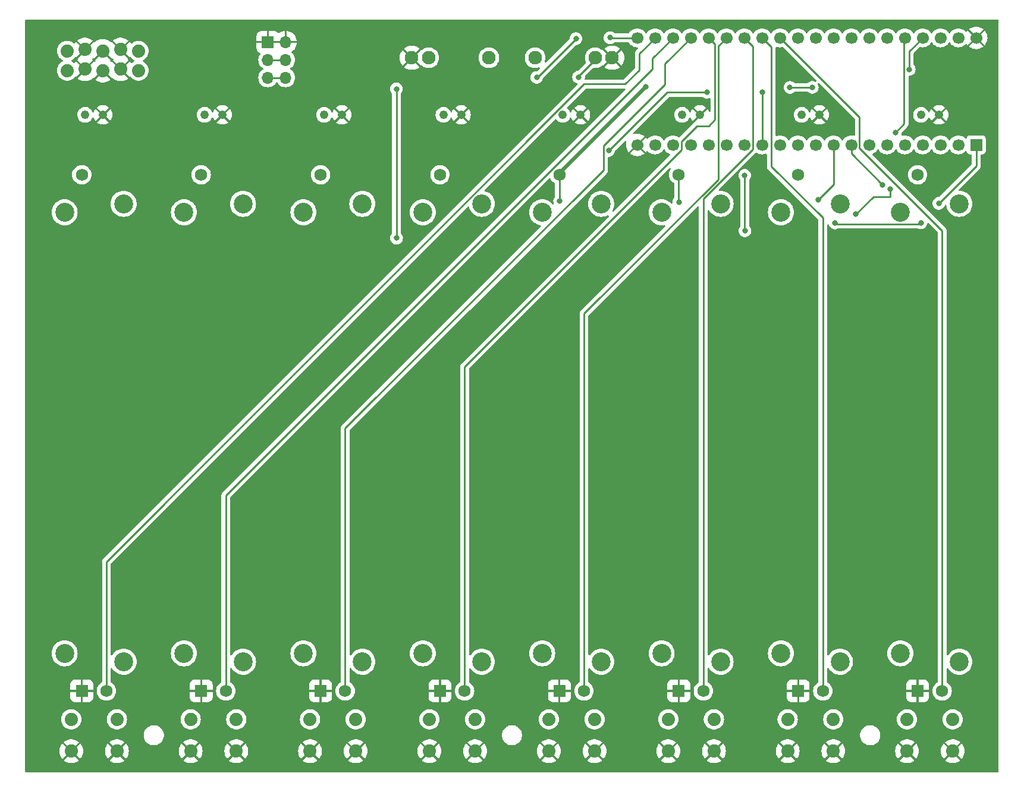
<source format=gbl>
G04 #@! TF.GenerationSoftware,KiCad,Pcbnew,7.0.8*
G04 #@! TF.CreationDate,2024-09-22T21:35:00-04:00*
G04 #@! TF.ProjectId,lichen-freddie-board,6c696368-656e-42d6-9672-65646469652d,1.0*
G04 #@! TF.SameCoordinates,Original*
G04 #@! TF.FileFunction,Copper,L2,Bot*
G04 #@! TF.FilePolarity,Positive*
%FSLAX46Y46*%
G04 Gerber Fmt 4.6, Leading zero omitted, Abs format (unit mm)*
G04 Created by KiCad (PCBNEW 7.0.8) date 2024-09-22 21:35:00*
%MOMM*%
%LPD*%
G01*
G04 APERTURE LIST*
G04 #@! TA.AperFunction,ComponentPad*
%ADD10R,1.750000X1.750000*%
G04 #@! TD*
G04 #@! TA.AperFunction,ComponentPad*
%ADD11C,1.750000*%
G04 #@! TD*
G04 #@! TA.AperFunction,ComponentPad*
%ADD12C,2.700000*%
G04 #@! TD*
G04 #@! TA.AperFunction,ComponentPad*
%ADD13C,1.219200*%
G04 #@! TD*
G04 #@! TA.AperFunction,ComponentPad*
%ADD14C,1.879600*%
G04 #@! TD*
G04 #@! TA.AperFunction,ComponentPad*
%ADD15R,1.700000X1.700000*%
G04 #@! TD*
G04 #@! TA.AperFunction,ComponentPad*
%ADD16O,1.700000X1.700000*%
G04 #@! TD*
G04 #@! TA.AperFunction,ComponentPad*
%ADD17C,1.930400*%
G04 #@! TD*
G04 #@! TA.AperFunction,ComponentPad*
%ADD18C,1.700000*%
G04 #@! TD*
G04 #@! TA.AperFunction,ViaPad*
%ADD19C,0.800000*%
G04 #@! TD*
G04 #@! TA.AperFunction,Conductor*
%ADD20C,0.250000*%
G04 #@! TD*
G04 #@! TA.AperFunction,Conductor*
%ADD21C,0.500000*%
G04 #@! TD*
G04 APERTURE END LIST*
D10*
X177700000Y-206258000D03*
D11*
X181200000Y-206258000D03*
X177700000Y-132758000D03*
D12*
X183650000Y-202108000D03*
X175250000Y-200908000D03*
X175250000Y-138108000D03*
X183650000Y-136908000D03*
D10*
X194700000Y-206258000D03*
D11*
X198200000Y-206258000D03*
X194700000Y-132758000D03*
D12*
X200650000Y-202108000D03*
X192250000Y-200908000D03*
X192250000Y-138108000D03*
X200650000Y-136908000D03*
D13*
X127180000Y-124234000D03*
X129720000Y-124234000D03*
D14*
X159198800Y-210316400D03*
X165701200Y-210316400D03*
X159198800Y-214837600D03*
X165701200Y-214837600D03*
X210198800Y-210316400D03*
X216701200Y-210316400D03*
X210198800Y-214837600D03*
X216701200Y-214837600D03*
D10*
X126700000Y-206258000D03*
D11*
X130200000Y-206258000D03*
X126700000Y-132758000D03*
D12*
X132650000Y-202108000D03*
X124250000Y-200908000D03*
X124250000Y-138108000D03*
X132650000Y-136908000D03*
D10*
X143700000Y-206258000D03*
D11*
X147200000Y-206258000D03*
X143700000Y-132758000D03*
D12*
X149650000Y-202108000D03*
X141250000Y-200908000D03*
X141250000Y-138108000D03*
X149650000Y-136908000D03*
D14*
X108198800Y-210316400D03*
X114701200Y-210316400D03*
X108198800Y-214837600D03*
X114701200Y-214837600D03*
X176198800Y-210316400D03*
X182701200Y-210316400D03*
X176198800Y-214837600D03*
X182701200Y-214837600D03*
D10*
X228700000Y-206258000D03*
D11*
X232200000Y-206258000D03*
X228700000Y-132758000D03*
D12*
X234650000Y-202108000D03*
X226250000Y-200908000D03*
X226250000Y-138108000D03*
X234650000Y-136908000D03*
D13*
X229180000Y-124234000D03*
X231720000Y-124234000D03*
X195180000Y-124234000D03*
X197720000Y-124234000D03*
D14*
X193198800Y-210316400D03*
X199701200Y-210316400D03*
X193198800Y-214837600D03*
X199701200Y-214837600D03*
X142198800Y-210316400D03*
X148701200Y-210316400D03*
X142198800Y-214837600D03*
X148701200Y-214837600D03*
D10*
X109700000Y-206258000D03*
D11*
X113200000Y-206258000D03*
X109700000Y-132758000D03*
D12*
X115650000Y-202108000D03*
X107250000Y-200908000D03*
X107250000Y-138108000D03*
X115650000Y-136908000D03*
D13*
X110180000Y-124234000D03*
X112720000Y-124234000D03*
X161180000Y-124234000D03*
X163720000Y-124234000D03*
D15*
X136180000Y-113870000D03*
D16*
X138720000Y-113870000D03*
X136180000Y-116410000D03*
X138720000Y-116410000D03*
X136180000Y-118950000D03*
X138720000Y-118950000D03*
D13*
X212180000Y-124234000D03*
X214720000Y-124234000D03*
D17*
X174243000Y-116108000D03*
X185215800Y-116108000D03*
X182802800Y-116108000D03*
D10*
X160700000Y-206258000D03*
D11*
X164200000Y-206258000D03*
X160700000Y-132758000D03*
D12*
X166650000Y-202108000D03*
X158250000Y-200908000D03*
X158250000Y-138108000D03*
X166650000Y-136908000D03*
D13*
X144180000Y-124234000D03*
X146720000Y-124234000D03*
D10*
X211700000Y-206258000D03*
D11*
X215200000Y-206258000D03*
X211700000Y-132758000D03*
D12*
X217650000Y-202108000D03*
X209250000Y-200908000D03*
X209250000Y-138108000D03*
X217650000Y-136908000D03*
D14*
X227198800Y-210316400D03*
X233701200Y-210316400D03*
X227198800Y-214837600D03*
X233701200Y-214837600D03*
D17*
X167657000Y-116108000D03*
X156684200Y-116108000D03*
X159097200Y-116108000D03*
D13*
X178180000Y-124234000D03*
X180720000Y-124234000D03*
D14*
X125198800Y-210316400D03*
X131701200Y-210316400D03*
X125198800Y-214837600D03*
X131701200Y-214837600D03*
D15*
X237040000Y-128510000D03*
D18*
X234500000Y-128510000D03*
X231960000Y-128510000D03*
X229420000Y-128510000D03*
X226880000Y-128510000D03*
X224340000Y-128510000D03*
X221800000Y-128510000D03*
X219260000Y-128510000D03*
X216720000Y-128510000D03*
X214180000Y-128510000D03*
X211640000Y-128510000D03*
X209100000Y-128510000D03*
X206560000Y-128510000D03*
X204020000Y-128510000D03*
X201480000Y-128510000D03*
X198940000Y-128510000D03*
X196400000Y-128510000D03*
X193860000Y-128510000D03*
X191320000Y-128510000D03*
X188780000Y-128510000D03*
X188780000Y-113270000D03*
X191320000Y-113270000D03*
X193860000Y-113270000D03*
X196400000Y-113270000D03*
X198940000Y-113270000D03*
X201480000Y-113270000D03*
X204020000Y-113270000D03*
X206560000Y-113270000D03*
X209100000Y-113270000D03*
X211640000Y-113270000D03*
X214180000Y-113270000D03*
X216720000Y-113270000D03*
X219260000Y-113270000D03*
X221800000Y-113270000D03*
X224340000Y-113270000D03*
X226880000Y-113270000D03*
X229420000Y-113270000D03*
X231960000Y-113270000D03*
X234500000Y-113270000D03*
X237040000Y-113270000D03*
D14*
X117770000Y-117930000D03*
X117770000Y-115136000D03*
X115230000Y-117726800D03*
X115230000Y-114932800D03*
X112690000Y-117930000D03*
X112690000Y-115136000D03*
X110150000Y-117726800D03*
X110150000Y-114932800D03*
X107610000Y-117930000D03*
X107610000Y-115136000D03*
D19*
X229160000Y-139620000D03*
X231720000Y-136830000D03*
X216930000Y-139630000D03*
X219900500Y-138400000D03*
X224800000Y-134780000D03*
X223730000Y-134200000D03*
X214530000Y-136310000D03*
X225530000Y-126740000D03*
X210530000Y-120340000D03*
X213700000Y-120320000D03*
X227500000Y-117770000D03*
X184910000Y-113250000D03*
X189990000Y-120230000D03*
X194720000Y-136640000D03*
X177740000Y-136510000D03*
X204080000Y-132860000D03*
X204120000Y-140730000D03*
X154510000Y-141790000D03*
X154500000Y-120550000D03*
X206580000Y-120990000D03*
X198680000Y-121010000D03*
X184714500Y-129300000D03*
X174470000Y-118910000D03*
X180060000Y-113400000D03*
X180440000Y-118860000D03*
D20*
X217083000Y-139783000D02*
X228997000Y-139783000D01*
X228997000Y-139783000D02*
X229160000Y-139620000D01*
X216930000Y-139630000D02*
X217083000Y-139783000D01*
X237040000Y-131510000D02*
X237040000Y-128510000D01*
X231720000Y-136830000D02*
X237040000Y-131510000D01*
X224760000Y-134820000D02*
X224800000Y-134780000D01*
X222400500Y-135900000D02*
X224760000Y-135900000D01*
X224760000Y-135900000D02*
X224760000Y-134820000D01*
X219900500Y-138400000D02*
X222400500Y-135900000D01*
X223700000Y-134200000D02*
X219260000Y-129760000D01*
X219260000Y-129760000D02*
X219260000Y-128510000D01*
X216720000Y-134170000D02*
X216720000Y-128510000D01*
X214580000Y-136310000D02*
X216720000Y-134170000D01*
X225530000Y-126740000D02*
X226775000Y-125495000D01*
X226775000Y-113375000D02*
X226880000Y-113270000D01*
X226775000Y-125495000D02*
X226775000Y-113375000D01*
X213700000Y-120320000D02*
X213700000Y-120340000D01*
X227500000Y-115190000D02*
X229420000Y-113270000D01*
X227500000Y-117770000D02*
X227500000Y-115190000D01*
X210530000Y-120340000D02*
X213700000Y-120320000D01*
X203680000Y-128510000D02*
X204020000Y-128510000D01*
X194700000Y-136620000D02*
X194720000Y-136640000D01*
X177700000Y-132520000D02*
X177700000Y-132758000D01*
X184930000Y-113270000D02*
X184910000Y-113250000D01*
X188780000Y-113270000D02*
X184930000Y-113270000D01*
X177700000Y-136470000D02*
X177740000Y-136510000D01*
D21*
X189990000Y-120230000D02*
X177700000Y-132520000D01*
D20*
X177700000Y-132758000D02*
X177700000Y-136470000D01*
X194700000Y-132758000D02*
X194700000Y-136620000D01*
X113200000Y-206258000D02*
X113200000Y-187870000D01*
X189070000Y-116570000D02*
X189070000Y-115520000D01*
X189070000Y-115520000D02*
X191320000Y-113270000D01*
X181210000Y-119860000D02*
X187060000Y-119860000D01*
X187060000Y-119860000D02*
X189070000Y-117850000D01*
X189070000Y-117850000D02*
X189070000Y-116570000D01*
X113200000Y-187870000D02*
X181210000Y-119860000D01*
X190940000Y-116190000D02*
X193860000Y-113270000D01*
X130200000Y-178440000D02*
X190930000Y-117710000D01*
X190940000Y-117710000D02*
X190940000Y-116190000D01*
X130200000Y-206258000D02*
X130200000Y-178440000D01*
X190930000Y-117710000D02*
X190940000Y-117710000D01*
X147200000Y-206258000D02*
X147200000Y-168885000D01*
X183990000Y-128670000D02*
X192730000Y-119930000D01*
X147200000Y-168885000D02*
X183990000Y-132095000D01*
X183990000Y-132095000D02*
X183990000Y-128670000D01*
X192730000Y-116940000D02*
X196400000Y-113270000D01*
X192730000Y-119930000D02*
X192730000Y-116940000D01*
X195060000Y-129250000D02*
X195060000Y-128020000D01*
X198970000Y-125800000D02*
X199855000Y-124915000D01*
X199855000Y-124915000D02*
X199855000Y-114185000D01*
X199855000Y-114185000D02*
X198940000Y-113270000D01*
X164200000Y-160110000D02*
X195060000Y-129250000D01*
X164200000Y-206258000D02*
X164200000Y-160110000D01*
X195060000Y-128020000D02*
X197280000Y-125800000D01*
X197280000Y-125800000D02*
X198970000Y-125800000D01*
X200305000Y-133438658D02*
X200305000Y-114445000D01*
X181200000Y-152543658D02*
X200305000Y-133438658D01*
X181200000Y-206258000D02*
X181200000Y-152543658D01*
X200305000Y-114445000D02*
X201480000Y-113270000D01*
X205280000Y-114530000D02*
X204020000Y-113270000D01*
X198200000Y-136180054D02*
X205280000Y-129100054D01*
X205280000Y-129100054D02*
X205280000Y-114530000D01*
X198200000Y-206258000D02*
X198200000Y-136180054D01*
X215200000Y-138910000D02*
X207860000Y-131570000D01*
X207860000Y-114570000D02*
X206560000Y-113270000D01*
X215200000Y-206258000D02*
X215200000Y-138910000D01*
X207860000Y-131570000D02*
X207860000Y-114570000D01*
X220435000Y-128965000D02*
X220435000Y-124605000D01*
X232200000Y-140730000D02*
X220435000Y-128965000D01*
X220435000Y-124605000D02*
X209100000Y-113270000D01*
X232200000Y-206258000D02*
X232200000Y-140730000D01*
X204080000Y-140770000D02*
X204080000Y-140810000D01*
X204120000Y-140730000D02*
X204080000Y-140770000D01*
X154510000Y-141790000D02*
X154510000Y-120560000D01*
X204080000Y-132860000D02*
X204080000Y-140690000D01*
X154510000Y-120560000D02*
X154500000Y-120550000D01*
X138720000Y-116410000D02*
X136180000Y-116410000D01*
X204080000Y-140690000D02*
X204120000Y-140730000D01*
X138720000Y-118950000D02*
X136180000Y-118950000D01*
X206560000Y-121010000D02*
X206560000Y-128510000D01*
X193060000Y-121030000D02*
X198570000Y-121030000D01*
X184714500Y-129300000D02*
X184790000Y-129300000D01*
X184790000Y-129300000D02*
X193060000Y-121030000D01*
X198570000Y-121030000D02*
X198680000Y-121010000D01*
X206580000Y-120990000D02*
X206560000Y-121010000D01*
X198610000Y-121030000D02*
X198590000Y-121030000D01*
X198680000Y-121010000D02*
X198610000Y-121030000D01*
X174470000Y-118910000D02*
X174440000Y-118940000D01*
X180060000Y-113400000D02*
X174520000Y-118940000D01*
X174520000Y-118940000D02*
X174470000Y-118910000D01*
X180440000Y-118712800D02*
X182802800Y-116350000D01*
X180440000Y-118860000D02*
X180440000Y-118712800D01*
G04 #@! TA.AperFunction,Conductor*
G36*
X198063182Y-121675185D02*
G01*
X198069028Y-121679182D01*
X198227265Y-121794148D01*
X198227270Y-121794151D01*
X198400192Y-121871142D01*
X198400197Y-121871144D01*
X198585354Y-121910500D01*
X198585355Y-121910500D01*
X198774644Y-121910500D01*
X198774646Y-121910500D01*
X198959803Y-121871144D01*
X198991129Y-121857196D01*
X199055064Y-121828731D01*
X199124314Y-121819446D01*
X199187591Y-121849074D01*
X199224804Y-121908209D01*
X199229500Y-121942010D01*
X199229500Y-123699275D01*
X199209815Y-123766314D01*
X199157011Y-123812069D01*
X199087853Y-123822013D01*
X199024297Y-123792988D01*
X198991944Y-123749085D01*
X198919832Y-123584687D01*
X198796591Y-123396052D01*
X198796587Y-123396047D01*
X198783883Y-123382248D01*
X198783882Y-123382248D01*
X198093759Y-124072371D01*
X198052883Y-123992146D01*
X197961854Y-123901117D01*
X197881628Y-123860240D01*
X198569534Y-123172332D01*
X198569534Y-123172330D01*
X198466187Y-123091892D01*
X198466181Y-123091888D01*
X198268018Y-122984647D01*
X198268009Y-122984644D01*
X198054908Y-122911486D01*
X197832660Y-122874400D01*
X197607340Y-122874400D01*
X197385091Y-122911486D01*
X197171990Y-122984644D01*
X197171981Y-122984647D01*
X196973819Y-123091888D01*
X196870464Y-123172331D01*
X196870464Y-123172332D01*
X197558372Y-123860240D01*
X197478146Y-123901117D01*
X197387117Y-123992146D01*
X197346240Y-124072371D01*
X196656116Y-123382247D01*
X196656115Y-123382247D01*
X196643408Y-123396051D01*
X196643406Y-123396053D01*
X196520168Y-123584684D01*
X196428324Y-123794068D01*
X196383368Y-123847554D01*
X196316632Y-123868244D01*
X196249304Y-123849569D01*
X196203769Y-123799531D01*
X196127870Y-123647104D01*
X196003889Y-123482926D01*
X196003887Y-123482923D01*
X195851853Y-123344327D01*
X195851848Y-123344323D01*
X195676937Y-123236023D01*
X195676931Y-123236021D01*
X195485095Y-123161703D01*
X195282866Y-123123900D01*
X195077134Y-123123900D01*
X194874905Y-123161703D01*
X194753588Y-123208701D01*
X194683068Y-123236021D01*
X194683062Y-123236023D01*
X194508151Y-123344323D01*
X194508146Y-123344327D01*
X194356112Y-123482923D01*
X194232129Y-123647105D01*
X194140431Y-123831259D01*
X194140427Y-123831269D01*
X194084126Y-124029150D01*
X194065144Y-124234000D01*
X194084126Y-124438849D01*
X194084126Y-124438851D01*
X194084127Y-124438854D01*
X194103338Y-124506373D01*
X194140427Y-124636730D01*
X194140431Y-124636740D01*
X194232129Y-124820894D01*
X194232130Y-124820896D01*
X194275652Y-124878528D01*
X194356112Y-124985076D01*
X194508146Y-125123672D01*
X194508151Y-125123676D01*
X194683062Y-125231976D01*
X194683063Y-125231976D01*
X194683066Y-125231978D01*
X194874905Y-125306297D01*
X195077134Y-125344100D01*
X195077136Y-125344100D01*
X195282864Y-125344100D01*
X195282866Y-125344100D01*
X195485095Y-125306297D01*
X195676934Y-125231978D01*
X195851851Y-125123674D01*
X196003889Y-124985074D01*
X196127870Y-124820896D01*
X196203770Y-124668466D01*
X196251270Y-124617233D01*
X196318933Y-124599811D01*
X196385273Y-124621736D01*
X196428324Y-124673931D01*
X196520167Y-124883312D01*
X196643408Y-125071946D01*
X196656116Y-125085751D01*
X196656117Y-125085751D01*
X197346240Y-124395627D01*
X197387117Y-124475854D01*
X197478146Y-124566883D01*
X197558371Y-124607759D01*
X196858427Y-125307702D01*
X196852975Y-125331678D01*
X196840252Y-125350269D01*
X196818712Y-125376307D01*
X196814778Y-125380631D01*
X194800564Y-127394843D01*
X194739241Y-127428328D01*
X194669549Y-127423344D01*
X194641760Y-127408737D01*
X194537834Y-127335967D01*
X194537830Y-127335965D01*
X194485500Y-127311563D01*
X194323663Y-127236097D01*
X194323659Y-127236096D01*
X194323655Y-127236094D01*
X194095413Y-127174938D01*
X194095403Y-127174936D01*
X193860001Y-127154341D01*
X193859999Y-127154341D01*
X193624596Y-127174936D01*
X193624586Y-127174938D01*
X193396344Y-127236094D01*
X193396335Y-127236098D01*
X193182171Y-127335964D01*
X193182169Y-127335965D01*
X192988597Y-127471505D01*
X192821505Y-127638597D01*
X192691575Y-127824158D01*
X192636998Y-127867783D01*
X192567500Y-127874977D01*
X192505145Y-127843454D01*
X192488425Y-127824158D01*
X192358494Y-127638597D01*
X192191402Y-127471506D01*
X192191395Y-127471501D01*
X191997834Y-127335967D01*
X191997830Y-127335965D01*
X191945500Y-127311563D01*
X191783663Y-127236097D01*
X191783659Y-127236096D01*
X191783655Y-127236094D01*
X191555413Y-127174938D01*
X191555403Y-127174936D01*
X191320001Y-127154341D01*
X191319999Y-127154341D01*
X191084596Y-127174936D01*
X191084586Y-127174938D01*
X190856344Y-127236094D01*
X190856335Y-127236098D01*
X190642171Y-127335964D01*
X190642169Y-127335965D01*
X190448597Y-127471505D01*
X190294157Y-127625946D01*
X190232834Y-127659431D01*
X190163142Y-127654447D01*
X190107209Y-127612575D01*
X190100749Y-127603055D01*
X190078436Y-127566643D01*
X190078429Y-127566634D01*
X190012587Y-127489542D01*
X189260428Y-128241701D01*
X189233558Y-128189844D01*
X189130362Y-128079348D01*
X189048376Y-128029491D01*
X189800456Y-127277411D01*
X189723365Y-127211570D01*
X189723356Y-127211564D01*
X189508631Y-127079980D01*
X189275956Y-126983603D01*
X189031072Y-126924812D01*
X188780000Y-126905052D01*
X188528927Y-126924812D01*
X188325923Y-126973549D01*
X188256140Y-126970058D01*
X188199323Y-126929394D01*
X188173510Y-126864467D01*
X188186896Y-126795892D01*
X188209293Y-126765296D01*
X193282772Y-121691819D01*
X193344095Y-121658334D01*
X193370453Y-121655500D01*
X197996143Y-121655500D01*
X198063182Y-121675185D01*
G37*
G04 #@! TD.AperFunction*
G04 #@! TA.AperFunction,Conductor*
G36*
X208641587Y-114545309D02*
G01*
X208864592Y-114605063D01*
X209017340Y-114618427D01*
X209099999Y-114625659D01*
X209100000Y-114625659D01*
X209100001Y-114625659D01*
X209139234Y-114622226D01*
X209335408Y-114605063D01*
X209435873Y-114578143D01*
X209505722Y-114579806D01*
X209555647Y-114610237D01*
X214271833Y-119326423D01*
X214305318Y-119387746D01*
X214300334Y-119457438D01*
X214258462Y-119513371D01*
X214192998Y-119537788D01*
X214133716Y-119527383D01*
X213979807Y-119458857D01*
X213979802Y-119458855D01*
X213834001Y-119427865D01*
X213794646Y-119419500D01*
X213605354Y-119419500D01*
X213572897Y-119426398D01*
X213420197Y-119458855D01*
X213420192Y-119458857D01*
X213247270Y-119535848D01*
X213247265Y-119535851D01*
X213094131Y-119647110D01*
X213094124Y-119647116D01*
X213084390Y-119657926D01*
X213024902Y-119694572D01*
X212993027Y-119698947D01*
X211230540Y-119710067D01*
X211163378Y-119690805D01*
X211137609Y-119669042D01*
X211135871Y-119667112D01*
X211135864Y-119667106D01*
X210982734Y-119555851D01*
X210982729Y-119555848D01*
X210809807Y-119478857D01*
X210809802Y-119478855D01*
X210654511Y-119445848D01*
X210624646Y-119439500D01*
X210435354Y-119439500D01*
X210405489Y-119445848D01*
X210250197Y-119478855D01*
X210250192Y-119478857D01*
X210077270Y-119555848D01*
X210077265Y-119555851D01*
X209924129Y-119667111D01*
X209797466Y-119807785D01*
X209702821Y-119971715D01*
X209702818Y-119971722D01*
X209645264Y-120148856D01*
X209644326Y-120151744D01*
X209624540Y-120340000D01*
X209644326Y-120528256D01*
X209644327Y-120528259D01*
X209702818Y-120708277D01*
X209702821Y-120708284D01*
X209797467Y-120872216D01*
X209906118Y-120992885D01*
X209924129Y-121012888D01*
X210077265Y-121124148D01*
X210077270Y-121124151D01*
X210250192Y-121201142D01*
X210250197Y-121201144D01*
X210435354Y-121240500D01*
X210435355Y-121240500D01*
X210624644Y-121240500D01*
X210624646Y-121240500D01*
X210809803Y-121201144D01*
X210982730Y-121124151D01*
X211135871Y-121012888D01*
X211145603Y-121002078D01*
X211205085Y-120965430D01*
X211236967Y-120961051D01*
X212999458Y-120949931D01*
X213066620Y-120969193D01*
X213092387Y-120990954D01*
X213094126Y-120992885D01*
X213094135Y-120992893D01*
X213247265Y-121104148D01*
X213247270Y-121104151D01*
X213420192Y-121181142D01*
X213420197Y-121181144D01*
X213605354Y-121220500D01*
X213605355Y-121220500D01*
X213794644Y-121220500D01*
X213794646Y-121220500D01*
X213979803Y-121181144D01*
X214152730Y-121104151D01*
X214305871Y-120992888D01*
X214432533Y-120852216D01*
X214527179Y-120688284D01*
X214585674Y-120508256D01*
X214605460Y-120320000D01*
X214585674Y-120131744D01*
X214527179Y-119951716D01*
X214492756Y-119892094D01*
X214476284Y-119824196D01*
X214499137Y-119758169D01*
X214554058Y-119714978D01*
X214623611Y-119708337D01*
X214685714Y-119740353D01*
X214687825Y-119742415D01*
X219773181Y-124827771D01*
X219806666Y-124889094D01*
X219809500Y-124915452D01*
X219809500Y-127097496D01*
X219789815Y-127164535D01*
X219737011Y-127210290D01*
X219667853Y-127220234D01*
X219653408Y-127217271D01*
X219495416Y-127174939D01*
X219495412Y-127174938D01*
X219495408Y-127174937D01*
X219495406Y-127174936D01*
X219495403Y-127174936D01*
X219260001Y-127154341D01*
X219259999Y-127154341D01*
X219024596Y-127174936D01*
X219024586Y-127174938D01*
X218796344Y-127236094D01*
X218796335Y-127236098D01*
X218582171Y-127335964D01*
X218582169Y-127335965D01*
X218388597Y-127471505D01*
X218221505Y-127638597D01*
X218091575Y-127824158D01*
X218036998Y-127867783D01*
X217967500Y-127874977D01*
X217905145Y-127843454D01*
X217888425Y-127824158D01*
X217758494Y-127638597D01*
X217591402Y-127471506D01*
X217591395Y-127471501D01*
X217397834Y-127335967D01*
X217397830Y-127335965D01*
X217345500Y-127311563D01*
X217183663Y-127236097D01*
X217183659Y-127236096D01*
X217183655Y-127236094D01*
X216955413Y-127174938D01*
X216955403Y-127174936D01*
X216720001Y-127154341D01*
X216719999Y-127154341D01*
X216484596Y-127174936D01*
X216484586Y-127174938D01*
X216256344Y-127236094D01*
X216256335Y-127236098D01*
X216042171Y-127335964D01*
X216042169Y-127335965D01*
X215848597Y-127471505D01*
X215681505Y-127638597D01*
X215551575Y-127824158D01*
X215496998Y-127867783D01*
X215427500Y-127874977D01*
X215365145Y-127843454D01*
X215348425Y-127824158D01*
X215218494Y-127638597D01*
X215051402Y-127471506D01*
X215051395Y-127471501D01*
X214857834Y-127335967D01*
X214857830Y-127335965D01*
X214805500Y-127311563D01*
X214643663Y-127236097D01*
X214643659Y-127236096D01*
X214643655Y-127236094D01*
X214415413Y-127174938D01*
X214415403Y-127174936D01*
X214180001Y-127154341D01*
X214179999Y-127154341D01*
X213944596Y-127174936D01*
X213944586Y-127174938D01*
X213716344Y-127236094D01*
X213716335Y-127236098D01*
X213502171Y-127335964D01*
X213502169Y-127335965D01*
X213308597Y-127471505D01*
X213141505Y-127638597D01*
X213011575Y-127824158D01*
X212956998Y-127867783D01*
X212887500Y-127874977D01*
X212825145Y-127843454D01*
X212808425Y-127824158D01*
X212678494Y-127638597D01*
X212511402Y-127471506D01*
X212511395Y-127471501D01*
X212317834Y-127335967D01*
X212317830Y-127335965D01*
X212265500Y-127311563D01*
X212103663Y-127236097D01*
X212103659Y-127236096D01*
X212103655Y-127236094D01*
X211875413Y-127174938D01*
X211875403Y-127174936D01*
X211640001Y-127154341D01*
X211639999Y-127154341D01*
X211404596Y-127174936D01*
X211404586Y-127174938D01*
X211176344Y-127236094D01*
X211176335Y-127236098D01*
X210962171Y-127335964D01*
X210962169Y-127335965D01*
X210768597Y-127471505D01*
X210601505Y-127638597D01*
X210471575Y-127824158D01*
X210416998Y-127867783D01*
X210347500Y-127874977D01*
X210285145Y-127843454D01*
X210268425Y-127824158D01*
X210138494Y-127638597D01*
X209971402Y-127471506D01*
X209971395Y-127471501D01*
X209777834Y-127335967D01*
X209777830Y-127335965D01*
X209725500Y-127311563D01*
X209563663Y-127236097D01*
X209563659Y-127236096D01*
X209563655Y-127236094D01*
X209335413Y-127174938D01*
X209335403Y-127174936D01*
X209100001Y-127154341D01*
X209099999Y-127154341D01*
X208864596Y-127174936D01*
X208864586Y-127174938D01*
X208641593Y-127234688D01*
X208571743Y-127233025D01*
X208513881Y-127193862D01*
X208486377Y-127129633D01*
X208485500Y-127114913D01*
X208485500Y-124234000D01*
X211065144Y-124234000D01*
X211084126Y-124438849D01*
X211084126Y-124438851D01*
X211084127Y-124438854D01*
X211103338Y-124506373D01*
X211140427Y-124636730D01*
X211140431Y-124636740D01*
X211232129Y-124820894D01*
X211232130Y-124820896D01*
X211275652Y-124878528D01*
X211356112Y-124985076D01*
X211508146Y-125123672D01*
X211508151Y-125123676D01*
X211683062Y-125231976D01*
X211683063Y-125231976D01*
X211683066Y-125231978D01*
X211874905Y-125306297D01*
X212077134Y-125344100D01*
X212077136Y-125344100D01*
X212282864Y-125344100D01*
X212282866Y-125344100D01*
X212485095Y-125306297D01*
X212676934Y-125231978D01*
X212851851Y-125123674D01*
X213003889Y-124985074D01*
X213127870Y-124820896D01*
X213203770Y-124668466D01*
X213251270Y-124617233D01*
X213318933Y-124599811D01*
X213385273Y-124621736D01*
X213428324Y-124673931D01*
X213520167Y-124883312D01*
X213643408Y-125071946D01*
X213656116Y-125085751D01*
X213656117Y-125085751D01*
X214346240Y-124395627D01*
X214387117Y-124475854D01*
X214478146Y-124566883D01*
X214558371Y-124607759D01*
X213870464Y-125295666D01*
X213870464Y-125295668D01*
X213973812Y-125376107D01*
X213973818Y-125376111D01*
X214171981Y-125483352D01*
X214171990Y-125483355D01*
X214385091Y-125556513D01*
X214607340Y-125593600D01*
X214832660Y-125593600D01*
X215054908Y-125556513D01*
X215268009Y-125483355D01*
X215268018Y-125483352D01*
X215466180Y-125376111D01*
X215569534Y-125295667D01*
X215569534Y-125295666D01*
X214881627Y-124607759D01*
X214961854Y-124566883D01*
X215052883Y-124475854D01*
X215093759Y-124395627D01*
X215783882Y-125085751D01*
X215783883Y-125085750D01*
X215796588Y-125071950D01*
X215919832Y-124883312D01*
X216010341Y-124676972D01*
X216065653Y-124458546D01*
X216084260Y-124234005D01*
X216084260Y-124233994D01*
X216065653Y-124009453D01*
X216010341Y-123791027D01*
X215919832Y-123584687D01*
X215796591Y-123396052D01*
X215796587Y-123396047D01*
X215783883Y-123382248D01*
X215783882Y-123382248D01*
X215093759Y-124072371D01*
X215052883Y-123992146D01*
X214961854Y-123901117D01*
X214881628Y-123860240D01*
X215569534Y-123172332D01*
X215569534Y-123172330D01*
X215466187Y-123091892D01*
X215466181Y-123091888D01*
X215268018Y-122984647D01*
X215268009Y-122984644D01*
X215054908Y-122911486D01*
X214832660Y-122874400D01*
X214607340Y-122874400D01*
X214385091Y-122911486D01*
X214171990Y-122984644D01*
X214171981Y-122984647D01*
X213973819Y-123091888D01*
X213870464Y-123172331D01*
X213870464Y-123172332D01*
X214558372Y-123860240D01*
X214478146Y-123901117D01*
X214387117Y-123992146D01*
X214346240Y-124072371D01*
X213656116Y-123382247D01*
X213656115Y-123382247D01*
X213643408Y-123396051D01*
X213643406Y-123396053D01*
X213520168Y-123584684D01*
X213428324Y-123794068D01*
X213383368Y-123847554D01*
X213316632Y-123868244D01*
X213249304Y-123849569D01*
X213203769Y-123799531D01*
X213127870Y-123647104D01*
X213003889Y-123482926D01*
X213003887Y-123482923D01*
X212851853Y-123344327D01*
X212851848Y-123344323D01*
X212676937Y-123236023D01*
X212676931Y-123236021D01*
X212485095Y-123161703D01*
X212282866Y-123123900D01*
X212077134Y-123123900D01*
X211874905Y-123161703D01*
X211753588Y-123208701D01*
X211683068Y-123236021D01*
X211683062Y-123236023D01*
X211508151Y-123344323D01*
X211508146Y-123344327D01*
X211356112Y-123482923D01*
X211232129Y-123647105D01*
X211140431Y-123831259D01*
X211140427Y-123831269D01*
X211084126Y-124029150D01*
X211065144Y-124234000D01*
X208485500Y-124234000D01*
X208485500Y-114665086D01*
X208505185Y-114598047D01*
X208557989Y-114552292D01*
X208627147Y-114542348D01*
X208641587Y-114545309D01*
G37*
G04 #@! TD.AperFunction*
G04 #@! TA.AperFunction,Conductor*
G36*
X138220000Y-113798111D02*
G01*
X138220000Y-113941889D01*
X138242935Y-114020000D01*
X136657065Y-114020000D01*
X136680000Y-113941889D01*
X136680000Y-113798111D01*
X136657065Y-113720000D01*
X138242935Y-113720000D01*
X138220000Y-113798111D01*
G37*
G04 #@! TD.AperFunction*
G04 #@! TA.AperFunction,Conductor*
G36*
X109762131Y-115268890D02*
G01*
X109872530Y-115364552D01*
X109912243Y-115382688D01*
X109064328Y-116230601D01*
X109073272Y-116238899D01*
X109109027Y-116298926D01*
X109106654Y-116368756D01*
X109073271Y-116420700D01*
X109064328Y-116428996D01*
X109912243Y-117276911D01*
X109872530Y-117295048D01*
X109762131Y-117390710D01*
X109699395Y-117488327D01*
X108853454Y-116642386D01*
X108749909Y-116772229D01*
X108733523Y-116800610D01*
X108682955Y-116848825D01*
X108614347Y-116862046D01*
X108549975Y-116836461D01*
X108400477Y-116720102D01*
X108400471Y-116720098D01*
X108356424Y-116696261D01*
X108256258Y-116642053D01*
X108206670Y-116592835D01*
X108191562Y-116524619D01*
X108215732Y-116459063D01*
X108256258Y-116423946D01*
X108400469Y-116345903D01*
X108588832Y-116199295D01*
X108721537Y-116055137D01*
X108781422Y-116019149D01*
X108819718Y-116015317D01*
X108853455Y-116017211D01*
X109699395Y-115171271D01*
X109762131Y-115268890D01*
G37*
G04 #@! TD.AperFunction*
G04 #@! TA.AperFunction,Conductor*
G36*
X112302131Y-115472090D02*
G01*
X112412530Y-115567752D01*
X112452243Y-115585888D01*
X111604328Y-116433801D01*
X111613272Y-116442099D01*
X111649027Y-116502126D01*
X111646654Y-116571956D01*
X111613280Y-116623891D01*
X111606947Y-116629768D01*
X111544417Y-116660941D01*
X111474960Y-116653360D01*
X111461519Y-116643227D01*
X111446544Y-116642386D01*
X110600603Y-117488327D01*
X110537869Y-117390710D01*
X110427470Y-117295048D01*
X110387756Y-117276911D01*
X111235670Y-116428997D01*
X111226726Y-116420699D01*
X111190971Y-116360671D01*
X111193344Y-116290842D01*
X111226733Y-116238893D01*
X111233067Y-116233017D01*
X111295602Y-116201854D01*
X111365058Y-116209447D01*
X111378485Y-116219571D01*
X111393454Y-116220412D01*
X112239395Y-115374470D01*
X112302131Y-115472090D01*
G37*
G04 #@! TD.AperFunction*
G04 #@! TA.AperFunction,Conductor*
G36*
X113986544Y-116220412D02*
G01*
X114004403Y-116219409D01*
X114022837Y-116206470D01*
X114092649Y-116203618D01*
X114146947Y-116233030D01*
X114153280Y-116238907D01*
X114189030Y-116298937D01*
X114186650Y-116368766D01*
X114153271Y-116420700D01*
X114144328Y-116428996D01*
X114992243Y-117276911D01*
X114952530Y-117295048D01*
X114842131Y-117390710D01*
X114779395Y-117488327D01*
X113933454Y-116642386D01*
X113915591Y-116643390D01*
X113897153Y-116656331D01*
X113827342Y-116659178D01*
X113773059Y-116629776D01*
X113766726Y-116623900D01*
X113730971Y-116563872D01*
X113733345Y-116494043D01*
X113766725Y-116442101D01*
X113775669Y-116433801D01*
X112927756Y-115585888D01*
X112967470Y-115567752D01*
X113077869Y-115472090D01*
X113140604Y-115374472D01*
X113986544Y-116220412D01*
G37*
G04 #@! TD.AperFunction*
G04 #@! TA.AperFunction,Conductor*
G36*
X116526543Y-116017211D02*
G01*
X116560282Y-116015317D01*
X116628320Y-116031212D01*
X116658461Y-116055136D01*
X116791168Y-116199295D01*
X116979530Y-116345902D01*
X116979537Y-116345907D01*
X117123739Y-116423946D01*
X117173329Y-116473165D01*
X117188437Y-116541382D01*
X117164266Y-116606937D01*
X117123739Y-116642054D01*
X116979537Y-116720092D01*
X116979529Y-116720097D01*
X116830024Y-116836462D01*
X116765030Y-116862104D01*
X116696490Y-116848537D01*
X116646475Y-116800608D01*
X116630092Y-116772233D01*
X116526544Y-116642386D01*
X115680603Y-117488327D01*
X115617869Y-117390710D01*
X115507470Y-117295048D01*
X115467756Y-117276911D01*
X116315670Y-116428997D01*
X116306726Y-116420698D01*
X116270971Y-116360670D01*
X116273346Y-116290841D01*
X116306726Y-116238900D01*
X116315669Y-116230601D01*
X115467756Y-115382688D01*
X115507470Y-115364552D01*
X115617869Y-115268890D01*
X115680604Y-115171272D01*
X116526543Y-116017211D01*
G37*
G04 #@! TD.AperFunction*
G04 #@! TA.AperFunction,Conductor*
G36*
X240192539Y-110670185D02*
G01*
X240238294Y-110722989D01*
X240249500Y-110774500D01*
X240249500Y-217725500D01*
X240229815Y-217792539D01*
X240177011Y-217838294D01*
X240125500Y-217849500D01*
X101774500Y-217849500D01*
X101707461Y-217829815D01*
X101661706Y-217777011D01*
X101650500Y-217725500D01*
X101650500Y-214837603D01*
X106504262Y-214837603D01*
X106523187Y-215090149D01*
X106523188Y-215090153D01*
X106579542Y-215337060D01*
X106579548Y-215337079D01*
X106672074Y-215572832D01*
X106798707Y-215792166D01*
X106902254Y-215922012D01*
X106902255Y-215922012D01*
X107748195Y-215076072D01*
X107810931Y-215173690D01*
X107921330Y-215269352D01*
X107961043Y-215287488D01*
X107113128Y-216135401D01*
X107142272Y-216162441D01*
X107351537Y-216305116D01*
X107351538Y-216305117D01*
X107579713Y-216414999D01*
X107579711Y-216414999D01*
X107821721Y-216489649D01*
X107821727Y-216489650D01*
X108072161Y-216527399D01*
X108072167Y-216527400D01*
X108325433Y-216527400D01*
X108325438Y-216527399D01*
X108575872Y-216489650D01*
X108575878Y-216489649D01*
X108817887Y-216414999D01*
X109046061Y-216305117D01*
X109046062Y-216305116D01*
X109255331Y-216162439D01*
X109284470Y-216135402D01*
X108436556Y-215287488D01*
X108476270Y-215269352D01*
X108586669Y-215173690D01*
X108649404Y-215076072D01*
X109495343Y-215922012D01*
X109598886Y-215792176D01*
X109598893Y-215792165D01*
X109725525Y-215572832D01*
X109818051Y-215337079D01*
X109818057Y-215337060D01*
X109874411Y-215090153D01*
X109874412Y-215090149D01*
X109893338Y-214837603D01*
X113006662Y-214837603D01*
X113025587Y-215090149D01*
X113025588Y-215090153D01*
X113081942Y-215337060D01*
X113081948Y-215337079D01*
X113174474Y-215572832D01*
X113301107Y-215792166D01*
X113404654Y-215922012D01*
X114250595Y-215076070D01*
X114313331Y-215173690D01*
X114423730Y-215269352D01*
X114463443Y-215287488D01*
X113615528Y-216135401D01*
X113644672Y-216162441D01*
X113853937Y-216305116D01*
X113853938Y-216305117D01*
X114082113Y-216414999D01*
X114082111Y-216414999D01*
X114324121Y-216489649D01*
X114324127Y-216489650D01*
X114574561Y-216527399D01*
X114574567Y-216527400D01*
X114827833Y-216527400D01*
X114827838Y-216527399D01*
X115078272Y-216489650D01*
X115078278Y-216489649D01*
X115320287Y-216414999D01*
X115548461Y-216305117D01*
X115548462Y-216305116D01*
X115757731Y-216162439D01*
X115786870Y-216135402D01*
X114938956Y-215287488D01*
X114978670Y-215269352D01*
X115089069Y-215173690D01*
X115151803Y-215076072D01*
X115997743Y-215922012D01*
X116101286Y-215792176D01*
X116101293Y-215792165D01*
X116227925Y-215572832D01*
X116320451Y-215337079D01*
X116320457Y-215337060D01*
X116376811Y-215090153D01*
X116376812Y-215090149D01*
X116395738Y-214837603D01*
X123504262Y-214837603D01*
X123523187Y-215090149D01*
X123523188Y-215090153D01*
X123579542Y-215337060D01*
X123579548Y-215337079D01*
X123672074Y-215572832D01*
X123798707Y-215792166D01*
X123902254Y-215922012D01*
X123902255Y-215922012D01*
X124748195Y-215076072D01*
X124810931Y-215173690D01*
X124921330Y-215269352D01*
X124961043Y-215287488D01*
X124113128Y-216135401D01*
X124142272Y-216162441D01*
X124351537Y-216305116D01*
X124351538Y-216305117D01*
X124579713Y-216414999D01*
X124579711Y-216414999D01*
X124821721Y-216489649D01*
X124821727Y-216489650D01*
X125072161Y-216527399D01*
X125072167Y-216527400D01*
X125325433Y-216527400D01*
X125325438Y-216527399D01*
X125575872Y-216489650D01*
X125575878Y-216489649D01*
X125817887Y-216414999D01*
X126046061Y-216305117D01*
X126046062Y-216305116D01*
X126255331Y-216162439D01*
X126284470Y-216135402D01*
X125436556Y-215287488D01*
X125476270Y-215269352D01*
X125586669Y-215173690D01*
X125649403Y-215076072D01*
X126495343Y-215922012D01*
X126598886Y-215792176D01*
X126598893Y-215792165D01*
X126725525Y-215572832D01*
X126818051Y-215337079D01*
X126818057Y-215337060D01*
X126874411Y-215090153D01*
X126874412Y-215090149D01*
X126893338Y-214837603D01*
X130006662Y-214837603D01*
X130025587Y-215090149D01*
X130025588Y-215090153D01*
X130081942Y-215337060D01*
X130081948Y-215337079D01*
X130174474Y-215572832D01*
X130301107Y-215792166D01*
X130404654Y-215922012D01*
X131250595Y-215076071D01*
X131313331Y-215173690D01*
X131423730Y-215269352D01*
X131463443Y-215287488D01*
X130615528Y-216135401D01*
X130644672Y-216162441D01*
X130853937Y-216305116D01*
X130853938Y-216305117D01*
X131082113Y-216414999D01*
X131082111Y-216414999D01*
X131324121Y-216489649D01*
X131324127Y-216489650D01*
X131574561Y-216527399D01*
X131574567Y-216527400D01*
X131827833Y-216527400D01*
X131827838Y-216527399D01*
X132078272Y-216489650D01*
X132078278Y-216489649D01*
X132320287Y-216414999D01*
X132548461Y-216305117D01*
X132548462Y-216305116D01*
X132757731Y-216162439D01*
X132786870Y-216135402D01*
X131938956Y-215287488D01*
X131978670Y-215269352D01*
X132089069Y-215173690D01*
X132151804Y-215076072D01*
X132997743Y-215922012D01*
X133101286Y-215792176D01*
X133101293Y-215792165D01*
X133227925Y-215572832D01*
X133320451Y-215337079D01*
X133320457Y-215337060D01*
X133376811Y-215090153D01*
X133376812Y-215090149D01*
X133395738Y-214837603D01*
X140504262Y-214837603D01*
X140523187Y-215090149D01*
X140523188Y-215090153D01*
X140579542Y-215337060D01*
X140579548Y-215337079D01*
X140672074Y-215572832D01*
X140798707Y-215792166D01*
X140902254Y-215922012D01*
X141748195Y-215076071D01*
X141810931Y-215173690D01*
X141921330Y-215269352D01*
X141961043Y-215287488D01*
X141113128Y-216135401D01*
X141142272Y-216162441D01*
X141351537Y-216305116D01*
X141351538Y-216305117D01*
X141579713Y-216414999D01*
X141579711Y-216414999D01*
X141821721Y-216489649D01*
X141821727Y-216489650D01*
X142072161Y-216527399D01*
X142072167Y-216527400D01*
X142325433Y-216527400D01*
X142325438Y-216527399D01*
X142575872Y-216489650D01*
X142575878Y-216489649D01*
X142817887Y-216414999D01*
X143046061Y-216305117D01*
X143046062Y-216305116D01*
X143255331Y-216162439D01*
X143284470Y-216135402D01*
X142436556Y-215287488D01*
X142476270Y-215269352D01*
X142586669Y-215173690D01*
X142649403Y-215076072D01*
X143495343Y-215922012D01*
X143598886Y-215792176D01*
X143598893Y-215792165D01*
X143725525Y-215572832D01*
X143818051Y-215337079D01*
X143818057Y-215337060D01*
X143874411Y-215090153D01*
X143874412Y-215090149D01*
X143893338Y-214837603D01*
X147006662Y-214837603D01*
X147025587Y-215090149D01*
X147025588Y-215090153D01*
X147081942Y-215337060D01*
X147081948Y-215337079D01*
X147174474Y-215572832D01*
X147301107Y-215792166D01*
X147404654Y-215922012D01*
X147404655Y-215922012D01*
X148250595Y-215076072D01*
X148313331Y-215173690D01*
X148423730Y-215269352D01*
X148463443Y-215287488D01*
X147615528Y-216135401D01*
X147644672Y-216162441D01*
X147853937Y-216305116D01*
X147853938Y-216305117D01*
X148082113Y-216414999D01*
X148082111Y-216414999D01*
X148324121Y-216489649D01*
X148324127Y-216489650D01*
X148574561Y-216527399D01*
X148574567Y-216527400D01*
X148827833Y-216527400D01*
X148827838Y-216527399D01*
X149078272Y-216489650D01*
X149078278Y-216489649D01*
X149320287Y-216414999D01*
X149548461Y-216305117D01*
X149548462Y-216305116D01*
X149757731Y-216162439D01*
X149786870Y-216135402D01*
X148938956Y-215287488D01*
X148978670Y-215269352D01*
X149089069Y-215173690D01*
X149151803Y-215076072D01*
X149997743Y-215922012D01*
X150101286Y-215792176D01*
X150101293Y-215792165D01*
X150227925Y-215572832D01*
X150320451Y-215337079D01*
X150320457Y-215337060D01*
X150376811Y-215090153D01*
X150376812Y-215090149D01*
X150395738Y-214837603D01*
X157504262Y-214837603D01*
X157523187Y-215090149D01*
X157523188Y-215090153D01*
X157579542Y-215337060D01*
X157579548Y-215337079D01*
X157672074Y-215572832D01*
X157798707Y-215792166D01*
X157902254Y-215922012D01*
X158748195Y-215076071D01*
X158810931Y-215173690D01*
X158921330Y-215269352D01*
X158961043Y-215287488D01*
X158113128Y-216135401D01*
X158142272Y-216162441D01*
X158351537Y-216305116D01*
X158351538Y-216305117D01*
X158579713Y-216414999D01*
X158579711Y-216414999D01*
X158821721Y-216489649D01*
X158821727Y-216489650D01*
X159072161Y-216527399D01*
X159072167Y-216527400D01*
X159325433Y-216527400D01*
X159325438Y-216527399D01*
X159575872Y-216489650D01*
X159575878Y-216489649D01*
X159817887Y-216414999D01*
X160046061Y-216305117D01*
X160046062Y-216305116D01*
X160255331Y-216162439D01*
X160284470Y-216135402D01*
X159436556Y-215287488D01*
X159476270Y-215269352D01*
X159586669Y-215173690D01*
X159649404Y-215076072D01*
X160495343Y-215922012D01*
X160598886Y-215792176D01*
X160598893Y-215792165D01*
X160725525Y-215572832D01*
X160818051Y-215337079D01*
X160818057Y-215337060D01*
X160874411Y-215090153D01*
X160874412Y-215090149D01*
X160893338Y-214837603D01*
X164006662Y-214837603D01*
X164025587Y-215090149D01*
X164025588Y-215090153D01*
X164081942Y-215337060D01*
X164081948Y-215337079D01*
X164174474Y-215572832D01*
X164301107Y-215792166D01*
X164404654Y-215922012D01*
X165250595Y-215076071D01*
X165313331Y-215173690D01*
X165423730Y-215269352D01*
X165463443Y-215287488D01*
X164615528Y-216135401D01*
X164644672Y-216162441D01*
X164853937Y-216305116D01*
X164853938Y-216305117D01*
X165082113Y-216414999D01*
X165082111Y-216414999D01*
X165324121Y-216489649D01*
X165324127Y-216489650D01*
X165574561Y-216527399D01*
X165574567Y-216527400D01*
X165827833Y-216527400D01*
X165827838Y-216527399D01*
X166078272Y-216489650D01*
X166078278Y-216489649D01*
X166320287Y-216414999D01*
X166548461Y-216305117D01*
X166548462Y-216305116D01*
X166757731Y-216162439D01*
X166786870Y-216135402D01*
X165938956Y-215287488D01*
X165978670Y-215269352D01*
X166089069Y-215173690D01*
X166151803Y-215076072D01*
X166997743Y-215922012D01*
X167101286Y-215792176D01*
X167101293Y-215792165D01*
X167227925Y-215572832D01*
X167320451Y-215337079D01*
X167320457Y-215337060D01*
X167376811Y-215090153D01*
X167376812Y-215090149D01*
X167395738Y-214837603D01*
X174504262Y-214837603D01*
X174523187Y-215090149D01*
X174523188Y-215090153D01*
X174579542Y-215337060D01*
X174579548Y-215337079D01*
X174672074Y-215572832D01*
X174798707Y-215792166D01*
X174902254Y-215922012D01*
X174902255Y-215922012D01*
X175748195Y-215076072D01*
X175810931Y-215173690D01*
X175921330Y-215269352D01*
X175961043Y-215287488D01*
X175113128Y-216135401D01*
X175142272Y-216162441D01*
X175351537Y-216305116D01*
X175351538Y-216305117D01*
X175579713Y-216414999D01*
X175579711Y-216414999D01*
X175821721Y-216489649D01*
X175821727Y-216489650D01*
X176072161Y-216527399D01*
X176072167Y-216527400D01*
X176325433Y-216527400D01*
X176325438Y-216527399D01*
X176575872Y-216489650D01*
X176575878Y-216489649D01*
X176817887Y-216414999D01*
X177046061Y-216305117D01*
X177046062Y-216305116D01*
X177255331Y-216162439D01*
X177284470Y-216135402D01*
X176436556Y-215287488D01*
X176476270Y-215269352D01*
X176586669Y-215173690D01*
X176649404Y-215076072D01*
X177495343Y-215922012D01*
X177598886Y-215792176D01*
X177598893Y-215792165D01*
X177725525Y-215572832D01*
X177818051Y-215337079D01*
X177818057Y-215337060D01*
X177874411Y-215090153D01*
X177874412Y-215090149D01*
X177893338Y-214837603D01*
X181006662Y-214837603D01*
X181025587Y-215090149D01*
X181025588Y-215090153D01*
X181081942Y-215337060D01*
X181081948Y-215337079D01*
X181174474Y-215572832D01*
X181301107Y-215792166D01*
X181404654Y-215922012D01*
X181404655Y-215922012D01*
X182250595Y-215076072D01*
X182313331Y-215173690D01*
X182423730Y-215269352D01*
X182463443Y-215287488D01*
X181615528Y-216135401D01*
X181644672Y-216162441D01*
X181853937Y-216305116D01*
X181853938Y-216305117D01*
X182082113Y-216414999D01*
X182082111Y-216414999D01*
X182324121Y-216489649D01*
X182324127Y-216489650D01*
X182574561Y-216527399D01*
X182574567Y-216527400D01*
X182827833Y-216527400D01*
X182827838Y-216527399D01*
X183078272Y-216489650D01*
X183078278Y-216489649D01*
X183320287Y-216414999D01*
X183548461Y-216305117D01*
X183548462Y-216305116D01*
X183757731Y-216162439D01*
X183786870Y-216135402D01*
X182938956Y-215287488D01*
X182978670Y-215269352D01*
X183089069Y-215173690D01*
X183151803Y-215076072D01*
X183997743Y-215922012D01*
X184101286Y-215792176D01*
X184101293Y-215792165D01*
X184227925Y-215572832D01*
X184320451Y-215337079D01*
X184320457Y-215337060D01*
X184376811Y-215090153D01*
X184376812Y-215090149D01*
X184395738Y-214837603D01*
X191504262Y-214837603D01*
X191523187Y-215090149D01*
X191523188Y-215090153D01*
X191579542Y-215337060D01*
X191579548Y-215337079D01*
X191672074Y-215572832D01*
X191798707Y-215792166D01*
X191902254Y-215922012D01*
X191902255Y-215922012D01*
X192748195Y-215076072D01*
X192810931Y-215173690D01*
X192921330Y-215269352D01*
X192961043Y-215287488D01*
X192113128Y-216135401D01*
X192142272Y-216162441D01*
X192351537Y-216305116D01*
X192351538Y-216305117D01*
X192579713Y-216414999D01*
X192579711Y-216414999D01*
X192821721Y-216489649D01*
X192821727Y-216489650D01*
X193072161Y-216527399D01*
X193072167Y-216527400D01*
X193325433Y-216527400D01*
X193325438Y-216527399D01*
X193575872Y-216489650D01*
X193575878Y-216489649D01*
X193817887Y-216414999D01*
X194046061Y-216305117D01*
X194046062Y-216305116D01*
X194255331Y-216162439D01*
X194284470Y-216135402D01*
X193436556Y-215287488D01*
X193476270Y-215269352D01*
X193586669Y-215173690D01*
X193649404Y-215076072D01*
X194495343Y-215922012D01*
X194598886Y-215792176D01*
X194598893Y-215792165D01*
X194725525Y-215572832D01*
X194818051Y-215337079D01*
X194818057Y-215337060D01*
X194874411Y-215090153D01*
X194874412Y-215090149D01*
X194893338Y-214837603D01*
X198006662Y-214837603D01*
X198025587Y-215090149D01*
X198025588Y-215090153D01*
X198081942Y-215337060D01*
X198081948Y-215337079D01*
X198174474Y-215572832D01*
X198301107Y-215792166D01*
X198404654Y-215922012D01*
X198404655Y-215922012D01*
X199250595Y-215076072D01*
X199313331Y-215173690D01*
X199423730Y-215269352D01*
X199463443Y-215287488D01*
X198615528Y-216135401D01*
X198644672Y-216162441D01*
X198853937Y-216305116D01*
X198853938Y-216305117D01*
X199082113Y-216414999D01*
X199082111Y-216414999D01*
X199324121Y-216489649D01*
X199324127Y-216489650D01*
X199574561Y-216527399D01*
X199574567Y-216527400D01*
X199827833Y-216527400D01*
X199827838Y-216527399D01*
X200078272Y-216489650D01*
X200078278Y-216489649D01*
X200320287Y-216414999D01*
X200548461Y-216305117D01*
X200548462Y-216305116D01*
X200757731Y-216162439D01*
X200786870Y-216135402D01*
X199938956Y-215287488D01*
X199978670Y-215269352D01*
X200089069Y-215173690D01*
X200151803Y-215076072D01*
X200997743Y-215922012D01*
X201101286Y-215792176D01*
X201101293Y-215792165D01*
X201227925Y-215572832D01*
X201320451Y-215337079D01*
X201320457Y-215337060D01*
X201376811Y-215090153D01*
X201376812Y-215090149D01*
X201395738Y-214837603D01*
X208504262Y-214837603D01*
X208523187Y-215090149D01*
X208523188Y-215090153D01*
X208579542Y-215337060D01*
X208579548Y-215337079D01*
X208672074Y-215572832D01*
X208798707Y-215792166D01*
X208902254Y-215922012D01*
X208902255Y-215922012D01*
X209748195Y-215076072D01*
X209810931Y-215173690D01*
X209921330Y-215269352D01*
X209961043Y-215287488D01*
X209113128Y-216135401D01*
X209142272Y-216162441D01*
X209351537Y-216305116D01*
X209351538Y-216305117D01*
X209579713Y-216414999D01*
X209579711Y-216414999D01*
X209821721Y-216489649D01*
X209821727Y-216489650D01*
X210072161Y-216527399D01*
X210072167Y-216527400D01*
X210325433Y-216527400D01*
X210325438Y-216527399D01*
X210575872Y-216489650D01*
X210575878Y-216489649D01*
X210817887Y-216414999D01*
X211046061Y-216305117D01*
X211046062Y-216305116D01*
X211255331Y-216162439D01*
X211284470Y-216135402D01*
X210436556Y-215287488D01*
X210476270Y-215269352D01*
X210586669Y-215173690D01*
X210649404Y-215076072D01*
X211495343Y-215922012D01*
X211598886Y-215792176D01*
X211598893Y-215792165D01*
X211725525Y-215572832D01*
X211818051Y-215337079D01*
X211818057Y-215337060D01*
X211874411Y-215090153D01*
X211874412Y-215090149D01*
X211893338Y-214837603D01*
X215006662Y-214837603D01*
X215025587Y-215090149D01*
X215025588Y-215090153D01*
X215081942Y-215337060D01*
X215081948Y-215337079D01*
X215174474Y-215572832D01*
X215301107Y-215792166D01*
X215404654Y-215922012D01*
X215404655Y-215922012D01*
X216250595Y-215076072D01*
X216313331Y-215173690D01*
X216423730Y-215269352D01*
X216463443Y-215287488D01*
X215615528Y-216135401D01*
X215644672Y-216162441D01*
X215853937Y-216305116D01*
X215853938Y-216305117D01*
X216082113Y-216414999D01*
X216082111Y-216414999D01*
X216324121Y-216489649D01*
X216324127Y-216489650D01*
X216574561Y-216527399D01*
X216574567Y-216527400D01*
X216827833Y-216527400D01*
X216827838Y-216527399D01*
X217078272Y-216489650D01*
X217078278Y-216489649D01*
X217320287Y-216414999D01*
X217548461Y-216305117D01*
X217548462Y-216305116D01*
X217757731Y-216162439D01*
X217786870Y-216135402D01*
X216938956Y-215287488D01*
X216978670Y-215269352D01*
X217089069Y-215173690D01*
X217151804Y-215076072D01*
X217997743Y-215922012D01*
X218101286Y-215792176D01*
X218101293Y-215792165D01*
X218227925Y-215572832D01*
X218320451Y-215337079D01*
X218320457Y-215337060D01*
X218376811Y-215090153D01*
X218376812Y-215090149D01*
X218395738Y-214837603D01*
X225504262Y-214837603D01*
X225523187Y-215090149D01*
X225523188Y-215090153D01*
X225579542Y-215337060D01*
X225579548Y-215337079D01*
X225672074Y-215572832D01*
X225798707Y-215792166D01*
X225902254Y-215922012D01*
X225902255Y-215922012D01*
X226748195Y-215076072D01*
X226810931Y-215173690D01*
X226921330Y-215269352D01*
X226961043Y-215287488D01*
X226113128Y-216135401D01*
X226142272Y-216162441D01*
X226351537Y-216305116D01*
X226351538Y-216305117D01*
X226579713Y-216414999D01*
X226579711Y-216414999D01*
X226821721Y-216489649D01*
X226821727Y-216489650D01*
X227072161Y-216527399D01*
X227072167Y-216527400D01*
X227325433Y-216527400D01*
X227325438Y-216527399D01*
X227575872Y-216489650D01*
X227575878Y-216489649D01*
X227817887Y-216414999D01*
X228046061Y-216305117D01*
X228046062Y-216305116D01*
X228255331Y-216162439D01*
X228284470Y-216135402D01*
X227436556Y-215287488D01*
X227476270Y-215269352D01*
X227586669Y-215173690D01*
X227649404Y-215076072D01*
X228495343Y-215922012D01*
X228598886Y-215792176D01*
X228598893Y-215792165D01*
X228725525Y-215572832D01*
X228818051Y-215337079D01*
X228818057Y-215337060D01*
X228874411Y-215090153D01*
X228874412Y-215090149D01*
X228893338Y-214837603D01*
X232006662Y-214837603D01*
X232025587Y-215090149D01*
X232025588Y-215090153D01*
X232081942Y-215337060D01*
X232081948Y-215337079D01*
X232174474Y-215572832D01*
X232301107Y-215792166D01*
X232404654Y-215922012D01*
X232404655Y-215922012D01*
X233250595Y-215076072D01*
X233313331Y-215173690D01*
X233423730Y-215269352D01*
X233463443Y-215287488D01*
X232615528Y-216135401D01*
X232644672Y-216162441D01*
X232853937Y-216305116D01*
X232853938Y-216305117D01*
X233082113Y-216414999D01*
X233082111Y-216414999D01*
X233324121Y-216489649D01*
X233324127Y-216489650D01*
X233574561Y-216527399D01*
X233574567Y-216527400D01*
X233827833Y-216527400D01*
X233827838Y-216527399D01*
X234078272Y-216489650D01*
X234078278Y-216489649D01*
X234320287Y-216414999D01*
X234548461Y-216305117D01*
X234548462Y-216305116D01*
X234757731Y-216162439D01*
X234786870Y-216135402D01*
X233938956Y-215287488D01*
X233978670Y-215269352D01*
X234089069Y-215173690D01*
X234151804Y-215076072D01*
X234997743Y-215922012D01*
X235101286Y-215792176D01*
X235101293Y-215792165D01*
X235227925Y-215572832D01*
X235320451Y-215337079D01*
X235320457Y-215337060D01*
X235376811Y-215090153D01*
X235376812Y-215090149D01*
X235395738Y-214837603D01*
X235395738Y-214837596D01*
X235376812Y-214585050D01*
X235376811Y-214585046D01*
X235320457Y-214338139D01*
X235320451Y-214338120D01*
X235227925Y-214102367D01*
X235101292Y-213883033D01*
X234997744Y-213753186D01*
X234151803Y-214599127D01*
X234089069Y-214501510D01*
X233978670Y-214405848D01*
X233938956Y-214387711D01*
X234786870Y-213539797D01*
X234757727Y-213512758D01*
X234548462Y-213370083D01*
X234548461Y-213370082D01*
X234320286Y-213260200D01*
X234320288Y-213260200D01*
X234078278Y-213185550D01*
X234078272Y-213185549D01*
X233827838Y-213147800D01*
X233574561Y-213147800D01*
X233324127Y-213185549D01*
X233324121Y-213185550D01*
X233082112Y-213260200D01*
X232853938Y-213370082D01*
X232853937Y-213370083D01*
X232644672Y-213512758D01*
X232615529Y-213539797D01*
X233463443Y-214387711D01*
X233423730Y-214405848D01*
X233313331Y-214501510D01*
X233250595Y-214599127D01*
X232404654Y-213753186D01*
X232301109Y-213883029D01*
X232174474Y-214102367D01*
X232081948Y-214338120D01*
X232081942Y-214338139D01*
X232025588Y-214585046D01*
X232025587Y-214585050D01*
X232006662Y-214837596D01*
X232006662Y-214837603D01*
X228893338Y-214837603D01*
X228893338Y-214837596D01*
X228874412Y-214585050D01*
X228874411Y-214585046D01*
X228818057Y-214338139D01*
X228818051Y-214338120D01*
X228725525Y-214102367D01*
X228598892Y-213883033D01*
X228495344Y-213753186D01*
X227649403Y-214599127D01*
X227586669Y-214501510D01*
X227476270Y-214405848D01*
X227436556Y-214387711D01*
X228284470Y-213539797D01*
X228255327Y-213512758D01*
X228046062Y-213370083D01*
X228046061Y-213370082D01*
X227817886Y-213260200D01*
X227817888Y-213260200D01*
X227575878Y-213185550D01*
X227575872Y-213185549D01*
X227325438Y-213147800D01*
X227072161Y-213147800D01*
X226821727Y-213185549D01*
X226821721Y-213185550D01*
X226579712Y-213260200D01*
X226351538Y-213370082D01*
X226351537Y-213370083D01*
X226142272Y-213512758D01*
X226113129Y-213539797D01*
X226961043Y-214387711D01*
X226921330Y-214405848D01*
X226810931Y-214501510D01*
X226748196Y-214599127D01*
X225902254Y-213753186D01*
X225798709Y-213883029D01*
X225672074Y-214102367D01*
X225579548Y-214338120D01*
X225579542Y-214338139D01*
X225523188Y-214585046D01*
X225523187Y-214585050D01*
X225504262Y-214837596D01*
X225504262Y-214837603D01*
X218395738Y-214837603D01*
X218395738Y-214837596D01*
X218376812Y-214585050D01*
X218376811Y-214585046D01*
X218320457Y-214338139D01*
X218320451Y-214338120D01*
X218227925Y-214102367D01*
X218101292Y-213883033D01*
X217997744Y-213753186D01*
X217151803Y-214599127D01*
X217089069Y-214501510D01*
X216978670Y-214405848D01*
X216938956Y-214387711D01*
X217786870Y-213539797D01*
X217757727Y-213512758D01*
X217548462Y-213370083D01*
X217548461Y-213370082D01*
X217320286Y-213260200D01*
X217320288Y-213260200D01*
X217078278Y-213185550D01*
X217078272Y-213185549D01*
X216827838Y-213147800D01*
X216574561Y-213147800D01*
X216324127Y-213185549D01*
X216324121Y-213185550D01*
X216082112Y-213260200D01*
X215853938Y-213370082D01*
X215853937Y-213370083D01*
X215644672Y-213512758D01*
X215615529Y-213539797D01*
X216463443Y-214387711D01*
X216423730Y-214405848D01*
X216313331Y-214501510D01*
X216250595Y-214599127D01*
X215404654Y-213753186D01*
X215301109Y-213883029D01*
X215174474Y-214102367D01*
X215081948Y-214338120D01*
X215081942Y-214338139D01*
X215025588Y-214585046D01*
X215025587Y-214585050D01*
X215006662Y-214837596D01*
X215006662Y-214837603D01*
X211893338Y-214837603D01*
X211893338Y-214837596D01*
X211874412Y-214585050D01*
X211874411Y-214585046D01*
X211818057Y-214338139D01*
X211818051Y-214338120D01*
X211725525Y-214102367D01*
X211598892Y-213883033D01*
X211495344Y-213753186D01*
X210649403Y-214599127D01*
X210586669Y-214501510D01*
X210476270Y-214405848D01*
X210436556Y-214387711D01*
X211284470Y-213539797D01*
X211255327Y-213512758D01*
X211046062Y-213370083D01*
X211046061Y-213370082D01*
X210817886Y-213260200D01*
X210817888Y-213260200D01*
X210575878Y-213185550D01*
X210575872Y-213185549D01*
X210325438Y-213147800D01*
X210072161Y-213147800D01*
X209821727Y-213185549D01*
X209821721Y-213185550D01*
X209579712Y-213260200D01*
X209351538Y-213370082D01*
X209351537Y-213370083D01*
X209142272Y-213512758D01*
X209113129Y-213539797D01*
X209961043Y-214387711D01*
X209921330Y-214405848D01*
X209810931Y-214501510D01*
X209748195Y-214599127D01*
X208902254Y-213753186D01*
X208798709Y-213883029D01*
X208672074Y-214102367D01*
X208579548Y-214338120D01*
X208579542Y-214338139D01*
X208523188Y-214585046D01*
X208523187Y-214585050D01*
X208504262Y-214837596D01*
X208504262Y-214837603D01*
X201395738Y-214837603D01*
X201395738Y-214837596D01*
X201376812Y-214585050D01*
X201376811Y-214585046D01*
X201320457Y-214338139D01*
X201320451Y-214338120D01*
X201227925Y-214102367D01*
X201101292Y-213883033D01*
X200997744Y-213753186D01*
X200151803Y-214599127D01*
X200089069Y-214501510D01*
X199978670Y-214405848D01*
X199938956Y-214387711D01*
X200786870Y-213539797D01*
X200757727Y-213512758D01*
X200548462Y-213370083D01*
X200548461Y-213370082D01*
X200320286Y-213260200D01*
X200320288Y-213260200D01*
X200078278Y-213185550D01*
X200078272Y-213185549D01*
X199827838Y-213147800D01*
X199574561Y-213147800D01*
X199324127Y-213185549D01*
X199324121Y-213185550D01*
X199082112Y-213260200D01*
X198853938Y-213370082D01*
X198853937Y-213370083D01*
X198644672Y-213512758D01*
X198615529Y-213539797D01*
X199463443Y-214387711D01*
X199423730Y-214405848D01*
X199313331Y-214501510D01*
X199250595Y-214599127D01*
X198404654Y-213753186D01*
X198301109Y-213883029D01*
X198174474Y-214102367D01*
X198081948Y-214338120D01*
X198081942Y-214338139D01*
X198025588Y-214585046D01*
X198025587Y-214585050D01*
X198006662Y-214837596D01*
X198006662Y-214837603D01*
X194893338Y-214837603D01*
X194893338Y-214837596D01*
X194874412Y-214585050D01*
X194874411Y-214585046D01*
X194818057Y-214338139D01*
X194818051Y-214338120D01*
X194725525Y-214102367D01*
X194598892Y-213883033D01*
X194495344Y-213753186D01*
X193649403Y-214599127D01*
X193586669Y-214501510D01*
X193476270Y-214405848D01*
X193436556Y-214387711D01*
X194284470Y-213539797D01*
X194255327Y-213512758D01*
X194046062Y-213370083D01*
X194046061Y-213370082D01*
X193817886Y-213260200D01*
X193817888Y-213260200D01*
X193575878Y-213185550D01*
X193575872Y-213185549D01*
X193325438Y-213147800D01*
X193072161Y-213147800D01*
X192821727Y-213185549D01*
X192821721Y-213185550D01*
X192579712Y-213260200D01*
X192351538Y-213370082D01*
X192351537Y-213370083D01*
X192142272Y-213512758D01*
X192113129Y-213539797D01*
X192961043Y-214387711D01*
X192921330Y-214405848D01*
X192810931Y-214501510D01*
X192748195Y-214599127D01*
X191902254Y-213753186D01*
X191798709Y-213883029D01*
X191672074Y-214102367D01*
X191579548Y-214338120D01*
X191579542Y-214338139D01*
X191523188Y-214585046D01*
X191523187Y-214585050D01*
X191504262Y-214837596D01*
X191504262Y-214837603D01*
X184395738Y-214837603D01*
X184395738Y-214837596D01*
X184376812Y-214585050D01*
X184376811Y-214585046D01*
X184320457Y-214338139D01*
X184320451Y-214338120D01*
X184227925Y-214102367D01*
X184101292Y-213883033D01*
X183997744Y-213753186D01*
X183151803Y-214599127D01*
X183089069Y-214501510D01*
X182978670Y-214405848D01*
X182938956Y-214387711D01*
X183786870Y-213539797D01*
X183757727Y-213512758D01*
X183548462Y-213370083D01*
X183548461Y-213370082D01*
X183320286Y-213260200D01*
X183320288Y-213260200D01*
X183078278Y-213185550D01*
X183078272Y-213185549D01*
X182827838Y-213147800D01*
X182574561Y-213147800D01*
X182324127Y-213185549D01*
X182324121Y-213185550D01*
X182082112Y-213260200D01*
X181853938Y-213370082D01*
X181853937Y-213370083D01*
X181644672Y-213512758D01*
X181615529Y-213539797D01*
X182463443Y-214387711D01*
X182423730Y-214405848D01*
X182313331Y-214501510D01*
X182250595Y-214599127D01*
X181404654Y-213753186D01*
X181301109Y-213883029D01*
X181174474Y-214102367D01*
X181081948Y-214338120D01*
X181081942Y-214338139D01*
X181025588Y-214585046D01*
X181025587Y-214585050D01*
X181006662Y-214837596D01*
X181006662Y-214837603D01*
X177893338Y-214837603D01*
X177893338Y-214837596D01*
X177874412Y-214585050D01*
X177874411Y-214585046D01*
X177818057Y-214338139D01*
X177818051Y-214338120D01*
X177725525Y-214102367D01*
X177598892Y-213883033D01*
X177495344Y-213753186D01*
X176649403Y-214599127D01*
X176586669Y-214501510D01*
X176476270Y-214405848D01*
X176436556Y-214387711D01*
X177284470Y-213539797D01*
X177255327Y-213512758D01*
X177046062Y-213370083D01*
X177046061Y-213370082D01*
X176817886Y-213260200D01*
X176817888Y-213260200D01*
X176575878Y-213185550D01*
X176575872Y-213185549D01*
X176325438Y-213147800D01*
X176072161Y-213147800D01*
X175821727Y-213185549D01*
X175821721Y-213185550D01*
X175579712Y-213260200D01*
X175351538Y-213370082D01*
X175351537Y-213370083D01*
X175142272Y-213512758D01*
X175113129Y-213539797D01*
X175961043Y-214387711D01*
X175921330Y-214405848D01*
X175810931Y-214501510D01*
X175748195Y-214599127D01*
X174902254Y-213753186D01*
X174798709Y-213883029D01*
X174672074Y-214102367D01*
X174579548Y-214338120D01*
X174579542Y-214338139D01*
X174523188Y-214585046D01*
X174523187Y-214585050D01*
X174504262Y-214837596D01*
X174504262Y-214837603D01*
X167395738Y-214837603D01*
X167395738Y-214837596D01*
X167376812Y-214585050D01*
X167376811Y-214585046D01*
X167320457Y-214338139D01*
X167320451Y-214338120D01*
X167227925Y-214102367D01*
X167101292Y-213883033D01*
X166997744Y-213753186D01*
X166151803Y-214599127D01*
X166089069Y-214501510D01*
X165978670Y-214405848D01*
X165938956Y-214387711D01*
X166786870Y-213539797D01*
X166757727Y-213512758D01*
X166548462Y-213370083D01*
X166548461Y-213370082D01*
X166320286Y-213260200D01*
X166320288Y-213260200D01*
X166078278Y-213185550D01*
X166078272Y-213185549D01*
X165827838Y-213147800D01*
X165574561Y-213147800D01*
X165324127Y-213185549D01*
X165324121Y-213185550D01*
X165082112Y-213260200D01*
X164853938Y-213370082D01*
X164853937Y-213370083D01*
X164644672Y-213512758D01*
X164615529Y-213539797D01*
X165463443Y-214387711D01*
X165423730Y-214405848D01*
X165313331Y-214501510D01*
X165250595Y-214599127D01*
X164404654Y-213753186D01*
X164301109Y-213883029D01*
X164174474Y-214102367D01*
X164081948Y-214338120D01*
X164081942Y-214338139D01*
X164025588Y-214585046D01*
X164025587Y-214585050D01*
X164006662Y-214837596D01*
X164006662Y-214837603D01*
X160893338Y-214837603D01*
X160893338Y-214837596D01*
X160874412Y-214585050D01*
X160874411Y-214585046D01*
X160818057Y-214338139D01*
X160818051Y-214338120D01*
X160725525Y-214102367D01*
X160598892Y-213883033D01*
X160495344Y-213753186D01*
X159649403Y-214599127D01*
X159586669Y-214501510D01*
X159476270Y-214405848D01*
X159436556Y-214387711D01*
X160284470Y-213539797D01*
X160255327Y-213512758D01*
X160046062Y-213370083D01*
X160046061Y-213370082D01*
X159817886Y-213260200D01*
X159817888Y-213260200D01*
X159575878Y-213185550D01*
X159575872Y-213185549D01*
X159325438Y-213147800D01*
X159072161Y-213147800D01*
X158821727Y-213185549D01*
X158821721Y-213185550D01*
X158579712Y-213260200D01*
X158351538Y-213370082D01*
X158351537Y-213370083D01*
X158142272Y-213512758D01*
X158113129Y-213539797D01*
X158961043Y-214387711D01*
X158921330Y-214405848D01*
X158810931Y-214501510D01*
X158748195Y-214599127D01*
X157902254Y-213753186D01*
X157798709Y-213883029D01*
X157672074Y-214102367D01*
X157579548Y-214338120D01*
X157579542Y-214338139D01*
X157523188Y-214585046D01*
X157523187Y-214585050D01*
X157504262Y-214837596D01*
X157504262Y-214837603D01*
X150395738Y-214837603D01*
X150395738Y-214837596D01*
X150376812Y-214585050D01*
X150376811Y-214585046D01*
X150320457Y-214338139D01*
X150320451Y-214338120D01*
X150227925Y-214102367D01*
X150101292Y-213883033D01*
X149997744Y-213753186D01*
X149151803Y-214599127D01*
X149089069Y-214501510D01*
X148978670Y-214405848D01*
X148938956Y-214387711D01*
X149786870Y-213539797D01*
X149757727Y-213512758D01*
X149548462Y-213370083D01*
X149548461Y-213370082D01*
X149320286Y-213260200D01*
X149320288Y-213260200D01*
X149078278Y-213185550D01*
X149078272Y-213185549D01*
X148827838Y-213147800D01*
X148574561Y-213147800D01*
X148324127Y-213185549D01*
X148324121Y-213185550D01*
X148082112Y-213260200D01*
X147853938Y-213370082D01*
X147853937Y-213370083D01*
X147644672Y-213512758D01*
X147615529Y-213539797D01*
X148463443Y-214387711D01*
X148423730Y-214405848D01*
X148313331Y-214501510D01*
X148250595Y-214599127D01*
X147404654Y-213753186D01*
X147301109Y-213883029D01*
X147174474Y-214102367D01*
X147081948Y-214338120D01*
X147081942Y-214338139D01*
X147025588Y-214585046D01*
X147025587Y-214585050D01*
X147006662Y-214837596D01*
X147006662Y-214837603D01*
X143893338Y-214837603D01*
X143893338Y-214837596D01*
X143874412Y-214585050D01*
X143874411Y-214585046D01*
X143818057Y-214338139D01*
X143818051Y-214338120D01*
X143725525Y-214102367D01*
X143598892Y-213883033D01*
X143495344Y-213753186D01*
X142649403Y-214599127D01*
X142586669Y-214501510D01*
X142476270Y-214405848D01*
X142436556Y-214387711D01*
X143284470Y-213539797D01*
X143255327Y-213512758D01*
X143046062Y-213370083D01*
X143046061Y-213370082D01*
X142817886Y-213260200D01*
X142817888Y-213260200D01*
X142575878Y-213185550D01*
X142575872Y-213185549D01*
X142325438Y-213147800D01*
X142072161Y-213147800D01*
X141821727Y-213185549D01*
X141821721Y-213185550D01*
X141579712Y-213260200D01*
X141351538Y-213370082D01*
X141351537Y-213370083D01*
X141142272Y-213512758D01*
X141113129Y-213539797D01*
X141961043Y-214387711D01*
X141921330Y-214405848D01*
X141810931Y-214501510D01*
X141748195Y-214599127D01*
X140902254Y-213753186D01*
X140798709Y-213883029D01*
X140672074Y-214102367D01*
X140579548Y-214338120D01*
X140579542Y-214338139D01*
X140523188Y-214585046D01*
X140523187Y-214585050D01*
X140504262Y-214837596D01*
X140504262Y-214837603D01*
X133395738Y-214837603D01*
X133395738Y-214837596D01*
X133376812Y-214585050D01*
X133376811Y-214585046D01*
X133320457Y-214338139D01*
X133320451Y-214338120D01*
X133227925Y-214102367D01*
X133101292Y-213883033D01*
X132997744Y-213753186D01*
X132151803Y-214599127D01*
X132089069Y-214501510D01*
X131978670Y-214405848D01*
X131938956Y-214387711D01*
X132786870Y-213539797D01*
X132757727Y-213512758D01*
X132548462Y-213370083D01*
X132548461Y-213370082D01*
X132320286Y-213260200D01*
X132320288Y-213260200D01*
X132078278Y-213185550D01*
X132078272Y-213185549D01*
X131827838Y-213147800D01*
X131574561Y-213147800D01*
X131324127Y-213185549D01*
X131324121Y-213185550D01*
X131082112Y-213260200D01*
X130853938Y-213370082D01*
X130853937Y-213370083D01*
X130644672Y-213512758D01*
X130615529Y-213539797D01*
X131463443Y-214387711D01*
X131423730Y-214405848D01*
X131313331Y-214501510D01*
X131250595Y-214599127D01*
X130404654Y-213753186D01*
X130301109Y-213883029D01*
X130174474Y-214102367D01*
X130081948Y-214338120D01*
X130081942Y-214338139D01*
X130025588Y-214585046D01*
X130025587Y-214585050D01*
X130006662Y-214837596D01*
X130006662Y-214837603D01*
X126893338Y-214837603D01*
X126893338Y-214837596D01*
X126874412Y-214585050D01*
X126874411Y-214585046D01*
X126818057Y-214338139D01*
X126818051Y-214338120D01*
X126725525Y-214102367D01*
X126598892Y-213883033D01*
X126495344Y-213753186D01*
X125649403Y-214599127D01*
X125586669Y-214501510D01*
X125476270Y-214405848D01*
X125436556Y-214387711D01*
X126284470Y-213539797D01*
X126255327Y-213512758D01*
X126046062Y-213370083D01*
X126046061Y-213370082D01*
X125817886Y-213260200D01*
X125817888Y-213260200D01*
X125575878Y-213185550D01*
X125575872Y-213185549D01*
X125325438Y-213147800D01*
X125072161Y-213147800D01*
X124821727Y-213185549D01*
X124821721Y-213185550D01*
X124579712Y-213260200D01*
X124351538Y-213370082D01*
X124351537Y-213370083D01*
X124142272Y-213512758D01*
X124113129Y-213539797D01*
X124961043Y-214387711D01*
X124921330Y-214405848D01*
X124810931Y-214501510D01*
X124748195Y-214599127D01*
X123902254Y-213753186D01*
X123798709Y-213883029D01*
X123672074Y-214102367D01*
X123579548Y-214338120D01*
X123579542Y-214338139D01*
X123523188Y-214585046D01*
X123523187Y-214585050D01*
X123504262Y-214837596D01*
X123504262Y-214837603D01*
X116395738Y-214837603D01*
X116395738Y-214837596D01*
X116376812Y-214585050D01*
X116376811Y-214585046D01*
X116320457Y-214338139D01*
X116320451Y-214338120D01*
X116227925Y-214102367D01*
X116101292Y-213883033D01*
X115997744Y-213753186D01*
X115151803Y-214599127D01*
X115089069Y-214501510D01*
X114978670Y-214405848D01*
X114938956Y-214387711D01*
X115786870Y-213539797D01*
X115757727Y-213512758D01*
X115548462Y-213370083D01*
X115548461Y-213370082D01*
X115320286Y-213260200D01*
X115320288Y-213260200D01*
X115078278Y-213185550D01*
X115078272Y-213185549D01*
X114827838Y-213147800D01*
X114574561Y-213147800D01*
X114324127Y-213185549D01*
X114324121Y-213185550D01*
X114082112Y-213260200D01*
X113853938Y-213370082D01*
X113853937Y-213370083D01*
X113644672Y-213512758D01*
X113615529Y-213539797D01*
X114463443Y-214387711D01*
X114423730Y-214405848D01*
X114313331Y-214501510D01*
X114250595Y-214599127D01*
X113404654Y-213753186D01*
X113301109Y-213883029D01*
X113174474Y-214102367D01*
X113081948Y-214338120D01*
X113081942Y-214338139D01*
X113025588Y-214585046D01*
X113025587Y-214585050D01*
X113006662Y-214837596D01*
X113006662Y-214837603D01*
X109893338Y-214837603D01*
X109893338Y-214837596D01*
X109874412Y-214585050D01*
X109874411Y-214585046D01*
X109818057Y-214338139D01*
X109818051Y-214338120D01*
X109725525Y-214102367D01*
X109598892Y-213883033D01*
X109495344Y-213753186D01*
X108649403Y-214599127D01*
X108586669Y-214501510D01*
X108476270Y-214405848D01*
X108436556Y-214387711D01*
X109284470Y-213539797D01*
X109255327Y-213512758D01*
X109046062Y-213370083D01*
X109046061Y-213370082D01*
X108817886Y-213260200D01*
X108817888Y-213260200D01*
X108575878Y-213185550D01*
X108575872Y-213185549D01*
X108325438Y-213147800D01*
X108072161Y-213147800D01*
X107821727Y-213185549D01*
X107821721Y-213185550D01*
X107579712Y-213260200D01*
X107351538Y-213370082D01*
X107351537Y-213370083D01*
X107142272Y-213512758D01*
X107113129Y-213539797D01*
X107961043Y-214387711D01*
X107921330Y-214405848D01*
X107810931Y-214501510D01*
X107748195Y-214599127D01*
X106902254Y-213753186D01*
X106798709Y-213883029D01*
X106672074Y-214102367D01*
X106579548Y-214338120D01*
X106579542Y-214338139D01*
X106523188Y-214585046D01*
X106523187Y-214585050D01*
X106504262Y-214837596D01*
X106504262Y-214837603D01*
X101650500Y-214837603D01*
X101650500Y-212695534D01*
X118519500Y-212695534D01*
X118558520Y-212929373D01*
X118635493Y-213153587D01*
X118635496Y-213153595D01*
X118748329Y-213362091D01*
X118865598Y-213512758D01*
X118893940Y-213549172D01*
X118893943Y-213549175D01*
X119068356Y-213709734D01*
X119068355Y-213709734D01*
X119266824Y-213839399D01*
X119483924Y-213934629D01*
X119541378Y-213949178D01*
X119713740Y-213992826D01*
X119890829Y-214007500D01*
X119890831Y-214007500D01*
X120009169Y-214007500D01*
X120009171Y-214007500D01*
X120186260Y-213992826D01*
X120416075Y-213934629D01*
X120633176Y-213839399D01*
X120831643Y-213709735D01*
X121006060Y-213549172D01*
X121151671Y-213362091D01*
X121264504Y-213153595D01*
X121341480Y-212929371D01*
X121380500Y-212695535D01*
X121380500Y-212695534D01*
X169519500Y-212695534D01*
X169558520Y-212929373D01*
X169635493Y-213153587D01*
X169635496Y-213153595D01*
X169748329Y-213362091D01*
X169865598Y-213512758D01*
X169893940Y-213549172D01*
X169893943Y-213549175D01*
X170068356Y-213709734D01*
X170068355Y-213709734D01*
X170266824Y-213839399D01*
X170483924Y-213934629D01*
X170541378Y-213949178D01*
X170713740Y-213992826D01*
X170890829Y-214007500D01*
X170890831Y-214007500D01*
X171009169Y-214007500D01*
X171009171Y-214007500D01*
X171186260Y-213992826D01*
X171416075Y-213934629D01*
X171633176Y-213839399D01*
X171831643Y-213709735D01*
X172006060Y-213549172D01*
X172151671Y-213362091D01*
X172264504Y-213153595D01*
X172341480Y-212929371D01*
X172380500Y-212695535D01*
X172380500Y-212695534D01*
X220519500Y-212695534D01*
X220558520Y-212929373D01*
X220635493Y-213153587D01*
X220635496Y-213153595D01*
X220748329Y-213362091D01*
X220865598Y-213512758D01*
X220893940Y-213549172D01*
X220893943Y-213549175D01*
X221068356Y-213709734D01*
X221068355Y-213709734D01*
X221266824Y-213839399D01*
X221483924Y-213934629D01*
X221541378Y-213949178D01*
X221713740Y-213992826D01*
X221890829Y-214007500D01*
X221890831Y-214007500D01*
X222009169Y-214007500D01*
X222009171Y-214007500D01*
X222186260Y-213992826D01*
X222416075Y-213934629D01*
X222633176Y-213839399D01*
X222831643Y-213709735D01*
X223006060Y-213549172D01*
X223151671Y-213362091D01*
X223264504Y-213153595D01*
X223341480Y-212929371D01*
X223380500Y-212695535D01*
X223380500Y-212458465D01*
X223341480Y-212224629D01*
X223264504Y-212000405D01*
X223151671Y-211791909D01*
X223006060Y-211604828D01*
X222920757Y-211526301D01*
X222831643Y-211444265D01*
X222831644Y-211444265D01*
X222633175Y-211314600D01*
X222416075Y-211219370D01*
X222186256Y-211161173D01*
X222044346Y-211149414D01*
X222009171Y-211146500D01*
X221890829Y-211146500D01*
X221858831Y-211149151D01*
X221713743Y-211161173D01*
X221483924Y-211219370D01*
X221266824Y-211314600D01*
X221068355Y-211444265D01*
X220893943Y-211604824D01*
X220893940Y-211604827D01*
X220748327Y-211791911D01*
X220635496Y-212000404D01*
X220635493Y-212000412D01*
X220558520Y-212224626D01*
X220519500Y-212458465D01*
X220519500Y-212695534D01*
X172380500Y-212695534D01*
X172380500Y-212458465D01*
X172341480Y-212224629D01*
X172264504Y-212000405D01*
X172151671Y-211791909D01*
X172006060Y-211604828D01*
X171920757Y-211526301D01*
X171831643Y-211444265D01*
X171831644Y-211444265D01*
X171633175Y-211314600D01*
X171416075Y-211219370D01*
X171186256Y-211161173D01*
X171044346Y-211149414D01*
X171009171Y-211146500D01*
X170890829Y-211146500D01*
X170858831Y-211149151D01*
X170713743Y-211161173D01*
X170483924Y-211219370D01*
X170266824Y-211314600D01*
X170068355Y-211444265D01*
X169893943Y-211604824D01*
X169893940Y-211604827D01*
X169748327Y-211791911D01*
X169635496Y-212000404D01*
X169635493Y-212000412D01*
X169558520Y-212224626D01*
X169519500Y-212458465D01*
X169519500Y-212695534D01*
X121380500Y-212695534D01*
X121380500Y-212458465D01*
X121341480Y-212224629D01*
X121264504Y-212000405D01*
X121151671Y-211791909D01*
X121006060Y-211604828D01*
X120920757Y-211526301D01*
X120831643Y-211444265D01*
X120831644Y-211444265D01*
X120633175Y-211314600D01*
X120416075Y-211219370D01*
X120186256Y-211161173D01*
X120044346Y-211149414D01*
X120009171Y-211146500D01*
X119890829Y-211146500D01*
X119858831Y-211149151D01*
X119713743Y-211161173D01*
X119483924Y-211219370D01*
X119266824Y-211314600D01*
X119068355Y-211444265D01*
X118893943Y-211604824D01*
X118893940Y-211604827D01*
X118748327Y-211791911D01*
X118635496Y-212000404D01*
X118635493Y-212000412D01*
X118558520Y-212224626D01*
X118519500Y-212458465D01*
X118519500Y-212695534D01*
X101650500Y-212695534D01*
X101650500Y-210316405D01*
X106753564Y-210316405D01*
X106773273Y-210554269D01*
X106773275Y-210554281D01*
X106831870Y-210785667D01*
X106927751Y-211004252D01*
X106927753Y-211004256D01*
X107058306Y-211204082D01*
X107219968Y-211379695D01*
X107408331Y-211526303D01*
X107618255Y-211639909D01*
X107844016Y-211717412D01*
X108079453Y-211756700D01*
X108079454Y-211756700D01*
X108318146Y-211756700D01*
X108318147Y-211756700D01*
X108553584Y-211717412D01*
X108779345Y-211639909D01*
X108989269Y-211526303D01*
X109177632Y-211379695D01*
X109339294Y-211204082D01*
X109469847Y-211004256D01*
X109565729Y-210785667D01*
X109624325Y-210554278D01*
X109644036Y-210316405D01*
X113255964Y-210316405D01*
X113275673Y-210554269D01*
X113275675Y-210554281D01*
X113334270Y-210785667D01*
X113430151Y-211004252D01*
X113430153Y-211004256D01*
X113560706Y-211204082D01*
X113722368Y-211379695D01*
X113910731Y-211526303D01*
X114120655Y-211639909D01*
X114346416Y-211717412D01*
X114581853Y-211756700D01*
X114581854Y-211756700D01*
X114820546Y-211756700D01*
X114820547Y-211756700D01*
X115055984Y-211717412D01*
X115281745Y-211639909D01*
X115491669Y-211526303D01*
X115680032Y-211379695D01*
X115841694Y-211204082D01*
X115972247Y-211004256D01*
X116068129Y-210785667D01*
X116126725Y-210554278D01*
X116146436Y-210316405D01*
X123753564Y-210316405D01*
X123773273Y-210554269D01*
X123773275Y-210554281D01*
X123831870Y-210785667D01*
X123927751Y-211004252D01*
X123927753Y-211004256D01*
X124058306Y-211204082D01*
X124219968Y-211379695D01*
X124408331Y-211526303D01*
X124618255Y-211639909D01*
X124844016Y-211717412D01*
X125079453Y-211756700D01*
X125079454Y-211756700D01*
X125318146Y-211756700D01*
X125318147Y-211756700D01*
X125553584Y-211717412D01*
X125779345Y-211639909D01*
X125989269Y-211526303D01*
X126177632Y-211379695D01*
X126339294Y-211204082D01*
X126469847Y-211004256D01*
X126565729Y-210785667D01*
X126624325Y-210554278D01*
X126644036Y-210316405D01*
X130255964Y-210316405D01*
X130275673Y-210554269D01*
X130275675Y-210554281D01*
X130334270Y-210785667D01*
X130430151Y-211004252D01*
X130430153Y-211004256D01*
X130560706Y-211204082D01*
X130722368Y-211379695D01*
X130910731Y-211526303D01*
X131120655Y-211639909D01*
X131346416Y-211717412D01*
X131581853Y-211756700D01*
X131581854Y-211756700D01*
X131820546Y-211756700D01*
X131820547Y-211756700D01*
X132055984Y-211717412D01*
X132281745Y-211639909D01*
X132491669Y-211526303D01*
X132680032Y-211379695D01*
X132841694Y-211204082D01*
X132972247Y-211004256D01*
X133068129Y-210785667D01*
X133126725Y-210554278D01*
X133146436Y-210316405D01*
X140753564Y-210316405D01*
X140773273Y-210554269D01*
X140773275Y-210554281D01*
X140831870Y-210785667D01*
X140927751Y-211004252D01*
X140927753Y-211004256D01*
X141058306Y-211204082D01*
X141219968Y-211379695D01*
X141408331Y-211526303D01*
X141618255Y-211639909D01*
X141844016Y-211717412D01*
X142079453Y-211756700D01*
X142079454Y-211756700D01*
X142318146Y-211756700D01*
X142318147Y-211756700D01*
X142553584Y-211717412D01*
X142779345Y-211639909D01*
X142989269Y-211526303D01*
X143177632Y-211379695D01*
X143339294Y-211204082D01*
X143469847Y-211004256D01*
X143565729Y-210785667D01*
X143624325Y-210554278D01*
X143644036Y-210316405D01*
X147255964Y-210316405D01*
X147275673Y-210554269D01*
X147275675Y-210554281D01*
X147334270Y-210785667D01*
X147430151Y-211004252D01*
X147430153Y-211004256D01*
X147560706Y-211204082D01*
X147722368Y-211379695D01*
X147910731Y-211526303D01*
X148120655Y-211639909D01*
X148346416Y-211717412D01*
X148581853Y-211756700D01*
X148581854Y-211756700D01*
X148820546Y-211756700D01*
X148820547Y-211756700D01*
X149055984Y-211717412D01*
X149281745Y-211639909D01*
X149491669Y-211526303D01*
X149680032Y-211379695D01*
X149841694Y-211204082D01*
X149972247Y-211004256D01*
X150068129Y-210785667D01*
X150126725Y-210554278D01*
X150146436Y-210316405D01*
X157753564Y-210316405D01*
X157773273Y-210554269D01*
X157773275Y-210554281D01*
X157831870Y-210785667D01*
X157927751Y-211004252D01*
X157927753Y-211004256D01*
X158058306Y-211204082D01*
X158219968Y-211379695D01*
X158408331Y-211526303D01*
X158618255Y-211639909D01*
X158844016Y-211717412D01*
X159079453Y-211756700D01*
X159079454Y-211756700D01*
X159318146Y-211756700D01*
X159318147Y-211756700D01*
X159553584Y-211717412D01*
X159779345Y-211639909D01*
X159989269Y-211526303D01*
X160177632Y-211379695D01*
X160339294Y-211204082D01*
X160469847Y-211004256D01*
X160565729Y-210785667D01*
X160624325Y-210554278D01*
X160644036Y-210316405D01*
X164255964Y-210316405D01*
X164275673Y-210554269D01*
X164275675Y-210554281D01*
X164334270Y-210785667D01*
X164430151Y-211004252D01*
X164430153Y-211004256D01*
X164560706Y-211204082D01*
X164722368Y-211379695D01*
X164910731Y-211526303D01*
X165120655Y-211639909D01*
X165346416Y-211717412D01*
X165581853Y-211756700D01*
X165581854Y-211756700D01*
X165820546Y-211756700D01*
X165820547Y-211756700D01*
X166055984Y-211717412D01*
X166281745Y-211639909D01*
X166491669Y-211526303D01*
X166680032Y-211379695D01*
X166841694Y-211204082D01*
X166972247Y-211004256D01*
X167068129Y-210785667D01*
X167126725Y-210554278D01*
X167146436Y-210316405D01*
X174753564Y-210316405D01*
X174773273Y-210554269D01*
X174773275Y-210554281D01*
X174831870Y-210785667D01*
X174927751Y-211004252D01*
X174927753Y-211004256D01*
X175058306Y-211204082D01*
X175219968Y-211379695D01*
X175408331Y-211526303D01*
X175618255Y-211639909D01*
X175844016Y-211717412D01*
X176079453Y-211756700D01*
X176079454Y-211756700D01*
X176318146Y-211756700D01*
X176318147Y-211756700D01*
X176553584Y-211717412D01*
X176779345Y-211639909D01*
X176989269Y-211526303D01*
X177177632Y-211379695D01*
X177339294Y-211204082D01*
X177469847Y-211004256D01*
X177565729Y-210785667D01*
X177624325Y-210554278D01*
X177644036Y-210316405D01*
X181255964Y-210316405D01*
X181275673Y-210554269D01*
X181275675Y-210554281D01*
X181334270Y-210785667D01*
X181430151Y-211004252D01*
X181430153Y-211004256D01*
X181560706Y-211204082D01*
X181722368Y-211379695D01*
X181910731Y-211526303D01*
X182120655Y-211639909D01*
X182346416Y-211717412D01*
X182581853Y-211756700D01*
X182581854Y-211756700D01*
X182820546Y-211756700D01*
X182820547Y-211756700D01*
X183055984Y-211717412D01*
X183281745Y-211639909D01*
X183491669Y-211526303D01*
X183680032Y-211379695D01*
X183841694Y-211204082D01*
X183972247Y-211004256D01*
X184068129Y-210785667D01*
X184126725Y-210554278D01*
X184146436Y-210316405D01*
X191753564Y-210316405D01*
X191773273Y-210554269D01*
X191773275Y-210554281D01*
X191831870Y-210785667D01*
X191927751Y-211004252D01*
X191927753Y-211004256D01*
X192058306Y-211204082D01*
X192219968Y-211379695D01*
X192408331Y-211526303D01*
X192618255Y-211639909D01*
X192844016Y-211717412D01*
X193079453Y-211756700D01*
X193079454Y-211756700D01*
X193318146Y-211756700D01*
X193318147Y-211756700D01*
X193553584Y-211717412D01*
X193779345Y-211639909D01*
X193989269Y-211526303D01*
X194177632Y-211379695D01*
X194339294Y-211204082D01*
X194469847Y-211004256D01*
X194565729Y-210785667D01*
X194624325Y-210554278D01*
X194644036Y-210316405D01*
X198255964Y-210316405D01*
X198275673Y-210554269D01*
X198275675Y-210554281D01*
X198334270Y-210785667D01*
X198430151Y-211004252D01*
X198430153Y-211004256D01*
X198560706Y-211204082D01*
X198722368Y-211379695D01*
X198910731Y-211526303D01*
X199120655Y-211639909D01*
X199346416Y-211717412D01*
X199581853Y-211756700D01*
X199581854Y-211756700D01*
X199820546Y-211756700D01*
X199820547Y-211756700D01*
X200055984Y-211717412D01*
X200281745Y-211639909D01*
X200491669Y-211526303D01*
X200680032Y-211379695D01*
X200841694Y-211204082D01*
X200972247Y-211004256D01*
X201068129Y-210785667D01*
X201126725Y-210554278D01*
X201146436Y-210316405D01*
X208753564Y-210316405D01*
X208773273Y-210554269D01*
X208773275Y-210554281D01*
X208831870Y-210785667D01*
X208927751Y-211004252D01*
X208927753Y-211004256D01*
X209058306Y-211204082D01*
X209219968Y-211379695D01*
X209408331Y-211526303D01*
X209618255Y-211639909D01*
X209844016Y-211717412D01*
X210079453Y-211756700D01*
X210079454Y-211756700D01*
X210318146Y-211756700D01*
X210318147Y-211756700D01*
X210553584Y-211717412D01*
X210779345Y-211639909D01*
X210989269Y-211526303D01*
X211177632Y-211379695D01*
X211339294Y-211204082D01*
X211469847Y-211004256D01*
X211565729Y-210785667D01*
X211624325Y-210554278D01*
X211644036Y-210316405D01*
X215255964Y-210316405D01*
X215275673Y-210554269D01*
X215275675Y-210554281D01*
X215334270Y-210785667D01*
X215430151Y-211004252D01*
X215430153Y-211004256D01*
X215560706Y-211204082D01*
X215722368Y-211379695D01*
X215910731Y-211526303D01*
X216120655Y-211639909D01*
X216346416Y-211717412D01*
X216581853Y-211756700D01*
X216581854Y-211756700D01*
X216820546Y-211756700D01*
X216820547Y-211756700D01*
X217055984Y-211717412D01*
X217281745Y-211639909D01*
X217491669Y-211526303D01*
X217680032Y-211379695D01*
X217841694Y-211204082D01*
X217972247Y-211004256D01*
X218068129Y-210785667D01*
X218126725Y-210554278D01*
X218146436Y-210316405D01*
X225753564Y-210316405D01*
X225773273Y-210554269D01*
X225773275Y-210554281D01*
X225831870Y-210785667D01*
X225927751Y-211004252D01*
X225927753Y-211004256D01*
X226058306Y-211204082D01*
X226219968Y-211379695D01*
X226408331Y-211526303D01*
X226618255Y-211639909D01*
X226844016Y-211717412D01*
X227079453Y-211756700D01*
X227079454Y-211756700D01*
X227318146Y-211756700D01*
X227318147Y-211756700D01*
X227553584Y-211717412D01*
X227779345Y-211639909D01*
X227989269Y-211526303D01*
X228177632Y-211379695D01*
X228339294Y-211204082D01*
X228469847Y-211004256D01*
X228565729Y-210785667D01*
X228624325Y-210554278D01*
X228644036Y-210316405D01*
X232255964Y-210316405D01*
X232275673Y-210554269D01*
X232275675Y-210554281D01*
X232334270Y-210785667D01*
X232430151Y-211004252D01*
X232430153Y-211004256D01*
X232560706Y-211204082D01*
X232722368Y-211379695D01*
X232910731Y-211526303D01*
X233120655Y-211639909D01*
X233346416Y-211717412D01*
X233581853Y-211756700D01*
X233581854Y-211756700D01*
X233820546Y-211756700D01*
X233820547Y-211756700D01*
X234055984Y-211717412D01*
X234281745Y-211639909D01*
X234491669Y-211526303D01*
X234680032Y-211379695D01*
X234841694Y-211204082D01*
X234972247Y-211004256D01*
X235068129Y-210785667D01*
X235126725Y-210554278D01*
X235146436Y-210316400D01*
X235126725Y-210078522D01*
X235068129Y-209847133D01*
X234972247Y-209628544D01*
X234841694Y-209428718D01*
X234680032Y-209253105D01*
X234491669Y-209106497D01*
X234395352Y-209054372D01*
X234281746Y-208992891D01*
X234281741Y-208992889D01*
X234055986Y-208915388D01*
X233899026Y-208889196D01*
X233820547Y-208876100D01*
X233581853Y-208876100D01*
X233522993Y-208885922D01*
X233346413Y-208915388D01*
X233120658Y-208992889D01*
X233120653Y-208992891D01*
X232910729Y-209106498D01*
X232722369Y-209253104D01*
X232560706Y-209428717D01*
X232430151Y-209628547D01*
X232334270Y-209847132D01*
X232275675Y-210078518D01*
X232275673Y-210078530D01*
X232255964Y-210316394D01*
X232255964Y-210316405D01*
X228644036Y-210316405D01*
X228644036Y-210316400D01*
X228624325Y-210078522D01*
X228565729Y-209847133D01*
X228469847Y-209628544D01*
X228339294Y-209428718D01*
X228177632Y-209253105D01*
X227989269Y-209106497D01*
X227892952Y-209054372D01*
X227779346Y-208992891D01*
X227779341Y-208992889D01*
X227553586Y-208915388D01*
X227396626Y-208889196D01*
X227318147Y-208876100D01*
X227079453Y-208876100D01*
X227020593Y-208885922D01*
X226844013Y-208915388D01*
X226618258Y-208992889D01*
X226618253Y-208992891D01*
X226408329Y-209106498D01*
X226219969Y-209253104D01*
X226058306Y-209428717D01*
X225927751Y-209628547D01*
X225831870Y-209847132D01*
X225773275Y-210078518D01*
X225773273Y-210078530D01*
X225753564Y-210316394D01*
X225753564Y-210316405D01*
X218146436Y-210316405D01*
X218146436Y-210316400D01*
X218126725Y-210078522D01*
X218068129Y-209847133D01*
X217972247Y-209628544D01*
X217841694Y-209428718D01*
X217680032Y-209253105D01*
X217491669Y-209106497D01*
X217395352Y-209054372D01*
X217281746Y-208992891D01*
X217281741Y-208992889D01*
X217055986Y-208915388D01*
X216899026Y-208889196D01*
X216820547Y-208876100D01*
X216581853Y-208876100D01*
X216522993Y-208885922D01*
X216346413Y-208915388D01*
X216120658Y-208992889D01*
X216120653Y-208992891D01*
X215910729Y-209106498D01*
X215722369Y-209253104D01*
X215560706Y-209428717D01*
X215430151Y-209628547D01*
X215334270Y-209847132D01*
X215275675Y-210078518D01*
X215275673Y-210078530D01*
X215255964Y-210316394D01*
X215255964Y-210316405D01*
X211644036Y-210316405D01*
X211644036Y-210316400D01*
X211624325Y-210078522D01*
X211565729Y-209847133D01*
X211469847Y-209628544D01*
X211339294Y-209428718D01*
X211177632Y-209253105D01*
X210989269Y-209106497D01*
X210892952Y-209054372D01*
X210779346Y-208992891D01*
X210779341Y-208992889D01*
X210553586Y-208915388D01*
X210396626Y-208889196D01*
X210318147Y-208876100D01*
X210079453Y-208876100D01*
X210020593Y-208885922D01*
X209844013Y-208915388D01*
X209618258Y-208992889D01*
X209618253Y-208992891D01*
X209408329Y-209106498D01*
X209219969Y-209253104D01*
X209058306Y-209428717D01*
X208927751Y-209628547D01*
X208831870Y-209847132D01*
X208773275Y-210078518D01*
X208773273Y-210078530D01*
X208753564Y-210316394D01*
X208753564Y-210316405D01*
X201146436Y-210316405D01*
X201146436Y-210316400D01*
X201126725Y-210078522D01*
X201068129Y-209847133D01*
X200972247Y-209628544D01*
X200841694Y-209428718D01*
X200680032Y-209253105D01*
X200491669Y-209106497D01*
X200395352Y-209054372D01*
X200281746Y-208992891D01*
X200281741Y-208992889D01*
X200055986Y-208915388D01*
X199899026Y-208889196D01*
X199820547Y-208876100D01*
X199581853Y-208876100D01*
X199522993Y-208885922D01*
X199346413Y-208915388D01*
X199120658Y-208992889D01*
X199120653Y-208992891D01*
X198910729Y-209106498D01*
X198722369Y-209253104D01*
X198560706Y-209428717D01*
X198430151Y-209628547D01*
X198334270Y-209847132D01*
X198275675Y-210078518D01*
X198275673Y-210078530D01*
X198255964Y-210316394D01*
X198255964Y-210316405D01*
X194644036Y-210316405D01*
X194644036Y-210316400D01*
X194624325Y-210078522D01*
X194565729Y-209847133D01*
X194469847Y-209628544D01*
X194339294Y-209428718D01*
X194177632Y-209253105D01*
X193989269Y-209106497D01*
X193892952Y-209054372D01*
X193779346Y-208992891D01*
X193779341Y-208992889D01*
X193553586Y-208915388D01*
X193396626Y-208889196D01*
X193318147Y-208876100D01*
X193079453Y-208876100D01*
X193020593Y-208885922D01*
X192844013Y-208915388D01*
X192618258Y-208992889D01*
X192618253Y-208992891D01*
X192408329Y-209106498D01*
X192219969Y-209253104D01*
X192058306Y-209428717D01*
X191927751Y-209628547D01*
X191831870Y-209847132D01*
X191773275Y-210078518D01*
X191773273Y-210078530D01*
X191753564Y-210316394D01*
X191753564Y-210316405D01*
X184146436Y-210316405D01*
X184146436Y-210316400D01*
X184126725Y-210078522D01*
X184068129Y-209847133D01*
X183972247Y-209628544D01*
X183841694Y-209428718D01*
X183680032Y-209253105D01*
X183491669Y-209106497D01*
X183395352Y-209054372D01*
X183281746Y-208992891D01*
X183281741Y-208992889D01*
X183055986Y-208915388D01*
X182899026Y-208889196D01*
X182820547Y-208876100D01*
X182581853Y-208876100D01*
X182522993Y-208885922D01*
X182346413Y-208915388D01*
X182120658Y-208992889D01*
X182120653Y-208992891D01*
X181910729Y-209106498D01*
X181722369Y-209253104D01*
X181560706Y-209428717D01*
X181430151Y-209628547D01*
X181334270Y-209847132D01*
X181275675Y-210078518D01*
X181275673Y-210078530D01*
X181255964Y-210316394D01*
X181255964Y-210316405D01*
X177644036Y-210316405D01*
X177644036Y-210316400D01*
X177624325Y-210078522D01*
X177565729Y-209847133D01*
X177469847Y-209628544D01*
X177339294Y-209428718D01*
X177177632Y-209253105D01*
X176989269Y-209106497D01*
X176892952Y-209054372D01*
X176779346Y-208992891D01*
X176779341Y-208992889D01*
X176553586Y-208915388D01*
X176396626Y-208889196D01*
X176318147Y-208876100D01*
X176079453Y-208876100D01*
X176020593Y-208885922D01*
X175844013Y-208915388D01*
X175618258Y-208992889D01*
X175618253Y-208992891D01*
X175408329Y-209106498D01*
X175219969Y-209253104D01*
X175058306Y-209428717D01*
X174927751Y-209628547D01*
X174831870Y-209847132D01*
X174773275Y-210078518D01*
X174773273Y-210078530D01*
X174753564Y-210316394D01*
X174753564Y-210316405D01*
X167146436Y-210316405D01*
X167146436Y-210316400D01*
X167126725Y-210078522D01*
X167068129Y-209847133D01*
X166972247Y-209628544D01*
X166841694Y-209428718D01*
X166680032Y-209253105D01*
X166491669Y-209106497D01*
X166395352Y-209054372D01*
X166281746Y-208992891D01*
X166281741Y-208992889D01*
X166055986Y-208915388D01*
X165899026Y-208889196D01*
X165820547Y-208876100D01*
X165581853Y-208876100D01*
X165522993Y-208885922D01*
X165346413Y-208915388D01*
X165120658Y-208992889D01*
X165120653Y-208992891D01*
X164910729Y-209106498D01*
X164722369Y-209253104D01*
X164560706Y-209428717D01*
X164430151Y-209628547D01*
X164334270Y-209847132D01*
X164275675Y-210078518D01*
X164275673Y-210078530D01*
X164255964Y-210316394D01*
X164255964Y-210316405D01*
X160644036Y-210316405D01*
X160644036Y-210316400D01*
X160624325Y-210078522D01*
X160565729Y-209847133D01*
X160469847Y-209628544D01*
X160339294Y-209428718D01*
X160177632Y-209253105D01*
X159989269Y-209106497D01*
X159892952Y-209054372D01*
X159779346Y-208992891D01*
X159779341Y-208992889D01*
X159553586Y-208915388D01*
X159396626Y-208889196D01*
X159318147Y-208876100D01*
X159079453Y-208876100D01*
X159020593Y-208885922D01*
X158844013Y-208915388D01*
X158618258Y-208992889D01*
X158618253Y-208992891D01*
X158408329Y-209106498D01*
X158219969Y-209253104D01*
X158058306Y-209428717D01*
X157927751Y-209628547D01*
X157831870Y-209847132D01*
X157773275Y-210078518D01*
X157773273Y-210078530D01*
X157753564Y-210316394D01*
X157753564Y-210316405D01*
X150146436Y-210316405D01*
X150146436Y-210316400D01*
X150126725Y-210078522D01*
X150068129Y-209847133D01*
X149972247Y-209628544D01*
X149841694Y-209428718D01*
X149680032Y-209253105D01*
X149491669Y-209106497D01*
X149395352Y-209054372D01*
X149281746Y-208992891D01*
X149281741Y-208992889D01*
X149055986Y-208915388D01*
X148899026Y-208889196D01*
X148820547Y-208876100D01*
X148581853Y-208876100D01*
X148522993Y-208885922D01*
X148346413Y-208915388D01*
X148120658Y-208992889D01*
X148120653Y-208992891D01*
X147910729Y-209106498D01*
X147722369Y-209253104D01*
X147560706Y-209428717D01*
X147430151Y-209628547D01*
X147334270Y-209847132D01*
X147275675Y-210078518D01*
X147275673Y-210078530D01*
X147255964Y-210316394D01*
X147255964Y-210316405D01*
X143644036Y-210316405D01*
X143644036Y-210316400D01*
X143624325Y-210078522D01*
X143565729Y-209847133D01*
X143469847Y-209628544D01*
X143339294Y-209428718D01*
X143177632Y-209253105D01*
X142989269Y-209106497D01*
X142892952Y-209054372D01*
X142779346Y-208992891D01*
X142779341Y-208992889D01*
X142553586Y-208915388D01*
X142396626Y-208889196D01*
X142318147Y-208876100D01*
X142079453Y-208876100D01*
X142020593Y-208885922D01*
X141844013Y-208915388D01*
X141618258Y-208992889D01*
X141618253Y-208992891D01*
X141408329Y-209106498D01*
X141219969Y-209253104D01*
X141058306Y-209428717D01*
X140927751Y-209628547D01*
X140831870Y-209847132D01*
X140773275Y-210078518D01*
X140773273Y-210078530D01*
X140753564Y-210316394D01*
X140753564Y-210316405D01*
X133146436Y-210316405D01*
X133146436Y-210316400D01*
X133126725Y-210078522D01*
X133068129Y-209847133D01*
X132972247Y-209628544D01*
X132841694Y-209428718D01*
X132680032Y-209253105D01*
X132491669Y-209106497D01*
X132395352Y-209054372D01*
X132281746Y-208992891D01*
X132281741Y-208992889D01*
X132055986Y-208915388D01*
X131899026Y-208889196D01*
X131820547Y-208876100D01*
X131581853Y-208876100D01*
X131522993Y-208885922D01*
X131346413Y-208915388D01*
X131120658Y-208992889D01*
X131120653Y-208992891D01*
X130910729Y-209106498D01*
X130722369Y-209253104D01*
X130560706Y-209428717D01*
X130430151Y-209628547D01*
X130334270Y-209847132D01*
X130275675Y-210078518D01*
X130275673Y-210078530D01*
X130255964Y-210316394D01*
X130255964Y-210316405D01*
X126644036Y-210316405D01*
X126644036Y-210316400D01*
X126624325Y-210078522D01*
X126565729Y-209847133D01*
X126469847Y-209628544D01*
X126339294Y-209428718D01*
X126177632Y-209253105D01*
X125989269Y-209106497D01*
X125892952Y-209054372D01*
X125779346Y-208992891D01*
X125779341Y-208992889D01*
X125553586Y-208915388D01*
X125396626Y-208889196D01*
X125318147Y-208876100D01*
X125079453Y-208876100D01*
X125020593Y-208885922D01*
X124844013Y-208915388D01*
X124618258Y-208992889D01*
X124618253Y-208992891D01*
X124408329Y-209106498D01*
X124219969Y-209253104D01*
X124058306Y-209428717D01*
X123927751Y-209628547D01*
X123831870Y-209847132D01*
X123773275Y-210078518D01*
X123773273Y-210078530D01*
X123753564Y-210316394D01*
X123753564Y-210316405D01*
X116146436Y-210316405D01*
X116146436Y-210316400D01*
X116126725Y-210078522D01*
X116068129Y-209847133D01*
X115972247Y-209628544D01*
X115841694Y-209428718D01*
X115680032Y-209253105D01*
X115491669Y-209106497D01*
X115395352Y-209054372D01*
X115281746Y-208992891D01*
X115281741Y-208992889D01*
X115055986Y-208915388D01*
X114899026Y-208889196D01*
X114820547Y-208876100D01*
X114581853Y-208876100D01*
X114522993Y-208885922D01*
X114346413Y-208915388D01*
X114120658Y-208992889D01*
X114120653Y-208992891D01*
X113910729Y-209106498D01*
X113722369Y-209253104D01*
X113560706Y-209428717D01*
X113430151Y-209628547D01*
X113334270Y-209847132D01*
X113275675Y-210078518D01*
X113275673Y-210078530D01*
X113255964Y-210316394D01*
X113255964Y-210316405D01*
X109644036Y-210316405D01*
X109644036Y-210316400D01*
X109624325Y-210078522D01*
X109565729Y-209847133D01*
X109469847Y-209628544D01*
X109339294Y-209428718D01*
X109177632Y-209253105D01*
X108989269Y-209106497D01*
X108892952Y-209054372D01*
X108779346Y-208992891D01*
X108779341Y-208992889D01*
X108553586Y-208915388D01*
X108396626Y-208889196D01*
X108318147Y-208876100D01*
X108079453Y-208876100D01*
X108020593Y-208885922D01*
X107844013Y-208915388D01*
X107618258Y-208992889D01*
X107618253Y-208992891D01*
X107408329Y-209106498D01*
X107219969Y-209253104D01*
X107058306Y-209428717D01*
X106927751Y-209628547D01*
X106831870Y-209847132D01*
X106773275Y-210078518D01*
X106773273Y-210078530D01*
X106753564Y-210316394D01*
X106753564Y-210316405D01*
X101650500Y-210316405D01*
X101650500Y-206108000D01*
X108075000Y-206108000D01*
X109114571Y-206108000D01*
X109094823Y-206258000D01*
X109114571Y-206408000D01*
X108075001Y-206408000D01*
X108075001Y-207182986D01*
X108085494Y-207285697D01*
X108140641Y-207452119D01*
X108140643Y-207452124D01*
X108232684Y-207601345D01*
X108356654Y-207725315D01*
X108505875Y-207817356D01*
X108505880Y-207817358D01*
X108672302Y-207872505D01*
X108672309Y-207872506D01*
X108775019Y-207882999D01*
X109549999Y-207882999D01*
X109550000Y-207882998D01*
X109550000Y-206843428D01*
X109660677Y-206858000D01*
X109739323Y-206858000D01*
X109850000Y-206843428D01*
X109850000Y-207882999D01*
X110624972Y-207882999D01*
X110624986Y-207882998D01*
X110727697Y-207872505D01*
X110894119Y-207817358D01*
X110894124Y-207817356D01*
X111043345Y-207725315D01*
X111167315Y-207601345D01*
X111259356Y-207452124D01*
X111259358Y-207452119D01*
X111314505Y-207285697D01*
X111314506Y-207285690D01*
X111324999Y-207182986D01*
X111325000Y-207182973D01*
X111325000Y-206408000D01*
X110285429Y-206408000D01*
X110305176Y-206258006D01*
X111819786Y-206258006D01*
X111838608Y-206485168D01*
X111838610Y-206485179D01*
X111894569Y-206706155D01*
X111986137Y-206914908D01*
X112110814Y-207105742D01*
X112265208Y-207273458D01*
X112265212Y-207273461D01*
X112445094Y-207413469D01*
X112445096Y-207413470D01*
X112445099Y-207413472D01*
X112516513Y-207452119D01*
X112645574Y-207521963D01*
X112757529Y-207560397D01*
X112861173Y-207595979D01*
X112861175Y-207595979D01*
X112861177Y-207595980D01*
X113086023Y-207633500D01*
X113086024Y-207633500D01*
X113313976Y-207633500D01*
X113313977Y-207633500D01*
X113538823Y-207595980D01*
X113754426Y-207521963D01*
X113954906Y-207413469D01*
X114134794Y-207273456D01*
X114289183Y-207105745D01*
X114413862Y-206914909D01*
X114505430Y-206706155D01*
X114561390Y-206485176D01*
X114561391Y-206485168D01*
X114580214Y-206258006D01*
X114580214Y-206257993D01*
X114567785Y-206108000D01*
X125075000Y-206108000D01*
X126114571Y-206108000D01*
X126094823Y-206258000D01*
X126114571Y-206408000D01*
X125075001Y-206408000D01*
X125075001Y-207182986D01*
X125085494Y-207285697D01*
X125140641Y-207452119D01*
X125140643Y-207452124D01*
X125232684Y-207601345D01*
X125356654Y-207725315D01*
X125505875Y-207817356D01*
X125505880Y-207817358D01*
X125672302Y-207872505D01*
X125672309Y-207872506D01*
X125775019Y-207882999D01*
X126549999Y-207882999D01*
X126550000Y-207882998D01*
X126550000Y-206843428D01*
X126660677Y-206858000D01*
X126739323Y-206858000D01*
X126850000Y-206843428D01*
X126850000Y-207882999D01*
X127624972Y-207882999D01*
X127624986Y-207882998D01*
X127727697Y-207872505D01*
X127894119Y-207817358D01*
X127894124Y-207817356D01*
X128043345Y-207725315D01*
X128167315Y-207601345D01*
X128259356Y-207452124D01*
X128259358Y-207452119D01*
X128314505Y-207285697D01*
X128314506Y-207285690D01*
X128324999Y-207182986D01*
X128325000Y-207182973D01*
X128325000Y-206408000D01*
X127285429Y-206408000D01*
X127305177Y-206258000D01*
X127285429Y-206108000D01*
X128324999Y-206108000D01*
X128324999Y-205333028D01*
X128324998Y-205333013D01*
X128314505Y-205230302D01*
X128259358Y-205063880D01*
X128259356Y-205063875D01*
X128167315Y-204914654D01*
X128043345Y-204790684D01*
X127894124Y-204698643D01*
X127894119Y-204698641D01*
X127727697Y-204643494D01*
X127727690Y-204643493D01*
X127624986Y-204633000D01*
X126850000Y-204633000D01*
X126850000Y-205672571D01*
X126739323Y-205658000D01*
X126660677Y-205658000D01*
X126550000Y-205672571D01*
X126550000Y-204633000D01*
X125775028Y-204633000D01*
X125775012Y-204633001D01*
X125672302Y-204643494D01*
X125505880Y-204698641D01*
X125505875Y-204698643D01*
X125356654Y-204790684D01*
X125232684Y-204914654D01*
X125140643Y-205063875D01*
X125140641Y-205063880D01*
X125085494Y-205230302D01*
X125085493Y-205230309D01*
X125075000Y-205333013D01*
X125075000Y-206108000D01*
X114567785Y-206108000D01*
X114561391Y-206030831D01*
X114561389Y-206030820D01*
X114505430Y-205809844D01*
X114413862Y-205601091D01*
X114289185Y-205410257D01*
X114134791Y-205242541D01*
X114134787Y-205242538D01*
X113954909Y-205102533D01*
X113954895Y-205102524D01*
X113890482Y-205067665D01*
X113840891Y-205018445D01*
X113825500Y-204958611D01*
X113825500Y-203113754D01*
X113845185Y-203046715D01*
X113897989Y-203000960D01*
X113967147Y-202991016D01*
X114030703Y-203020041D01*
X114058332Y-203054327D01*
X114089280Y-203111006D01*
X114089285Y-203111013D01*
X114247906Y-203322907D01*
X114247922Y-203322925D01*
X114435074Y-203510077D01*
X114435092Y-203510093D01*
X114646986Y-203668714D01*
X114646994Y-203668719D01*
X114879305Y-203795571D01*
X114879309Y-203795573D01*
X114879311Y-203795574D01*
X115127322Y-203888077D01*
X115127325Y-203888077D01*
X115127326Y-203888078D01*
X115322552Y-203930546D01*
X115385974Y-203944343D01*
X115629660Y-203961772D01*
X115649999Y-203963227D01*
X115650000Y-203963227D01*
X115650001Y-203963227D01*
X115668885Y-203961876D01*
X115914026Y-203944343D01*
X116172678Y-203888077D01*
X116420689Y-203795574D01*
X116653011Y-203668716D01*
X116864915Y-203510087D01*
X117052087Y-203322915D01*
X117210716Y-203111011D01*
X117337574Y-202878689D01*
X117430077Y-202630678D01*
X117486343Y-202372026D01*
X117505227Y-202108000D01*
X117486343Y-201843974D01*
X117430077Y-201585322D01*
X117337574Y-201337311D01*
X117241667Y-201161672D01*
X117210719Y-201104994D01*
X117210714Y-201104986D01*
X117063254Y-200908001D01*
X122394773Y-200908001D01*
X122413657Y-201172027D01*
X122413658Y-201172034D01*
X122469921Y-201430673D01*
X122562426Y-201678690D01*
X122562428Y-201678694D01*
X122689280Y-201911005D01*
X122689285Y-201911013D01*
X122847906Y-202122907D01*
X122847922Y-202122925D01*
X123035074Y-202310077D01*
X123035092Y-202310093D01*
X123246986Y-202468714D01*
X123246994Y-202468719D01*
X123479305Y-202595571D01*
X123479309Y-202595573D01*
X123479311Y-202595574D01*
X123727322Y-202688077D01*
X123727325Y-202688077D01*
X123727326Y-202688078D01*
X123922552Y-202730546D01*
X123985974Y-202744343D01*
X124229660Y-202761772D01*
X124249999Y-202763227D01*
X124250000Y-202763227D01*
X124250001Y-202763227D01*
X124268885Y-202761876D01*
X124514026Y-202744343D01*
X124772678Y-202688077D01*
X125020689Y-202595574D01*
X125253011Y-202468716D01*
X125464915Y-202310087D01*
X125652087Y-202122915D01*
X125810716Y-201911011D01*
X125937574Y-201678689D01*
X126030077Y-201430678D01*
X126086343Y-201172026D01*
X126105227Y-200908000D01*
X126104159Y-200893074D01*
X126102525Y-200870230D01*
X126086343Y-200643974D01*
X126065310Y-200547285D01*
X126030078Y-200385326D01*
X126008667Y-200327921D01*
X125937574Y-200137311D01*
X125810716Y-199904989D01*
X125810714Y-199904986D01*
X125652093Y-199693092D01*
X125652077Y-199693074D01*
X125464925Y-199505922D01*
X125464907Y-199505906D01*
X125253013Y-199347285D01*
X125253005Y-199347280D01*
X125020694Y-199220428D01*
X125020690Y-199220426D01*
X124772673Y-199127921D01*
X124514034Y-199071658D01*
X124514027Y-199071657D01*
X124250001Y-199052773D01*
X124249999Y-199052773D01*
X123985972Y-199071657D01*
X123985965Y-199071658D01*
X123727326Y-199127921D01*
X123479309Y-199220426D01*
X123479305Y-199220428D01*
X123246994Y-199347280D01*
X123246986Y-199347285D01*
X123035092Y-199505906D01*
X123035074Y-199505922D01*
X122847922Y-199693074D01*
X122847906Y-199693092D01*
X122689285Y-199904986D01*
X122689280Y-199904994D01*
X122562428Y-200137305D01*
X122562426Y-200137309D01*
X122469921Y-200385326D01*
X122413658Y-200643965D01*
X122413657Y-200643972D01*
X122394773Y-200907998D01*
X122394773Y-200908001D01*
X117063254Y-200908001D01*
X117052093Y-200893092D01*
X117052077Y-200893074D01*
X116864925Y-200705922D01*
X116864907Y-200705906D01*
X116653013Y-200547285D01*
X116653005Y-200547280D01*
X116420694Y-200420428D01*
X116420690Y-200420426D01*
X116172673Y-200327921D01*
X115914034Y-200271658D01*
X115914027Y-200271657D01*
X115650001Y-200252773D01*
X115649999Y-200252773D01*
X115385972Y-200271657D01*
X115385965Y-200271658D01*
X115127326Y-200327921D01*
X114879309Y-200420426D01*
X114879305Y-200420428D01*
X114646994Y-200547280D01*
X114646986Y-200547285D01*
X114435092Y-200705906D01*
X114435074Y-200705922D01*
X114247922Y-200893074D01*
X114247906Y-200893092D01*
X114089285Y-201104986D01*
X114089280Y-201104994D01*
X114058332Y-201161672D01*
X114008926Y-201211077D01*
X113940654Y-201225929D01*
X113875189Y-201201512D01*
X113833318Y-201145578D01*
X113825500Y-201102245D01*
X113825500Y-188180452D01*
X113845185Y-188113413D01*
X113861819Y-188092771D01*
X133570391Y-168384199D01*
X164647527Y-137307062D01*
X164708848Y-137273579D01*
X164778540Y-137278563D01*
X164834473Y-137320435D01*
X164856372Y-137368387D01*
X164869921Y-137430673D01*
X164962426Y-137678690D01*
X164962428Y-137678694D01*
X165089280Y-137911005D01*
X165089285Y-137911013D01*
X165247906Y-138122907D01*
X165247922Y-138122925D01*
X165435074Y-138310077D01*
X165435092Y-138310093D01*
X165646986Y-138468714D01*
X165646994Y-138468719D01*
X165879305Y-138595571D01*
X165879309Y-138595573D01*
X165879311Y-138595574D01*
X166127322Y-138688077D01*
X166127325Y-138688077D01*
X166127326Y-138688078D01*
X166271772Y-138719500D01*
X166385974Y-138744343D01*
X166629660Y-138761772D01*
X166649999Y-138763227D01*
X166650000Y-138763227D01*
X166650001Y-138763227D01*
X166668885Y-138761876D01*
X166914026Y-138744343D01*
X167172678Y-138688077D01*
X167420689Y-138595574D01*
X167653011Y-138468716D01*
X167864915Y-138310087D01*
X168052087Y-138122915D01*
X168210716Y-137911011D01*
X168337574Y-137678689D01*
X168430077Y-137430678D01*
X168486343Y-137172026D01*
X168505227Y-136908000D01*
X168504159Y-136893074D01*
X168502525Y-136870230D01*
X168486343Y-136643974D01*
X168468471Y-136561819D01*
X168430078Y-136385326D01*
X168408667Y-136327921D01*
X168337574Y-136137311D01*
X168334725Y-136132094D01*
X168210719Y-135904994D01*
X168210714Y-135904986D01*
X168052093Y-135693092D01*
X168052077Y-135693074D01*
X167864925Y-135505922D01*
X167864907Y-135505906D01*
X167653013Y-135347285D01*
X167653005Y-135347280D01*
X167420694Y-135220428D01*
X167420690Y-135220426D01*
X167172673Y-135127921D01*
X167110387Y-135114372D01*
X167049064Y-135080887D01*
X167015579Y-135019564D01*
X167020563Y-134949872D01*
X167049062Y-134905527D01*
X177089018Y-124865571D01*
X177150339Y-124832088D01*
X177220031Y-124837072D01*
X177275651Y-124878528D01*
X177356109Y-124985072D01*
X177356111Y-124985075D01*
X177508146Y-125123672D01*
X177508151Y-125123676D01*
X177683062Y-125231976D01*
X177683063Y-125231976D01*
X177683066Y-125231978D01*
X177874905Y-125306297D01*
X178077134Y-125344100D01*
X178077136Y-125344100D01*
X178282864Y-125344100D01*
X178282866Y-125344100D01*
X178485095Y-125306297D01*
X178676934Y-125231978D01*
X178851851Y-125123674D01*
X179003889Y-124985074D01*
X179127870Y-124820896D01*
X179203770Y-124668466D01*
X179251270Y-124617233D01*
X179318933Y-124599811D01*
X179385273Y-124621736D01*
X179428324Y-124673931D01*
X179520167Y-124883312D01*
X179643408Y-125071946D01*
X179656116Y-125085751D01*
X179656117Y-125085751D01*
X180346240Y-124395627D01*
X180387117Y-124475854D01*
X180478146Y-124566883D01*
X180558371Y-124607759D01*
X179870464Y-125295666D01*
X179870464Y-125295668D01*
X179973812Y-125376107D01*
X179973818Y-125376111D01*
X180171981Y-125483352D01*
X180171990Y-125483355D01*
X180385091Y-125556513D01*
X180607340Y-125593600D01*
X180832660Y-125593600D01*
X181054908Y-125556513D01*
X181268009Y-125483355D01*
X181268018Y-125483352D01*
X181466180Y-125376111D01*
X181569534Y-125295667D01*
X181569534Y-125295666D01*
X180881627Y-124607759D01*
X180961854Y-124566883D01*
X181052883Y-124475854D01*
X181093759Y-124395627D01*
X181783882Y-125085751D01*
X181783883Y-125085750D01*
X181796588Y-125071950D01*
X181919832Y-124883312D01*
X182010341Y-124676972D01*
X182065653Y-124458546D01*
X182084260Y-124234005D01*
X182084260Y-124233994D01*
X182065653Y-124009453D01*
X182010341Y-123791027D01*
X181919832Y-123584687D01*
X181796591Y-123396052D01*
X181796587Y-123396047D01*
X181783883Y-123382248D01*
X181783882Y-123382248D01*
X181093759Y-124072371D01*
X181052883Y-123992146D01*
X180961854Y-123901117D01*
X180881628Y-123860240D01*
X181569534Y-123172332D01*
X181569534Y-123172330D01*
X181466187Y-123091892D01*
X181466181Y-123091888D01*
X181268018Y-122984647D01*
X181268009Y-122984644D01*
X181054908Y-122911486D01*
X180832660Y-122874400D01*
X180607340Y-122874400D01*
X180385091Y-122911486D01*
X180171990Y-122984644D01*
X180171981Y-122984647D01*
X179973819Y-123091888D01*
X179870464Y-123172331D01*
X179870464Y-123172332D01*
X180558372Y-123860240D01*
X180478146Y-123901117D01*
X180387117Y-123992146D01*
X180346240Y-124072371D01*
X179656116Y-123382247D01*
X179656115Y-123382247D01*
X179643408Y-123396051D01*
X179643406Y-123396053D01*
X179520168Y-123584684D01*
X179428324Y-123794068D01*
X179383368Y-123847554D01*
X179316632Y-123868244D01*
X179249304Y-123849569D01*
X179203769Y-123799531D01*
X179127870Y-123647104D01*
X179003889Y-123482926D01*
X179003887Y-123482923D01*
X178851853Y-123344327D01*
X178851849Y-123344324D01*
X178835745Y-123334353D01*
X178789110Y-123282325D01*
X178778007Y-123213343D01*
X178805961Y-123149309D01*
X178813331Y-123141258D01*
X181432772Y-120521819D01*
X181494095Y-120488334D01*
X181520453Y-120485500D01*
X186970546Y-120485500D01*
X187037585Y-120505185D01*
X187083340Y-120557989D01*
X187093284Y-120627147D01*
X187064259Y-120690703D01*
X187058227Y-120697181D01*
X129816208Y-177939199D01*
X129803951Y-177949020D01*
X129804134Y-177949241D01*
X129798123Y-177954213D01*
X129750772Y-178004636D01*
X129729889Y-178025519D01*
X129729877Y-178025532D01*
X129725621Y-178031017D01*
X129721837Y-178035447D01*
X129689937Y-178069418D01*
X129689936Y-178069420D01*
X129680284Y-178086976D01*
X129669610Y-178103226D01*
X129657329Y-178119061D01*
X129657324Y-178119068D01*
X129638815Y-178161838D01*
X129636245Y-178167084D01*
X129613803Y-178207906D01*
X129608822Y-178227307D01*
X129602521Y-178245710D01*
X129594562Y-178264102D01*
X129594561Y-178264105D01*
X129587271Y-178310127D01*
X129586087Y-178315846D01*
X129574501Y-178360972D01*
X129574500Y-178360982D01*
X129574500Y-178381016D01*
X129572973Y-178400415D01*
X129569840Y-178420194D01*
X129569840Y-178420195D01*
X129574225Y-178466583D01*
X129574500Y-178472421D01*
X129574500Y-204958611D01*
X129554815Y-205025650D01*
X129509518Y-205067665D01*
X129445104Y-205102524D01*
X129445090Y-205102533D01*
X129265212Y-205242538D01*
X129265208Y-205242541D01*
X129110814Y-205410257D01*
X128986137Y-205601091D01*
X128894569Y-205809844D01*
X128838610Y-206030820D01*
X128838608Y-206030831D01*
X128819786Y-206257993D01*
X128819786Y-206258006D01*
X128838608Y-206485168D01*
X128838610Y-206485179D01*
X128894569Y-206706155D01*
X128986137Y-206914908D01*
X129110814Y-207105742D01*
X129265208Y-207273458D01*
X129265212Y-207273461D01*
X129445094Y-207413469D01*
X129445096Y-207413470D01*
X129445099Y-207413472D01*
X129516513Y-207452119D01*
X129645574Y-207521963D01*
X129757529Y-207560397D01*
X129861173Y-207595979D01*
X129861175Y-207595979D01*
X129861177Y-207595980D01*
X130086023Y-207633500D01*
X130086024Y-207633500D01*
X130313976Y-207633500D01*
X130313977Y-207633500D01*
X130538823Y-207595980D01*
X130754426Y-207521963D01*
X130954906Y-207413469D01*
X131134794Y-207273456D01*
X131289183Y-207105745D01*
X131413862Y-206914909D01*
X131505430Y-206706155D01*
X131561390Y-206485176D01*
X131561391Y-206485168D01*
X131580214Y-206258006D01*
X131580214Y-206257993D01*
X131567785Y-206108000D01*
X142075000Y-206108000D01*
X143114571Y-206108000D01*
X143094823Y-206258000D01*
X143114571Y-206408000D01*
X142075001Y-206408000D01*
X142075001Y-207182986D01*
X142085494Y-207285697D01*
X142140641Y-207452119D01*
X142140643Y-207452124D01*
X142232684Y-207601345D01*
X142356654Y-207725315D01*
X142505875Y-207817356D01*
X142505880Y-207817358D01*
X142672302Y-207872505D01*
X142672309Y-207872506D01*
X142775019Y-207882999D01*
X143549999Y-207882999D01*
X143550000Y-207882998D01*
X143550000Y-206843428D01*
X143660677Y-206858000D01*
X143739323Y-206858000D01*
X143850000Y-206843428D01*
X143850000Y-207882999D01*
X144624972Y-207882999D01*
X144624986Y-207882998D01*
X144727697Y-207872505D01*
X144894119Y-207817358D01*
X144894124Y-207817356D01*
X145043345Y-207725315D01*
X145167315Y-207601345D01*
X145259356Y-207452124D01*
X145259358Y-207452119D01*
X145314505Y-207285697D01*
X145314506Y-207285690D01*
X145324999Y-207182986D01*
X145325000Y-207182973D01*
X145325000Y-206408000D01*
X144285429Y-206408000D01*
X144305177Y-206258000D01*
X144285429Y-206108000D01*
X145324999Y-206108000D01*
X145324999Y-205333028D01*
X145324998Y-205333013D01*
X145314505Y-205230302D01*
X145259358Y-205063880D01*
X145259356Y-205063875D01*
X145167315Y-204914654D01*
X145043345Y-204790684D01*
X144894124Y-204698643D01*
X144894119Y-204698641D01*
X144727697Y-204643494D01*
X144727690Y-204643493D01*
X144624986Y-204633000D01*
X143850000Y-204633000D01*
X143850000Y-205672571D01*
X143739323Y-205658000D01*
X143660677Y-205658000D01*
X143550000Y-205672571D01*
X143550000Y-204633000D01*
X142775028Y-204633000D01*
X142775012Y-204633001D01*
X142672302Y-204643494D01*
X142505880Y-204698641D01*
X142505875Y-204698643D01*
X142356654Y-204790684D01*
X142232684Y-204914654D01*
X142140643Y-205063875D01*
X142140641Y-205063880D01*
X142085494Y-205230302D01*
X142085493Y-205230309D01*
X142075000Y-205333013D01*
X142075000Y-206108000D01*
X131567785Y-206108000D01*
X131561391Y-206030831D01*
X131561389Y-206030820D01*
X131505430Y-205809844D01*
X131413862Y-205601091D01*
X131289185Y-205410257D01*
X131134791Y-205242541D01*
X131134787Y-205242538D01*
X130954909Y-205102533D01*
X130954895Y-205102524D01*
X130890482Y-205067665D01*
X130840891Y-205018445D01*
X130825500Y-204958611D01*
X130825500Y-203113754D01*
X130845185Y-203046715D01*
X130897989Y-203000960D01*
X130967147Y-202991016D01*
X131030703Y-203020041D01*
X131058332Y-203054327D01*
X131089280Y-203111006D01*
X131089285Y-203111013D01*
X131247906Y-203322907D01*
X131247922Y-203322925D01*
X131435074Y-203510077D01*
X131435092Y-203510093D01*
X131646986Y-203668714D01*
X131646994Y-203668719D01*
X131879305Y-203795571D01*
X131879309Y-203795573D01*
X131879311Y-203795574D01*
X132127322Y-203888077D01*
X132127325Y-203888077D01*
X132127326Y-203888078D01*
X132322552Y-203930546D01*
X132385974Y-203944343D01*
X132629660Y-203961772D01*
X132649999Y-203963227D01*
X132650000Y-203963227D01*
X132650001Y-203963227D01*
X132668885Y-203961876D01*
X132914026Y-203944343D01*
X133172678Y-203888077D01*
X133420689Y-203795574D01*
X133653011Y-203668716D01*
X133864915Y-203510087D01*
X134052087Y-203322915D01*
X134210716Y-203111011D01*
X134337574Y-202878689D01*
X134430077Y-202630678D01*
X134486343Y-202372026D01*
X134505227Y-202108000D01*
X134486343Y-201843974D01*
X134430077Y-201585322D01*
X134337574Y-201337311D01*
X134241667Y-201161672D01*
X134210719Y-201104994D01*
X134210714Y-201104986D01*
X134063254Y-200908001D01*
X139394773Y-200908001D01*
X139413657Y-201172027D01*
X139413658Y-201172034D01*
X139469921Y-201430673D01*
X139562426Y-201678690D01*
X139562428Y-201678694D01*
X139689280Y-201911005D01*
X139689285Y-201911013D01*
X139847906Y-202122907D01*
X139847922Y-202122925D01*
X140035074Y-202310077D01*
X140035092Y-202310093D01*
X140246986Y-202468714D01*
X140246994Y-202468719D01*
X140479305Y-202595571D01*
X140479309Y-202595573D01*
X140479311Y-202595574D01*
X140727322Y-202688077D01*
X140727325Y-202688077D01*
X140727326Y-202688078D01*
X140922552Y-202730546D01*
X140985974Y-202744343D01*
X141229660Y-202761772D01*
X141249999Y-202763227D01*
X141250000Y-202763227D01*
X141250001Y-202763227D01*
X141268885Y-202761876D01*
X141514026Y-202744343D01*
X141772678Y-202688077D01*
X142020689Y-202595574D01*
X142253011Y-202468716D01*
X142464915Y-202310087D01*
X142652087Y-202122915D01*
X142810716Y-201911011D01*
X142937574Y-201678689D01*
X143030077Y-201430678D01*
X143086343Y-201172026D01*
X143105227Y-200908000D01*
X143104159Y-200893074D01*
X143102525Y-200870230D01*
X143086343Y-200643974D01*
X143065310Y-200547285D01*
X143030078Y-200385326D01*
X143008667Y-200327921D01*
X142937574Y-200137311D01*
X142810716Y-199904989D01*
X142810714Y-199904986D01*
X142652093Y-199693092D01*
X142652077Y-199693074D01*
X142464925Y-199505922D01*
X142464907Y-199505906D01*
X142253013Y-199347285D01*
X142253005Y-199347280D01*
X142020694Y-199220428D01*
X142020690Y-199220426D01*
X141772673Y-199127921D01*
X141514034Y-199071658D01*
X141514027Y-199071657D01*
X141250001Y-199052773D01*
X141249999Y-199052773D01*
X140985972Y-199071657D01*
X140985965Y-199071658D01*
X140727326Y-199127921D01*
X140479309Y-199220426D01*
X140479305Y-199220428D01*
X140246994Y-199347280D01*
X140246986Y-199347285D01*
X140035092Y-199505906D01*
X140035074Y-199505922D01*
X139847922Y-199693074D01*
X139847906Y-199693092D01*
X139689285Y-199904986D01*
X139689280Y-199904994D01*
X139562428Y-200137305D01*
X139562426Y-200137309D01*
X139469921Y-200385326D01*
X139413658Y-200643965D01*
X139413657Y-200643972D01*
X139394773Y-200907998D01*
X139394773Y-200908001D01*
X134063254Y-200908001D01*
X134052093Y-200893092D01*
X134052077Y-200893074D01*
X133864925Y-200705922D01*
X133864907Y-200705906D01*
X133653013Y-200547285D01*
X133653005Y-200547280D01*
X133420694Y-200420428D01*
X133420690Y-200420426D01*
X133172673Y-200327921D01*
X132914034Y-200271658D01*
X132914027Y-200271657D01*
X132650001Y-200252773D01*
X132649999Y-200252773D01*
X132385972Y-200271657D01*
X132385965Y-200271658D01*
X132127326Y-200327921D01*
X131879309Y-200420426D01*
X131879305Y-200420428D01*
X131646994Y-200547280D01*
X131646986Y-200547285D01*
X131435092Y-200705906D01*
X131435074Y-200705922D01*
X131247922Y-200893074D01*
X131247906Y-200893092D01*
X131089285Y-201104986D01*
X131089280Y-201104994D01*
X131058332Y-201161672D01*
X131008926Y-201211077D01*
X130940654Y-201225929D01*
X130875189Y-201201512D01*
X130833318Y-201145578D01*
X130825500Y-201102245D01*
X130825500Y-178750451D01*
X130845185Y-178683412D01*
X130861814Y-178662775D01*
X176243024Y-133281564D01*
X176304345Y-133248081D01*
X176374037Y-133253065D01*
X176429970Y-133294937D01*
X176444259Y-133319436D01*
X176486138Y-133414910D01*
X176610814Y-133605742D01*
X176610817Y-133605745D01*
X176765206Y-133773456D01*
X176945094Y-133913469D01*
X177009518Y-133948333D01*
X177059107Y-133997550D01*
X177074500Y-134057387D01*
X177074500Y-135855737D01*
X177054815Y-135922776D01*
X177042650Y-135938709D01*
X177007466Y-135977784D01*
X176912821Y-136141715D01*
X176912818Y-136141722D01*
X176854371Y-136321606D01*
X176854326Y-136321744D01*
X176834540Y-136510000D01*
X176854326Y-136698256D01*
X176854327Y-136698259D01*
X176890045Y-136808189D01*
X176892040Y-136878030D01*
X176855959Y-136937863D01*
X176793258Y-136968691D01*
X176723844Y-136960726D01*
X176672848Y-136920818D01*
X176652087Y-136893085D01*
X176652085Y-136893083D01*
X176652077Y-136893074D01*
X176464925Y-136705922D01*
X176464907Y-136705906D01*
X176253013Y-136547285D01*
X176253005Y-136547280D01*
X176020694Y-136420428D01*
X176020690Y-136420426D01*
X175772673Y-136327921D01*
X175514034Y-136271658D01*
X175514027Y-136271657D01*
X175250001Y-136252773D01*
X175249999Y-136252773D01*
X174985972Y-136271657D01*
X174985965Y-136271658D01*
X174727326Y-136327921D01*
X174479309Y-136420426D01*
X174479305Y-136420428D01*
X174246994Y-136547280D01*
X174246986Y-136547285D01*
X174035092Y-136705906D01*
X174035074Y-136705922D01*
X173847922Y-136893074D01*
X173847906Y-136893092D01*
X173689285Y-137104986D01*
X173689280Y-137104994D01*
X173562428Y-137337305D01*
X173562426Y-137337309D01*
X173469921Y-137585326D01*
X173413658Y-137843965D01*
X173413657Y-137843972D01*
X173394773Y-138107998D01*
X173394773Y-138108001D01*
X173413657Y-138372027D01*
X173413658Y-138372034D01*
X173469921Y-138630673D01*
X173562426Y-138878690D01*
X173562428Y-138878694D01*
X173689280Y-139111005D01*
X173689285Y-139111013D01*
X173847906Y-139322907D01*
X173847922Y-139322925D01*
X174035074Y-139510077D01*
X174035092Y-139510093D01*
X174246986Y-139668714D01*
X174246994Y-139668719D01*
X174479305Y-139795571D01*
X174479309Y-139795573D01*
X174479311Y-139795574D01*
X174727322Y-139888077D01*
X174727325Y-139888077D01*
X174727326Y-139888078D01*
X174985909Y-139944329D01*
X175047232Y-139977814D01*
X175080717Y-140039137D01*
X175075733Y-140108828D01*
X175047232Y-140153176D01*
X146816208Y-168384199D01*
X146803951Y-168394020D01*
X146804134Y-168394241D01*
X146798123Y-168399213D01*
X146750772Y-168449636D01*
X146729889Y-168470519D01*
X146729877Y-168470532D01*
X146725621Y-168476017D01*
X146721837Y-168480447D01*
X146689937Y-168514418D01*
X146689936Y-168514420D01*
X146680284Y-168531976D01*
X146669610Y-168548226D01*
X146657329Y-168564061D01*
X146657324Y-168564068D01*
X146638815Y-168606838D01*
X146636245Y-168612084D01*
X146613803Y-168652906D01*
X146608822Y-168672307D01*
X146602521Y-168690710D01*
X146594562Y-168709102D01*
X146594561Y-168709105D01*
X146587271Y-168755127D01*
X146586087Y-168760846D01*
X146574501Y-168805972D01*
X146574500Y-168805982D01*
X146574500Y-168826016D01*
X146572973Y-168845415D01*
X146569840Y-168865194D01*
X146569840Y-168865195D01*
X146574225Y-168911583D01*
X146574500Y-168917421D01*
X146574500Y-204958611D01*
X146554815Y-205025650D01*
X146509518Y-205067665D01*
X146445104Y-205102524D01*
X146445090Y-205102533D01*
X146265212Y-205242538D01*
X146265208Y-205242541D01*
X146110814Y-205410257D01*
X145986137Y-205601091D01*
X145894569Y-205809844D01*
X145838610Y-206030820D01*
X145838608Y-206030831D01*
X145819786Y-206257993D01*
X145819786Y-206258006D01*
X145838608Y-206485168D01*
X145838610Y-206485179D01*
X145894569Y-206706155D01*
X145986137Y-206914908D01*
X146110814Y-207105742D01*
X146265208Y-207273458D01*
X146265212Y-207273461D01*
X146445094Y-207413469D01*
X146445096Y-207413470D01*
X146445099Y-207413472D01*
X146516513Y-207452119D01*
X146645574Y-207521963D01*
X146757529Y-207560397D01*
X146861173Y-207595979D01*
X146861175Y-207595979D01*
X146861177Y-207595980D01*
X147086023Y-207633500D01*
X147086024Y-207633500D01*
X147313976Y-207633500D01*
X147313977Y-207633500D01*
X147538823Y-207595980D01*
X147754426Y-207521963D01*
X147954906Y-207413469D01*
X148134794Y-207273456D01*
X148289183Y-207105745D01*
X148413862Y-206914909D01*
X148505430Y-206706155D01*
X148561390Y-206485176D01*
X148561391Y-206485168D01*
X148580214Y-206258006D01*
X148580214Y-206257993D01*
X148567785Y-206108000D01*
X159075000Y-206108000D01*
X160114571Y-206108000D01*
X160094823Y-206258000D01*
X160114571Y-206408000D01*
X159075001Y-206408000D01*
X159075001Y-207182986D01*
X159085494Y-207285697D01*
X159140641Y-207452119D01*
X159140643Y-207452124D01*
X159232684Y-207601345D01*
X159356654Y-207725315D01*
X159505875Y-207817356D01*
X159505880Y-207817358D01*
X159672302Y-207872505D01*
X159672309Y-207872506D01*
X159775019Y-207882999D01*
X160549999Y-207882999D01*
X160550000Y-207882998D01*
X160550000Y-206843428D01*
X160660677Y-206858000D01*
X160739323Y-206858000D01*
X160850000Y-206843428D01*
X160850000Y-207882999D01*
X161624972Y-207882999D01*
X161624986Y-207882998D01*
X161727697Y-207872505D01*
X161894119Y-207817358D01*
X161894124Y-207817356D01*
X162043345Y-207725315D01*
X162167315Y-207601345D01*
X162259356Y-207452124D01*
X162259358Y-207452119D01*
X162314505Y-207285697D01*
X162314506Y-207285690D01*
X162324999Y-207182986D01*
X162325000Y-207182973D01*
X162325000Y-206408000D01*
X161285429Y-206408000D01*
X161305177Y-206258000D01*
X161285429Y-206108000D01*
X162324999Y-206108000D01*
X162324999Y-205333028D01*
X162324998Y-205333013D01*
X162314505Y-205230302D01*
X162259358Y-205063880D01*
X162259356Y-205063875D01*
X162167315Y-204914654D01*
X162043345Y-204790684D01*
X161894124Y-204698643D01*
X161894119Y-204698641D01*
X161727697Y-204643494D01*
X161727690Y-204643493D01*
X161624986Y-204633000D01*
X160850000Y-204633000D01*
X160850000Y-205672571D01*
X160739323Y-205658000D01*
X160660677Y-205658000D01*
X160550000Y-205672571D01*
X160550000Y-204633000D01*
X159775028Y-204633000D01*
X159775012Y-204633001D01*
X159672302Y-204643494D01*
X159505880Y-204698641D01*
X159505875Y-204698643D01*
X159356654Y-204790684D01*
X159232684Y-204914654D01*
X159140643Y-205063875D01*
X159140641Y-205063880D01*
X159085494Y-205230302D01*
X159085493Y-205230309D01*
X159075000Y-205333013D01*
X159075000Y-206108000D01*
X148567785Y-206108000D01*
X148561391Y-206030831D01*
X148561389Y-206030820D01*
X148505430Y-205809844D01*
X148413862Y-205601091D01*
X148289185Y-205410257D01*
X148134791Y-205242541D01*
X148134787Y-205242538D01*
X147954909Y-205102533D01*
X147954895Y-205102524D01*
X147890482Y-205067665D01*
X147840891Y-205018445D01*
X147825500Y-204958611D01*
X147825500Y-203113754D01*
X147845185Y-203046715D01*
X147897989Y-203000960D01*
X147967147Y-202991016D01*
X148030703Y-203020041D01*
X148058332Y-203054327D01*
X148089280Y-203111006D01*
X148089285Y-203111013D01*
X148247906Y-203322907D01*
X148247922Y-203322925D01*
X148435074Y-203510077D01*
X148435092Y-203510093D01*
X148646986Y-203668714D01*
X148646994Y-203668719D01*
X148879305Y-203795571D01*
X148879309Y-203795573D01*
X148879311Y-203795574D01*
X149127322Y-203888077D01*
X149127325Y-203888077D01*
X149127326Y-203888078D01*
X149322552Y-203930546D01*
X149385974Y-203944343D01*
X149629660Y-203961772D01*
X149649999Y-203963227D01*
X149650000Y-203963227D01*
X149650001Y-203963227D01*
X149668885Y-203961876D01*
X149914026Y-203944343D01*
X150172678Y-203888077D01*
X150420689Y-203795574D01*
X150653011Y-203668716D01*
X150864915Y-203510087D01*
X151052087Y-203322915D01*
X151210716Y-203111011D01*
X151337574Y-202878689D01*
X151430077Y-202630678D01*
X151486343Y-202372026D01*
X151505227Y-202108000D01*
X151486343Y-201843974D01*
X151430077Y-201585322D01*
X151337574Y-201337311D01*
X151241667Y-201161672D01*
X151210719Y-201104994D01*
X151210714Y-201104986D01*
X151063254Y-200908001D01*
X156394773Y-200908001D01*
X156413657Y-201172027D01*
X156413658Y-201172034D01*
X156469921Y-201430673D01*
X156562426Y-201678690D01*
X156562428Y-201678694D01*
X156689280Y-201911005D01*
X156689285Y-201911013D01*
X156847906Y-202122907D01*
X156847922Y-202122925D01*
X157035074Y-202310077D01*
X157035092Y-202310093D01*
X157246986Y-202468714D01*
X157246994Y-202468719D01*
X157479305Y-202595571D01*
X157479309Y-202595573D01*
X157479311Y-202595574D01*
X157727322Y-202688077D01*
X157727325Y-202688077D01*
X157727326Y-202688078D01*
X157922552Y-202730546D01*
X157985974Y-202744343D01*
X158229660Y-202761772D01*
X158249999Y-202763227D01*
X158250000Y-202763227D01*
X158250001Y-202763227D01*
X158268885Y-202761876D01*
X158514026Y-202744343D01*
X158772678Y-202688077D01*
X159020689Y-202595574D01*
X159253011Y-202468716D01*
X159464915Y-202310087D01*
X159652087Y-202122915D01*
X159810716Y-201911011D01*
X159937574Y-201678689D01*
X160030077Y-201430678D01*
X160086343Y-201172026D01*
X160105227Y-200908000D01*
X160104159Y-200893074D01*
X160102525Y-200870230D01*
X160086343Y-200643974D01*
X160065310Y-200547285D01*
X160030078Y-200385326D01*
X160008667Y-200327921D01*
X159937574Y-200137311D01*
X159810716Y-199904989D01*
X159810714Y-199904986D01*
X159652093Y-199693092D01*
X159652077Y-199693074D01*
X159464925Y-199505922D01*
X159464907Y-199505906D01*
X159253013Y-199347285D01*
X159253005Y-199347280D01*
X159020694Y-199220428D01*
X159020690Y-199220426D01*
X158772673Y-199127921D01*
X158514034Y-199071658D01*
X158514027Y-199071657D01*
X158250001Y-199052773D01*
X158249999Y-199052773D01*
X157985972Y-199071657D01*
X157985965Y-199071658D01*
X157727326Y-199127921D01*
X157479309Y-199220426D01*
X157479305Y-199220428D01*
X157246994Y-199347280D01*
X157246986Y-199347285D01*
X157035092Y-199505906D01*
X157035074Y-199505922D01*
X156847922Y-199693074D01*
X156847906Y-199693092D01*
X156689285Y-199904986D01*
X156689280Y-199904994D01*
X156562428Y-200137305D01*
X156562426Y-200137309D01*
X156469921Y-200385326D01*
X156413658Y-200643965D01*
X156413657Y-200643972D01*
X156394773Y-200907998D01*
X156394773Y-200908001D01*
X151063254Y-200908001D01*
X151052093Y-200893092D01*
X151052077Y-200893074D01*
X150864925Y-200705922D01*
X150864907Y-200705906D01*
X150653013Y-200547285D01*
X150653005Y-200547280D01*
X150420694Y-200420428D01*
X150420690Y-200420426D01*
X150172673Y-200327921D01*
X149914034Y-200271658D01*
X149914027Y-200271657D01*
X149650001Y-200252773D01*
X149649999Y-200252773D01*
X149385972Y-200271657D01*
X149385965Y-200271658D01*
X149127326Y-200327921D01*
X148879309Y-200420426D01*
X148879305Y-200420428D01*
X148646994Y-200547280D01*
X148646986Y-200547285D01*
X148435092Y-200705906D01*
X148435074Y-200705922D01*
X148247922Y-200893074D01*
X148247906Y-200893092D01*
X148089285Y-201104986D01*
X148089280Y-201104994D01*
X148058332Y-201161672D01*
X148008926Y-201211077D01*
X147940654Y-201225929D01*
X147875189Y-201201512D01*
X147833318Y-201145578D01*
X147825500Y-201102245D01*
X147825500Y-169195452D01*
X147845185Y-169128413D01*
X147861819Y-169107771D01*
X164926733Y-152042857D01*
X184373788Y-132595801D01*
X184386042Y-132585986D01*
X184385859Y-132585764D01*
X184391866Y-132580792D01*
X184391877Y-132580786D01*
X184422775Y-132547882D01*
X184439227Y-132530364D01*
X184449671Y-132519918D01*
X184460120Y-132509471D01*
X184464379Y-132503978D01*
X184468152Y-132499561D01*
X184500062Y-132465582D01*
X184509715Y-132448020D01*
X184520389Y-132431770D01*
X184532673Y-132415936D01*
X184551180Y-132373167D01*
X184553749Y-132367924D01*
X184555953Y-132363913D01*
X184576197Y-132327092D01*
X184581177Y-132307691D01*
X184587478Y-132289288D01*
X184595438Y-132270896D01*
X184602730Y-132224849D01*
X184603911Y-132219152D01*
X184615500Y-132174019D01*
X184615500Y-132153983D01*
X184617027Y-132134582D01*
X184620160Y-132114804D01*
X184615775Y-132068415D01*
X184615500Y-132062577D01*
X184615500Y-130324500D01*
X184635185Y-130257461D01*
X184687989Y-130211706D01*
X184739500Y-130200500D01*
X184809144Y-130200500D01*
X184809146Y-130200500D01*
X184994303Y-130161144D01*
X185167230Y-130084151D01*
X185320371Y-129972888D01*
X185447033Y-129832216D01*
X185541679Y-129668284D01*
X185600174Y-129488256D01*
X185608953Y-129404715D01*
X185635536Y-129340102D01*
X185644584Y-129330004D01*
X187035297Y-127939292D01*
X187096617Y-127905809D01*
X187166309Y-127910793D01*
X187222242Y-127952665D01*
X187246659Y-128018129D01*
X187243549Y-128055921D01*
X187194813Y-128258926D01*
X187175052Y-128510000D01*
X187194812Y-128761072D01*
X187253603Y-129005956D01*
X187349980Y-129238631D01*
X187481564Y-129453356D01*
X187481570Y-129453365D01*
X187547410Y-129530455D01*
X188299570Y-128778296D01*
X188326442Y-128830156D01*
X188429638Y-128940652D01*
X188511622Y-128990508D01*
X187759542Y-129742587D01*
X187836634Y-129808429D01*
X187836643Y-129808435D01*
X188051368Y-129940019D01*
X188284043Y-130036396D01*
X188528927Y-130095187D01*
X188780000Y-130114947D01*
X189031072Y-130095187D01*
X189275956Y-130036396D01*
X189508631Y-129940019D01*
X189723360Y-129808433D01*
X189723368Y-129808427D01*
X189800456Y-129742588D01*
X189800456Y-129742587D01*
X189050163Y-128992295D01*
X189068458Y-128984349D01*
X189185739Y-128888934D01*
X189262425Y-128780293D01*
X190012587Y-129530456D01*
X190078428Y-129453367D01*
X190078429Y-129453366D01*
X190100748Y-129416945D01*
X190152560Y-129370069D01*
X190221489Y-129358646D01*
X190285652Y-129386303D01*
X190294157Y-129394053D01*
X190448599Y-129548495D01*
X190529172Y-129604913D01*
X190642165Y-129684032D01*
X190642167Y-129684033D01*
X190642170Y-129684035D01*
X190856337Y-129783903D01*
X190856343Y-129783904D01*
X190856344Y-129783905D01*
X190911285Y-129798626D01*
X191084592Y-129845063D01*
X191261034Y-129860500D01*
X191319999Y-129865659D01*
X191320000Y-129865659D01*
X191320001Y-129865659D01*
X191378966Y-129860500D01*
X191555408Y-129845063D01*
X191783663Y-129783903D01*
X191997830Y-129684035D01*
X192191401Y-129548495D01*
X192358495Y-129381401D01*
X192488425Y-129195842D01*
X192543002Y-129152217D01*
X192612500Y-129145023D01*
X192674855Y-129176546D01*
X192691575Y-129195842D01*
X192805571Y-129358646D01*
X192821505Y-129381401D01*
X192988599Y-129548495D01*
X193069172Y-129604913D01*
X193182165Y-129684032D01*
X193182167Y-129684033D01*
X193182170Y-129684035D01*
X193396333Y-129783901D01*
X193401244Y-129786191D01*
X193400377Y-129788049D01*
X193449450Y-129824188D01*
X193474381Y-129889459D01*
X193460066Y-129957846D01*
X193438451Y-129986957D01*
X185455271Y-137970137D01*
X185393948Y-138003622D01*
X185324256Y-137998638D01*
X185268323Y-137956766D01*
X185243906Y-137891302D01*
X185258758Y-137823029D01*
X185270809Y-137800960D01*
X185337574Y-137678689D01*
X185430077Y-137430678D01*
X185486343Y-137172026D01*
X185505227Y-136908000D01*
X185504159Y-136893074D01*
X185502525Y-136870230D01*
X185486343Y-136643974D01*
X185468471Y-136561819D01*
X185430078Y-136385326D01*
X185408667Y-136327921D01*
X185337574Y-136137311D01*
X185334725Y-136132094D01*
X185210719Y-135904994D01*
X185210714Y-135904986D01*
X185052093Y-135693092D01*
X185052077Y-135693074D01*
X184864925Y-135505922D01*
X184864907Y-135505906D01*
X184653013Y-135347285D01*
X184653005Y-135347280D01*
X184420694Y-135220428D01*
X184420690Y-135220426D01*
X184172673Y-135127921D01*
X183914034Y-135071658D01*
X183914027Y-135071657D01*
X183650001Y-135052773D01*
X183649999Y-135052773D01*
X183385972Y-135071657D01*
X183385965Y-135071658D01*
X183127326Y-135127921D01*
X182879309Y-135220426D01*
X182879305Y-135220428D01*
X182646994Y-135347280D01*
X182646986Y-135347285D01*
X182435092Y-135505906D01*
X182435074Y-135505922D01*
X182247922Y-135693074D01*
X182247906Y-135693092D01*
X182089285Y-135904986D01*
X182089280Y-135904994D01*
X181962428Y-136137305D01*
X181962426Y-136137309D01*
X181869921Y-136385326D01*
X181813658Y-136643965D01*
X181813657Y-136643972D01*
X181794773Y-136907998D01*
X181794773Y-136908001D01*
X181813657Y-137172027D01*
X181813658Y-137172034D01*
X181869921Y-137430673D01*
X181962426Y-137678690D01*
X181962428Y-137678694D01*
X182089280Y-137911005D01*
X182089285Y-137911013D01*
X182247906Y-138122907D01*
X182247922Y-138122925D01*
X182435074Y-138310077D01*
X182435092Y-138310093D01*
X182646986Y-138468714D01*
X182646994Y-138468719D01*
X182879305Y-138595571D01*
X182879309Y-138595573D01*
X182879311Y-138595574D01*
X183127322Y-138688077D01*
X183127325Y-138688077D01*
X183127326Y-138688078D01*
X183271772Y-138719500D01*
X183385974Y-138744343D01*
X183629660Y-138761772D01*
X183649999Y-138763227D01*
X183650000Y-138763227D01*
X183650001Y-138763227D01*
X183668885Y-138761876D01*
X183914026Y-138744343D01*
X184172678Y-138688077D01*
X184420689Y-138595574D01*
X184565029Y-138516757D01*
X184633301Y-138501906D01*
X184698766Y-138526323D01*
X184740638Y-138582256D01*
X184745622Y-138651948D01*
X184712138Y-138713271D01*
X184712137Y-138713271D01*
X163816208Y-159609199D01*
X163803951Y-159619020D01*
X163804134Y-159619241D01*
X163798123Y-159624213D01*
X163750772Y-159674636D01*
X163729889Y-159695519D01*
X163729877Y-159695532D01*
X163725621Y-159701017D01*
X163721837Y-159705447D01*
X163689937Y-159739418D01*
X163689936Y-159739420D01*
X163680284Y-159756976D01*
X163669610Y-159773226D01*
X163657329Y-159789061D01*
X163657324Y-159789068D01*
X163638815Y-159831838D01*
X163636245Y-159837084D01*
X163613803Y-159877906D01*
X163608822Y-159897307D01*
X163602521Y-159915710D01*
X163594562Y-159934102D01*
X163594561Y-159934105D01*
X163587271Y-159980127D01*
X163586087Y-159985846D01*
X163574501Y-160030972D01*
X163574500Y-160030982D01*
X163574500Y-160051016D01*
X163572973Y-160070415D01*
X163569840Y-160090194D01*
X163569840Y-160090195D01*
X163574225Y-160136583D01*
X163574500Y-160142421D01*
X163574500Y-204958611D01*
X163554815Y-205025650D01*
X163509518Y-205067665D01*
X163445104Y-205102524D01*
X163445090Y-205102533D01*
X163265212Y-205242538D01*
X163265208Y-205242541D01*
X163110814Y-205410257D01*
X162986137Y-205601091D01*
X162894569Y-205809844D01*
X162838610Y-206030820D01*
X162838608Y-206030831D01*
X162819786Y-206257993D01*
X162819786Y-206258006D01*
X162838608Y-206485168D01*
X162838610Y-206485179D01*
X162894569Y-206706155D01*
X162986137Y-206914908D01*
X163110814Y-207105742D01*
X163265208Y-207273458D01*
X163265212Y-207273461D01*
X163445094Y-207413469D01*
X163445096Y-207413470D01*
X163445099Y-207413472D01*
X163516513Y-207452119D01*
X163645574Y-207521963D01*
X163757529Y-207560397D01*
X163861173Y-207595979D01*
X163861175Y-207595979D01*
X163861177Y-207595980D01*
X164086023Y-207633500D01*
X164086024Y-207633500D01*
X164313976Y-207633500D01*
X164313977Y-207633500D01*
X164538823Y-207595980D01*
X164754426Y-207521963D01*
X164954906Y-207413469D01*
X165134794Y-207273456D01*
X165289183Y-207105745D01*
X165413862Y-206914909D01*
X165505430Y-206706155D01*
X165561390Y-206485176D01*
X165561391Y-206485168D01*
X165580214Y-206258006D01*
X165580214Y-206257993D01*
X165567785Y-206108000D01*
X176075000Y-206108000D01*
X177114571Y-206108000D01*
X177094823Y-206258000D01*
X177114571Y-206408000D01*
X176075001Y-206408000D01*
X176075001Y-207182986D01*
X176085494Y-207285697D01*
X176140641Y-207452119D01*
X176140643Y-207452124D01*
X176232684Y-207601345D01*
X176356654Y-207725315D01*
X176505875Y-207817356D01*
X176505880Y-207817358D01*
X176672302Y-207872505D01*
X176672309Y-207872506D01*
X176775019Y-207882999D01*
X177549999Y-207882999D01*
X177550000Y-207882998D01*
X177550000Y-206843428D01*
X177660677Y-206858000D01*
X177739323Y-206858000D01*
X177850000Y-206843428D01*
X177850000Y-207882999D01*
X178624972Y-207882999D01*
X178624986Y-207882998D01*
X178727697Y-207872505D01*
X178894119Y-207817358D01*
X178894124Y-207817356D01*
X179043345Y-207725315D01*
X179167315Y-207601345D01*
X179259356Y-207452124D01*
X179259358Y-207452119D01*
X179314505Y-207285697D01*
X179314506Y-207285690D01*
X179324999Y-207182986D01*
X179325000Y-207182973D01*
X179325000Y-206408000D01*
X178285429Y-206408000D01*
X178305177Y-206258000D01*
X178285429Y-206108000D01*
X179324999Y-206108000D01*
X179324999Y-205333028D01*
X179324998Y-205333013D01*
X179314505Y-205230302D01*
X179259358Y-205063880D01*
X179259356Y-205063875D01*
X179167315Y-204914654D01*
X179043345Y-204790684D01*
X178894124Y-204698643D01*
X178894119Y-204698641D01*
X178727697Y-204643494D01*
X178727690Y-204643493D01*
X178624986Y-204633000D01*
X177850000Y-204633000D01*
X177850000Y-205672571D01*
X177739323Y-205658000D01*
X177660677Y-205658000D01*
X177550000Y-205672571D01*
X177550000Y-204633000D01*
X176775028Y-204633000D01*
X176775012Y-204633001D01*
X176672302Y-204643494D01*
X176505880Y-204698641D01*
X176505875Y-204698643D01*
X176356654Y-204790684D01*
X176232684Y-204914654D01*
X176140643Y-205063875D01*
X176140641Y-205063880D01*
X176085494Y-205230302D01*
X176085493Y-205230309D01*
X176075000Y-205333013D01*
X176075000Y-206108000D01*
X165567785Y-206108000D01*
X165561391Y-206030831D01*
X165561389Y-206030820D01*
X165505430Y-205809844D01*
X165413862Y-205601091D01*
X165289185Y-205410257D01*
X165134791Y-205242541D01*
X165134787Y-205242538D01*
X164954909Y-205102533D01*
X164954895Y-205102524D01*
X164890482Y-205067665D01*
X164840891Y-205018445D01*
X164825500Y-204958611D01*
X164825500Y-203113754D01*
X164845185Y-203046715D01*
X164897989Y-203000960D01*
X164967147Y-202991016D01*
X165030703Y-203020041D01*
X165058332Y-203054327D01*
X165089280Y-203111006D01*
X165089285Y-203111013D01*
X165247906Y-203322907D01*
X165247922Y-203322925D01*
X165435074Y-203510077D01*
X165435092Y-203510093D01*
X165646986Y-203668714D01*
X165646994Y-203668719D01*
X165879305Y-203795571D01*
X165879309Y-203795573D01*
X165879311Y-203795574D01*
X166127322Y-203888077D01*
X166127325Y-203888077D01*
X166127326Y-203888078D01*
X166322552Y-203930546D01*
X166385974Y-203944343D01*
X166629660Y-203961772D01*
X166649999Y-203963227D01*
X166650000Y-203963227D01*
X166650001Y-203963227D01*
X166668885Y-203961876D01*
X166914026Y-203944343D01*
X167172678Y-203888077D01*
X167420689Y-203795574D01*
X167653011Y-203668716D01*
X167864915Y-203510087D01*
X168052087Y-203322915D01*
X168210716Y-203111011D01*
X168337574Y-202878689D01*
X168430077Y-202630678D01*
X168486343Y-202372026D01*
X168505227Y-202108000D01*
X168486343Y-201843974D01*
X168430077Y-201585322D01*
X168337574Y-201337311D01*
X168241667Y-201161672D01*
X168210719Y-201104994D01*
X168210714Y-201104986D01*
X168063254Y-200908001D01*
X173394773Y-200908001D01*
X173413657Y-201172027D01*
X173413658Y-201172034D01*
X173469921Y-201430673D01*
X173562426Y-201678690D01*
X173562428Y-201678694D01*
X173689280Y-201911005D01*
X173689285Y-201911013D01*
X173847906Y-202122907D01*
X173847922Y-202122925D01*
X174035074Y-202310077D01*
X174035092Y-202310093D01*
X174246986Y-202468714D01*
X174246994Y-202468719D01*
X174479305Y-202595571D01*
X174479309Y-202595573D01*
X174479311Y-202595574D01*
X174727322Y-202688077D01*
X174727325Y-202688077D01*
X174727326Y-202688078D01*
X174922552Y-202730546D01*
X174985974Y-202744343D01*
X175229660Y-202761772D01*
X175249999Y-202763227D01*
X175250000Y-202763227D01*
X175250001Y-202763227D01*
X175268885Y-202761876D01*
X175514026Y-202744343D01*
X175772678Y-202688077D01*
X176020689Y-202595574D01*
X176253011Y-202468716D01*
X176464915Y-202310087D01*
X176652087Y-202122915D01*
X176810716Y-201911011D01*
X176937574Y-201678689D01*
X177030077Y-201430678D01*
X177086343Y-201172026D01*
X177105227Y-200908000D01*
X177104159Y-200893074D01*
X177102525Y-200870230D01*
X177086343Y-200643974D01*
X177065310Y-200547285D01*
X177030078Y-200385326D01*
X177008667Y-200327921D01*
X176937574Y-200137311D01*
X176810716Y-199904989D01*
X176810714Y-199904986D01*
X176652093Y-199693092D01*
X176652077Y-199693074D01*
X176464925Y-199505922D01*
X176464907Y-199505906D01*
X176253013Y-199347285D01*
X176253005Y-199347280D01*
X176020694Y-199220428D01*
X176020690Y-199220426D01*
X175772673Y-199127921D01*
X175514034Y-199071658D01*
X175514027Y-199071657D01*
X175250001Y-199052773D01*
X175249999Y-199052773D01*
X174985972Y-199071657D01*
X174985965Y-199071658D01*
X174727326Y-199127921D01*
X174479309Y-199220426D01*
X174479305Y-199220428D01*
X174246994Y-199347280D01*
X174246986Y-199347285D01*
X174035092Y-199505906D01*
X174035074Y-199505922D01*
X173847922Y-199693074D01*
X173847906Y-199693092D01*
X173689285Y-199904986D01*
X173689280Y-199904994D01*
X173562428Y-200137305D01*
X173562426Y-200137309D01*
X173469921Y-200385326D01*
X173413658Y-200643965D01*
X173413657Y-200643972D01*
X173394773Y-200907998D01*
X173394773Y-200908001D01*
X168063254Y-200908001D01*
X168052093Y-200893092D01*
X168052077Y-200893074D01*
X167864925Y-200705922D01*
X167864907Y-200705906D01*
X167653013Y-200547285D01*
X167653005Y-200547280D01*
X167420694Y-200420428D01*
X167420690Y-200420426D01*
X167172673Y-200327921D01*
X166914034Y-200271658D01*
X166914027Y-200271657D01*
X166650001Y-200252773D01*
X166649999Y-200252773D01*
X166385972Y-200271657D01*
X166385965Y-200271658D01*
X166127326Y-200327921D01*
X165879309Y-200420426D01*
X165879305Y-200420428D01*
X165646994Y-200547280D01*
X165646986Y-200547285D01*
X165435092Y-200705906D01*
X165435074Y-200705922D01*
X165247922Y-200893074D01*
X165247906Y-200893092D01*
X165089285Y-201104986D01*
X165089280Y-201104994D01*
X165058332Y-201161672D01*
X165008926Y-201211077D01*
X164940654Y-201225929D01*
X164875189Y-201201512D01*
X164833318Y-201145578D01*
X164825500Y-201102245D01*
X164825500Y-160420451D01*
X164845185Y-160353412D01*
X164861814Y-160332775D01*
X193380676Y-131813912D01*
X193441997Y-131780429D01*
X193511689Y-131785413D01*
X193567622Y-131827285D01*
X193592039Y-131892749D01*
X193577187Y-131961022D01*
X193572164Y-131969416D01*
X193486137Y-132101091D01*
X193394569Y-132309844D01*
X193338610Y-132530820D01*
X193338608Y-132530831D01*
X193319786Y-132757993D01*
X193319786Y-132758006D01*
X193338608Y-132985168D01*
X193338610Y-132985179D01*
X193394569Y-133206155D01*
X193486137Y-133414908D01*
X193610814Y-133605742D01*
X193610817Y-133605745D01*
X193765206Y-133773456D01*
X193945094Y-133913469D01*
X194009518Y-133948333D01*
X194059107Y-133997550D01*
X194074500Y-134057387D01*
X194074500Y-135963525D01*
X194054815Y-136030564D01*
X194042650Y-136046497D01*
X193987466Y-136107785D01*
X193892821Y-136271715D01*
X193892818Y-136271722D01*
X193834327Y-136451740D01*
X193834326Y-136451744D01*
X193814540Y-136640000D01*
X193826742Y-136756095D01*
X193814172Y-136824825D01*
X193766440Y-136875848D01*
X193698700Y-136892966D01*
X193632458Y-136870743D01*
X193615740Y-136856737D01*
X193464925Y-136705922D01*
X193464907Y-136705906D01*
X193253013Y-136547285D01*
X193253005Y-136547280D01*
X193020694Y-136420428D01*
X193020690Y-136420426D01*
X192772673Y-136327921D01*
X192514034Y-136271658D01*
X192514027Y-136271657D01*
X192250001Y-136252773D01*
X192249999Y-136252773D01*
X191985972Y-136271657D01*
X191985965Y-136271658D01*
X191727326Y-136327921D01*
X191479309Y-136420426D01*
X191479305Y-136420428D01*
X191246994Y-136547280D01*
X191246986Y-136547285D01*
X191035092Y-136705906D01*
X191035074Y-136705922D01*
X190847922Y-136893074D01*
X190847906Y-136893092D01*
X190689285Y-137104986D01*
X190689280Y-137104994D01*
X190562428Y-137337305D01*
X190562426Y-137337309D01*
X190469921Y-137585326D01*
X190413658Y-137843965D01*
X190413657Y-137843972D01*
X190394773Y-138107998D01*
X190394773Y-138108001D01*
X190413657Y-138372027D01*
X190413658Y-138372034D01*
X190469921Y-138630673D01*
X190562426Y-138878690D01*
X190562428Y-138878694D01*
X190689280Y-139111005D01*
X190689285Y-139111013D01*
X190847906Y-139322907D01*
X190847922Y-139322925D01*
X191035074Y-139510077D01*
X191035092Y-139510093D01*
X191246986Y-139668714D01*
X191246994Y-139668719D01*
X191479305Y-139795571D01*
X191479309Y-139795573D01*
X191479311Y-139795574D01*
X191727322Y-139888077D01*
X191727325Y-139888077D01*
X191727326Y-139888078D01*
X191886528Y-139922710D01*
X191985974Y-139944343D01*
X192229660Y-139961772D01*
X192249999Y-139963227D01*
X192250000Y-139963227D01*
X192250001Y-139963227D01*
X192268885Y-139961876D01*
X192514026Y-139944343D01*
X192514036Y-139944341D01*
X192526451Y-139941639D01*
X192613471Y-139922710D01*
X192683160Y-139927694D01*
X192739094Y-139969565D01*
X192763512Y-140035029D01*
X192748661Y-140103302D01*
X192727509Y-140131557D01*
X180816208Y-152042857D01*
X180803951Y-152052678D01*
X180804134Y-152052899D01*
X180798123Y-152057871D01*
X180750772Y-152108294D01*
X180729889Y-152129177D01*
X180729877Y-152129190D01*
X180725621Y-152134675D01*
X180721837Y-152139105D01*
X180689937Y-152173076D01*
X180689936Y-152173078D01*
X180680284Y-152190634D01*
X180669610Y-152206884D01*
X180657329Y-152222719D01*
X180657324Y-152222726D01*
X180638815Y-152265496D01*
X180636245Y-152270742D01*
X180613803Y-152311564D01*
X180608822Y-152330965D01*
X180602521Y-152349368D01*
X180594562Y-152367760D01*
X180594561Y-152367763D01*
X180587271Y-152413785D01*
X180586087Y-152419504D01*
X180574501Y-152464630D01*
X180574500Y-152464640D01*
X180574500Y-152484674D01*
X180572973Y-152504073D01*
X180569840Y-152523852D01*
X180569840Y-152523853D01*
X180574225Y-152570241D01*
X180574500Y-152576079D01*
X180574500Y-204958611D01*
X180554815Y-205025650D01*
X180509518Y-205067665D01*
X180445104Y-205102524D01*
X180445090Y-205102533D01*
X180265212Y-205242538D01*
X180265208Y-205242541D01*
X180110814Y-205410257D01*
X179986137Y-205601091D01*
X179894569Y-205809844D01*
X179838610Y-206030820D01*
X179838608Y-206030831D01*
X179819786Y-206257993D01*
X179819786Y-206258006D01*
X179838608Y-206485168D01*
X179838610Y-206485179D01*
X179894569Y-206706155D01*
X179986137Y-206914908D01*
X180110814Y-207105742D01*
X180265208Y-207273458D01*
X180265212Y-207273461D01*
X180445094Y-207413469D01*
X180445096Y-207413470D01*
X180445099Y-207413472D01*
X180516513Y-207452119D01*
X180645574Y-207521963D01*
X180757529Y-207560397D01*
X180861173Y-207595979D01*
X180861175Y-207595979D01*
X180861177Y-207595980D01*
X181086023Y-207633500D01*
X181086024Y-207633500D01*
X181313976Y-207633500D01*
X181313977Y-207633500D01*
X181538823Y-207595980D01*
X181754426Y-207521963D01*
X181954906Y-207413469D01*
X182134794Y-207273456D01*
X182289183Y-207105745D01*
X182413862Y-206914909D01*
X182505430Y-206706155D01*
X182561390Y-206485176D01*
X182561391Y-206485168D01*
X182580214Y-206258006D01*
X182580214Y-206257993D01*
X182567785Y-206108000D01*
X193075000Y-206108000D01*
X194114571Y-206108000D01*
X194094823Y-206258000D01*
X194114571Y-206408000D01*
X193075001Y-206408000D01*
X193075001Y-207182986D01*
X193085494Y-207285697D01*
X193140641Y-207452119D01*
X193140643Y-207452124D01*
X193232684Y-207601345D01*
X193356654Y-207725315D01*
X193505875Y-207817356D01*
X193505880Y-207817358D01*
X193672302Y-207872505D01*
X193672309Y-207872506D01*
X193775019Y-207882999D01*
X194549999Y-207882999D01*
X194550000Y-207882998D01*
X194550000Y-206843428D01*
X194660677Y-206858000D01*
X194739323Y-206858000D01*
X194850000Y-206843428D01*
X194850000Y-207882999D01*
X195624972Y-207882999D01*
X195624986Y-207882998D01*
X195727697Y-207872505D01*
X195894119Y-207817358D01*
X195894124Y-207817356D01*
X196043345Y-207725315D01*
X196167315Y-207601345D01*
X196259356Y-207452124D01*
X196259358Y-207452119D01*
X196314505Y-207285697D01*
X196314506Y-207285690D01*
X196324999Y-207182986D01*
X196325000Y-207182973D01*
X196325000Y-206408000D01*
X195285429Y-206408000D01*
X195305177Y-206258000D01*
X195285429Y-206108000D01*
X196324999Y-206108000D01*
X196324999Y-205333028D01*
X196324998Y-205333013D01*
X196314505Y-205230302D01*
X196259358Y-205063880D01*
X196259356Y-205063875D01*
X196167315Y-204914654D01*
X196043345Y-204790684D01*
X195894124Y-204698643D01*
X195894119Y-204698641D01*
X195727697Y-204643494D01*
X195727690Y-204643493D01*
X195624986Y-204633000D01*
X194850000Y-204633000D01*
X194850000Y-205672571D01*
X194739323Y-205658000D01*
X194660677Y-205658000D01*
X194550000Y-205672571D01*
X194550000Y-204633000D01*
X193775028Y-204633000D01*
X193775012Y-204633001D01*
X193672302Y-204643494D01*
X193505880Y-204698641D01*
X193505875Y-204698643D01*
X193356654Y-204790684D01*
X193232684Y-204914654D01*
X193140643Y-205063875D01*
X193140641Y-205063880D01*
X193085494Y-205230302D01*
X193085493Y-205230309D01*
X193075000Y-205333013D01*
X193075000Y-206108000D01*
X182567785Y-206108000D01*
X182561391Y-206030831D01*
X182561389Y-206030820D01*
X182505430Y-205809844D01*
X182413862Y-205601091D01*
X182289185Y-205410257D01*
X182134791Y-205242541D01*
X182134787Y-205242538D01*
X181954909Y-205102533D01*
X181954895Y-205102524D01*
X181890482Y-205067665D01*
X181840891Y-205018445D01*
X181825500Y-204958611D01*
X181825500Y-203113754D01*
X181845185Y-203046715D01*
X181897989Y-203000960D01*
X181967147Y-202991016D01*
X182030703Y-203020041D01*
X182058332Y-203054327D01*
X182089280Y-203111006D01*
X182089285Y-203111013D01*
X182247906Y-203322907D01*
X182247922Y-203322925D01*
X182435074Y-203510077D01*
X182435092Y-203510093D01*
X182646986Y-203668714D01*
X182646994Y-203668719D01*
X182879305Y-203795571D01*
X182879309Y-203795573D01*
X182879311Y-203795574D01*
X183127322Y-203888077D01*
X183127325Y-203888077D01*
X183127326Y-203888078D01*
X183322552Y-203930546D01*
X183385974Y-203944343D01*
X183629660Y-203961772D01*
X183649999Y-203963227D01*
X183650000Y-203963227D01*
X183650001Y-203963227D01*
X183668885Y-203961876D01*
X183914026Y-203944343D01*
X184172678Y-203888077D01*
X184420689Y-203795574D01*
X184653011Y-203668716D01*
X184864915Y-203510087D01*
X185052087Y-203322915D01*
X185210716Y-203111011D01*
X185337574Y-202878689D01*
X185430077Y-202630678D01*
X185486343Y-202372026D01*
X185505227Y-202108000D01*
X185486343Y-201843974D01*
X185430077Y-201585322D01*
X185337574Y-201337311D01*
X185241667Y-201161672D01*
X185210719Y-201104994D01*
X185210714Y-201104986D01*
X185063254Y-200908001D01*
X190394773Y-200908001D01*
X190413657Y-201172027D01*
X190413658Y-201172034D01*
X190469921Y-201430673D01*
X190562426Y-201678690D01*
X190562428Y-201678694D01*
X190689280Y-201911005D01*
X190689285Y-201911013D01*
X190847906Y-202122907D01*
X190847922Y-202122925D01*
X191035074Y-202310077D01*
X191035092Y-202310093D01*
X191246986Y-202468714D01*
X191246994Y-202468719D01*
X191479305Y-202595571D01*
X191479309Y-202595573D01*
X191479311Y-202595574D01*
X191727322Y-202688077D01*
X191727325Y-202688077D01*
X191727326Y-202688078D01*
X191922552Y-202730546D01*
X191985974Y-202744343D01*
X192229660Y-202761772D01*
X192249999Y-202763227D01*
X192250000Y-202763227D01*
X192250001Y-202763227D01*
X192268885Y-202761876D01*
X192514026Y-202744343D01*
X192772678Y-202688077D01*
X193020689Y-202595574D01*
X193253011Y-202468716D01*
X193464915Y-202310087D01*
X193652087Y-202122915D01*
X193810716Y-201911011D01*
X193937574Y-201678689D01*
X194030077Y-201430678D01*
X194086343Y-201172026D01*
X194105227Y-200908000D01*
X194104159Y-200893074D01*
X194102525Y-200870230D01*
X194086343Y-200643974D01*
X194065310Y-200547285D01*
X194030078Y-200385326D01*
X194008667Y-200327921D01*
X193937574Y-200137311D01*
X193810716Y-199904989D01*
X193810714Y-199904986D01*
X193652093Y-199693092D01*
X193652077Y-199693074D01*
X193464925Y-199505922D01*
X193464907Y-199505906D01*
X193253013Y-199347285D01*
X193253005Y-199347280D01*
X193020694Y-199220428D01*
X193020690Y-199220426D01*
X192772673Y-199127921D01*
X192514034Y-199071658D01*
X192514027Y-199071657D01*
X192250001Y-199052773D01*
X192249999Y-199052773D01*
X191985972Y-199071657D01*
X191985965Y-199071658D01*
X191727326Y-199127921D01*
X191479309Y-199220426D01*
X191479305Y-199220428D01*
X191246994Y-199347280D01*
X191246986Y-199347285D01*
X191035092Y-199505906D01*
X191035074Y-199505922D01*
X190847922Y-199693074D01*
X190847906Y-199693092D01*
X190689285Y-199904986D01*
X190689280Y-199904994D01*
X190562428Y-200137305D01*
X190562426Y-200137309D01*
X190469921Y-200385326D01*
X190413658Y-200643965D01*
X190413657Y-200643972D01*
X190394773Y-200907998D01*
X190394773Y-200908001D01*
X185063254Y-200908001D01*
X185052093Y-200893092D01*
X185052077Y-200893074D01*
X184864925Y-200705922D01*
X184864907Y-200705906D01*
X184653013Y-200547285D01*
X184653005Y-200547280D01*
X184420694Y-200420428D01*
X184420690Y-200420426D01*
X184172673Y-200327921D01*
X183914034Y-200271658D01*
X183914027Y-200271657D01*
X183650001Y-200252773D01*
X183649999Y-200252773D01*
X183385972Y-200271657D01*
X183385965Y-200271658D01*
X183127326Y-200327921D01*
X182879309Y-200420426D01*
X182879305Y-200420428D01*
X182646994Y-200547280D01*
X182646986Y-200547285D01*
X182435092Y-200705906D01*
X182435074Y-200705922D01*
X182247922Y-200893074D01*
X182247906Y-200893092D01*
X182089285Y-201104986D01*
X182089280Y-201104994D01*
X182058332Y-201161672D01*
X182008926Y-201211077D01*
X181940654Y-201225929D01*
X181875189Y-201201512D01*
X181833318Y-201145578D01*
X181825500Y-201102245D01*
X181825500Y-152854110D01*
X181845185Y-152787071D01*
X181861819Y-152766429D01*
X197362819Y-137265429D01*
X197424142Y-137231944D01*
X197493834Y-137236928D01*
X197549767Y-137278800D01*
X197574184Y-137344264D01*
X197574500Y-137353110D01*
X197574500Y-204958611D01*
X197554815Y-205025650D01*
X197509518Y-205067665D01*
X197445104Y-205102524D01*
X197445090Y-205102533D01*
X197265212Y-205242538D01*
X197265208Y-205242541D01*
X197110814Y-205410257D01*
X196986137Y-205601091D01*
X196894569Y-205809844D01*
X196838610Y-206030820D01*
X196838608Y-206030831D01*
X196819786Y-206257993D01*
X196819786Y-206258006D01*
X196838608Y-206485168D01*
X196838610Y-206485179D01*
X196894569Y-206706155D01*
X196986137Y-206914908D01*
X197110814Y-207105742D01*
X197265208Y-207273458D01*
X197265212Y-207273461D01*
X197445094Y-207413469D01*
X197445096Y-207413470D01*
X197445099Y-207413472D01*
X197516513Y-207452119D01*
X197645574Y-207521963D01*
X197757529Y-207560397D01*
X197861173Y-207595979D01*
X197861175Y-207595979D01*
X197861177Y-207595980D01*
X198086023Y-207633500D01*
X198086024Y-207633500D01*
X198313976Y-207633500D01*
X198313977Y-207633500D01*
X198538823Y-207595980D01*
X198754426Y-207521963D01*
X198954906Y-207413469D01*
X199134794Y-207273456D01*
X199289183Y-207105745D01*
X199413862Y-206914909D01*
X199505430Y-206706155D01*
X199561390Y-206485176D01*
X199561391Y-206485168D01*
X199580214Y-206258006D01*
X199580214Y-206257993D01*
X199567785Y-206108000D01*
X210075000Y-206108000D01*
X211114571Y-206108000D01*
X211094823Y-206258000D01*
X211114571Y-206408000D01*
X210075001Y-206408000D01*
X210075001Y-207182986D01*
X210085494Y-207285697D01*
X210140641Y-207452119D01*
X210140643Y-207452124D01*
X210232684Y-207601345D01*
X210356654Y-207725315D01*
X210505875Y-207817356D01*
X210505880Y-207817358D01*
X210672302Y-207872505D01*
X210672309Y-207872506D01*
X210775019Y-207882999D01*
X211549999Y-207882999D01*
X211550000Y-207882998D01*
X211550000Y-206843428D01*
X211660677Y-206858000D01*
X211739323Y-206858000D01*
X211850000Y-206843428D01*
X211850000Y-207882999D01*
X212624972Y-207882999D01*
X212624986Y-207882998D01*
X212727697Y-207872505D01*
X212894119Y-207817358D01*
X212894124Y-207817356D01*
X213043345Y-207725315D01*
X213167315Y-207601345D01*
X213259356Y-207452124D01*
X213259358Y-207452119D01*
X213314505Y-207285697D01*
X213314506Y-207285690D01*
X213324999Y-207182986D01*
X213325000Y-207182973D01*
X213325000Y-206408000D01*
X212285429Y-206408000D01*
X212305177Y-206258000D01*
X212285429Y-206108000D01*
X213324999Y-206108000D01*
X213324999Y-205333028D01*
X213324998Y-205333013D01*
X213314505Y-205230302D01*
X213259358Y-205063880D01*
X213259356Y-205063875D01*
X213167315Y-204914654D01*
X213043345Y-204790684D01*
X212894124Y-204698643D01*
X212894119Y-204698641D01*
X212727697Y-204643494D01*
X212727690Y-204643493D01*
X212624986Y-204633000D01*
X211850000Y-204633000D01*
X211850000Y-205672571D01*
X211739323Y-205658000D01*
X211660677Y-205658000D01*
X211550000Y-205672571D01*
X211550000Y-204633000D01*
X210775028Y-204633000D01*
X210775012Y-204633001D01*
X210672302Y-204643494D01*
X210505880Y-204698641D01*
X210505875Y-204698643D01*
X210356654Y-204790684D01*
X210232684Y-204914654D01*
X210140643Y-205063875D01*
X210140641Y-205063880D01*
X210085494Y-205230302D01*
X210085493Y-205230309D01*
X210075000Y-205333013D01*
X210075000Y-206108000D01*
X199567785Y-206108000D01*
X199561391Y-206030831D01*
X199561389Y-206030820D01*
X199505430Y-205809844D01*
X199413862Y-205601091D01*
X199289185Y-205410257D01*
X199134791Y-205242541D01*
X199134787Y-205242538D01*
X198954909Y-205102533D01*
X198954895Y-205102524D01*
X198890482Y-205067665D01*
X198840891Y-205018445D01*
X198825500Y-204958611D01*
X198825500Y-203113754D01*
X198845185Y-203046715D01*
X198897989Y-203000960D01*
X198967147Y-202991016D01*
X199030703Y-203020041D01*
X199058332Y-203054327D01*
X199089280Y-203111006D01*
X199089285Y-203111013D01*
X199247906Y-203322907D01*
X199247922Y-203322925D01*
X199435074Y-203510077D01*
X199435092Y-203510093D01*
X199646986Y-203668714D01*
X199646994Y-203668719D01*
X199879305Y-203795571D01*
X199879309Y-203795573D01*
X199879311Y-203795574D01*
X200127322Y-203888077D01*
X200127325Y-203888077D01*
X200127326Y-203888078D01*
X200322552Y-203930546D01*
X200385974Y-203944343D01*
X200629660Y-203961772D01*
X200649999Y-203963227D01*
X200650000Y-203963227D01*
X200650001Y-203963227D01*
X200668885Y-203961876D01*
X200914026Y-203944343D01*
X201172678Y-203888077D01*
X201420689Y-203795574D01*
X201653011Y-203668716D01*
X201864915Y-203510087D01*
X202052087Y-203322915D01*
X202210716Y-203111011D01*
X202337574Y-202878689D01*
X202430077Y-202630678D01*
X202486343Y-202372026D01*
X202505227Y-202108000D01*
X202486343Y-201843974D01*
X202430077Y-201585322D01*
X202337574Y-201337311D01*
X202241667Y-201161672D01*
X202210719Y-201104994D01*
X202210714Y-201104986D01*
X202063254Y-200908001D01*
X207394773Y-200908001D01*
X207413657Y-201172027D01*
X207413658Y-201172034D01*
X207469921Y-201430673D01*
X207562426Y-201678690D01*
X207562428Y-201678694D01*
X207689280Y-201911005D01*
X207689285Y-201911013D01*
X207847906Y-202122907D01*
X207847922Y-202122925D01*
X208035074Y-202310077D01*
X208035092Y-202310093D01*
X208246986Y-202468714D01*
X208246994Y-202468719D01*
X208479305Y-202595571D01*
X208479309Y-202595573D01*
X208479311Y-202595574D01*
X208727322Y-202688077D01*
X208727325Y-202688077D01*
X208727326Y-202688078D01*
X208922552Y-202730546D01*
X208985974Y-202744343D01*
X209229660Y-202761772D01*
X209249999Y-202763227D01*
X209250000Y-202763227D01*
X209250001Y-202763227D01*
X209268885Y-202761876D01*
X209514026Y-202744343D01*
X209772678Y-202688077D01*
X210020689Y-202595574D01*
X210253011Y-202468716D01*
X210464915Y-202310087D01*
X210652087Y-202122915D01*
X210810716Y-201911011D01*
X210937574Y-201678689D01*
X211030077Y-201430678D01*
X211086343Y-201172026D01*
X211105227Y-200908000D01*
X211104159Y-200893074D01*
X211102525Y-200870230D01*
X211086343Y-200643974D01*
X211065310Y-200547285D01*
X211030078Y-200385326D01*
X211008667Y-200327921D01*
X210937574Y-200137311D01*
X210810716Y-199904989D01*
X210810714Y-199904986D01*
X210652093Y-199693092D01*
X210652077Y-199693074D01*
X210464925Y-199505922D01*
X210464907Y-199505906D01*
X210253013Y-199347285D01*
X210253005Y-199347280D01*
X210020694Y-199220428D01*
X210020690Y-199220426D01*
X209772673Y-199127921D01*
X209514034Y-199071658D01*
X209514027Y-199071657D01*
X209250001Y-199052773D01*
X209249999Y-199052773D01*
X208985972Y-199071657D01*
X208985965Y-199071658D01*
X208727326Y-199127921D01*
X208479309Y-199220426D01*
X208479305Y-199220428D01*
X208246994Y-199347280D01*
X208246986Y-199347285D01*
X208035092Y-199505906D01*
X208035074Y-199505922D01*
X207847922Y-199693074D01*
X207847906Y-199693092D01*
X207689285Y-199904986D01*
X207689280Y-199904994D01*
X207562428Y-200137305D01*
X207562426Y-200137309D01*
X207469921Y-200385326D01*
X207413658Y-200643965D01*
X207413657Y-200643972D01*
X207394773Y-200907998D01*
X207394773Y-200908001D01*
X202063254Y-200908001D01*
X202052093Y-200893092D01*
X202052077Y-200893074D01*
X201864925Y-200705922D01*
X201864907Y-200705906D01*
X201653013Y-200547285D01*
X201653005Y-200547280D01*
X201420694Y-200420428D01*
X201420690Y-200420426D01*
X201172673Y-200327921D01*
X200914034Y-200271658D01*
X200914027Y-200271657D01*
X200650001Y-200252773D01*
X200649999Y-200252773D01*
X200385972Y-200271657D01*
X200385965Y-200271658D01*
X200127326Y-200327921D01*
X199879309Y-200420426D01*
X199879305Y-200420428D01*
X199646994Y-200547280D01*
X199646986Y-200547285D01*
X199435092Y-200705906D01*
X199435074Y-200705922D01*
X199247922Y-200893074D01*
X199247906Y-200893092D01*
X199089285Y-201104986D01*
X199089280Y-201104994D01*
X199058332Y-201161672D01*
X199008926Y-201211077D01*
X198940654Y-201225929D01*
X198875189Y-201201512D01*
X198833318Y-201145578D01*
X198825500Y-201102245D01*
X198825500Y-137913754D01*
X198845185Y-137846715D01*
X198897989Y-137800960D01*
X198967147Y-137791016D01*
X199030703Y-137820041D01*
X199058332Y-137854327D01*
X199089280Y-137911006D01*
X199089285Y-137911013D01*
X199247906Y-138122907D01*
X199247922Y-138122925D01*
X199435074Y-138310077D01*
X199435092Y-138310093D01*
X199646986Y-138468714D01*
X199646994Y-138468719D01*
X199879305Y-138595571D01*
X199879309Y-138595573D01*
X199879311Y-138595574D01*
X200127322Y-138688077D01*
X200127325Y-138688077D01*
X200127326Y-138688078D01*
X200271772Y-138719500D01*
X200385974Y-138744343D01*
X200629660Y-138761772D01*
X200649999Y-138763227D01*
X200650000Y-138763227D01*
X200650001Y-138763227D01*
X200668885Y-138761876D01*
X200914026Y-138744343D01*
X201172678Y-138688077D01*
X201420689Y-138595574D01*
X201653011Y-138468716D01*
X201864915Y-138310087D01*
X202052087Y-138122915D01*
X202210716Y-137911011D01*
X202337574Y-137678689D01*
X202430077Y-137430678D01*
X202486343Y-137172026D01*
X202505227Y-136908000D01*
X202504159Y-136893074D01*
X202502525Y-136870230D01*
X202486343Y-136643974D01*
X202468471Y-136561819D01*
X202430078Y-136385326D01*
X202408667Y-136327921D01*
X202337574Y-136137311D01*
X202334725Y-136132094D01*
X202210719Y-135904994D01*
X202210714Y-135904986D01*
X202052093Y-135693092D01*
X202052077Y-135693074D01*
X201864925Y-135505922D01*
X201864907Y-135505906D01*
X201653013Y-135347285D01*
X201653005Y-135347280D01*
X201420694Y-135220428D01*
X201420690Y-135220426D01*
X201172673Y-135127921D01*
X200914034Y-135071658D01*
X200914027Y-135071657D01*
X200650001Y-135052773D01*
X200649999Y-135052773D01*
X200509729Y-135062805D01*
X200441456Y-135047953D01*
X200392051Y-134998548D01*
X200377199Y-134930275D01*
X200401616Y-134864810D01*
X200413195Y-134851447D01*
X202404642Y-132860000D01*
X203174540Y-132860000D01*
X203194326Y-133048256D01*
X203194327Y-133048259D01*
X203252818Y-133228277D01*
X203252821Y-133228284D01*
X203347467Y-133392216D01*
X203367900Y-133414909D01*
X203422650Y-133475715D01*
X203452880Y-133538706D01*
X203454500Y-133558687D01*
X203454500Y-140075737D01*
X203434815Y-140142776D01*
X203422650Y-140158709D01*
X203387466Y-140197784D01*
X203292821Y-140361715D01*
X203292818Y-140361722D01*
X203239977Y-140524351D01*
X203234326Y-140541744D01*
X203214540Y-140730000D01*
X203234326Y-140918256D01*
X203234327Y-140918259D01*
X203292818Y-141098277D01*
X203292821Y-141098284D01*
X203387467Y-141262216D01*
X203514129Y-141402888D01*
X203667265Y-141514148D01*
X203667270Y-141514151D01*
X203840192Y-141591142D01*
X203840197Y-141591144D01*
X204025354Y-141630500D01*
X204025355Y-141630500D01*
X204214644Y-141630500D01*
X204214646Y-141630500D01*
X204399803Y-141591144D01*
X204572730Y-141514151D01*
X204725871Y-141402888D01*
X204852533Y-141262216D01*
X204947179Y-141098284D01*
X205005674Y-140918256D01*
X205025460Y-140730000D01*
X205005674Y-140541744D01*
X204947179Y-140361716D01*
X204852533Y-140197784D01*
X204784158Y-140121846D01*
X204737350Y-140069860D01*
X204707120Y-140006868D01*
X204705500Y-139986888D01*
X204705500Y-138108001D01*
X207394773Y-138108001D01*
X207413657Y-138372027D01*
X207413658Y-138372034D01*
X207469921Y-138630673D01*
X207562426Y-138878690D01*
X207562428Y-138878694D01*
X207689280Y-139111005D01*
X207689285Y-139111013D01*
X207847906Y-139322907D01*
X207847922Y-139322925D01*
X208035074Y-139510077D01*
X208035092Y-139510093D01*
X208246986Y-139668714D01*
X208246994Y-139668719D01*
X208479305Y-139795571D01*
X208479309Y-139795573D01*
X208479311Y-139795574D01*
X208727322Y-139888077D01*
X208727325Y-139888077D01*
X208727326Y-139888078D01*
X208886528Y-139922710D01*
X208985974Y-139944343D01*
X209229660Y-139961772D01*
X209249999Y-139963227D01*
X209250000Y-139963227D01*
X209250001Y-139963227D01*
X209268885Y-139961876D01*
X209514026Y-139944343D01*
X209772678Y-139888077D01*
X210020689Y-139795574D01*
X210253011Y-139668716D01*
X210464915Y-139510087D01*
X210652087Y-139322915D01*
X210810716Y-139111011D01*
X210937574Y-138878689D01*
X211030077Y-138630678D01*
X211086343Y-138372026D01*
X211105227Y-138108000D01*
X211104371Y-138096038D01*
X211102525Y-138070230D01*
X211086343Y-137843974D01*
X211030077Y-137585322D01*
X210937574Y-137337311D01*
X210907899Y-137282966D01*
X210810719Y-137104994D01*
X210810714Y-137104986D01*
X210652093Y-136893092D01*
X210652077Y-136893074D01*
X210464925Y-136705922D01*
X210464907Y-136705906D01*
X210253013Y-136547285D01*
X210253005Y-136547280D01*
X210020694Y-136420428D01*
X210020690Y-136420426D01*
X209772673Y-136327921D01*
X209514034Y-136271658D01*
X209514027Y-136271657D01*
X209250001Y-136252773D01*
X209249999Y-136252773D01*
X208985972Y-136271657D01*
X208985965Y-136271658D01*
X208727326Y-136327921D01*
X208479309Y-136420426D01*
X208479305Y-136420428D01*
X208246994Y-136547280D01*
X208246986Y-136547285D01*
X208035092Y-136705906D01*
X208035074Y-136705922D01*
X207847922Y-136893074D01*
X207847906Y-136893092D01*
X207689285Y-137104986D01*
X207689280Y-137104994D01*
X207562428Y-137337305D01*
X207562426Y-137337309D01*
X207469921Y-137585326D01*
X207413658Y-137843965D01*
X207413657Y-137843972D01*
X207394773Y-138107998D01*
X207394773Y-138108001D01*
X204705500Y-138108001D01*
X204705500Y-133558687D01*
X204725185Y-133491648D01*
X204737350Y-133475715D01*
X204755891Y-133455122D01*
X204812533Y-133392216D01*
X204907179Y-133228284D01*
X204965674Y-133048256D01*
X204985460Y-132860000D01*
X204965674Y-132671744D01*
X204907179Y-132491716D01*
X204812533Y-132327784D01*
X204685871Y-132187112D01*
X204640273Y-132153983D01*
X204532734Y-132075851D01*
X204532729Y-132075848D01*
X204359807Y-131998857D01*
X204359802Y-131998855D01*
X204214001Y-131967865D01*
X204174646Y-131959500D01*
X203985354Y-131959500D01*
X203952897Y-131966398D01*
X203800197Y-131998855D01*
X203800192Y-131998857D01*
X203627270Y-132075848D01*
X203627265Y-132075851D01*
X203474129Y-132187111D01*
X203347466Y-132327785D01*
X203252821Y-132491715D01*
X203252818Y-132491722D01*
X203194327Y-132671740D01*
X203194326Y-132671744D01*
X203174540Y-132860000D01*
X202404642Y-132860000D01*
X205631231Y-129633412D01*
X205692552Y-129599929D01*
X205762244Y-129604913D01*
X205790030Y-129619518D01*
X205882170Y-129684035D01*
X206096337Y-129783903D01*
X206096343Y-129783904D01*
X206096344Y-129783905D01*
X206151285Y-129798626D01*
X206324592Y-129845063D01*
X206501034Y-129860500D01*
X206559999Y-129865659D01*
X206560000Y-129865659D01*
X206560001Y-129865659D01*
X206618966Y-129860500D01*
X206795408Y-129845063D01*
X207023663Y-129783903D01*
X207058095Y-129767846D01*
X207127170Y-129757354D01*
X207190955Y-129785872D01*
X207229196Y-129844348D01*
X207234500Y-129880228D01*
X207234500Y-131487255D01*
X207232775Y-131502872D01*
X207233061Y-131502899D01*
X207232326Y-131510665D01*
X207234500Y-131579814D01*
X207234500Y-131609343D01*
X207234501Y-131609360D01*
X207235368Y-131616231D01*
X207235826Y-131622050D01*
X207237290Y-131668624D01*
X207237291Y-131668627D01*
X207242880Y-131687867D01*
X207246824Y-131706911D01*
X207249336Y-131726792D01*
X207266490Y-131770119D01*
X207268382Y-131775647D01*
X207272020Y-131788169D01*
X207281382Y-131820390D01*
X207287619Y-131830937D01*
X207291580Y-131837634D01*
X207300136Y-131855100D01*
X207307514Y-131873732D01*
X207334898Y-131911423D01*
X207338106Y-131916307D01*
X207361827Y-131956416D01*
X207361833Y-131956424D01*
X207375990Y-131970580D01*
X207388628Y-131985376D01*
X207400405Y-132001586D01*
X207400406Y-132001587D01*
X207436309Y-132031288D01*
X207440620Y-132035210D01*
X211042521Y-135637111D01*
X214538181Y-139132771D01*
X214571666Y-139194094D01*
X214574500Y-139220452D01*
X214574500Y-204958611D01*
X214554815Y-205025650D01*
X214509518Y-205067665D01*
X214445104Y-205102524D01*
X214445090Y-205102533D01*
X214265212Y-205242538D01*
X214265208Y-205242541D01*
X214110814Y-205410257D01*
X213986137Y-205601091D01*
X213894569Y-205809844D01*
X213838610Y-206030820D01*
X213838608Y-206030831D01*
X213819786Y-206257993D01*
X213819786Y-206258006D01*
X213838608Y-206485168D01*
X213838610Y-206485179D01*
X213894569Y-206706155D01*
X213986137Y-206914908D01*
X214110814Y-207105742D01*
X214265208Y-207273458D01*
X214265212Y-207273461D01*
X214445094Y-207413469D01*
X214445096Y-207413470D01*
X214445099Y-207413472D01*
X214516513Y-207452119D01*
X214645574Y-207521963D01*
X214757529Y-207560397D01*
X214861173Y-207595979D01*
X214861175Y-207595979D01*
X214861177Y-207595980D01*
X215086023Y-207633500D01*
X215086024Y-207633500D01*
X215313976Y-207633500D01*
X215313977Y-207633500D01*
X215538823Y-207595980D01*
X215754426Y-207521963D01*
X215954906Y-207413469D01*
X216134794Y-207273456D01*
X216289183Y-207105745D01*
X216413862Y-206914909D01*
X216505430Y-206706155D01*
X216561390Y-206485176D01*
X216561391Y-206485168D01*
X216580214Y-206258006D01*
X216580214Y-206257993D01*
X216567785Y-206108000D01*
X227075000Y-206108000D01*
X228114571Y-206108000D01*
X228094823Y-206258000D01*
X228114571Y-206408000D01*
X227075001Y-206408000D01*
X227075001Y-207182986D01*
X227085494Y-207285697D01*
X227140641Y-207452119D01*
X227140643Y-207452124D01*
X227232684Y-207601345D01*
X227356654Y-207725315D01*
X227505875Y-207817356D01*
X227505880Y-207817358D01*
X227672302Y-207872505D01*
X227672309Y-207872506D01*
X227775019Y-207882999D01*
X228549999Y-207882999D01*
X228550000Y-207882998D01*
X228550000Y-206843428D01*
X228660677Y-206858000D01*
X228739323Y-206858000D01*
X228850000Y-206843428D01*
X228850000Y-207882999D01*
X229624972Y-207882999D01*
X229624986Y-207882998D01*
X229727697Y-207872505D01*
X229894119Y-207817358D01*
X229894124Y-207817356D01*
X230043345Y-207725315D01*
X230167315Y-207601345D01*
X230259356Y-207452124D01*
X230259358Y-207452119D01*
X230314505Y-207285697D01*
X230314506Y-207285690D01*
X230324999Y-207182986D01*
X230325000Y-207182973D01*
X230325000Y-206408000D01*
X229285429Y-206408000D01*
X229305177Y-206258000D01*
X229285429Y-206108000D01*
X230324999Y-206108000D01*
X230324999Y-205333028D01*
X230324998Y-205333013D01*
X230314505Y-205230302D01*
X230259358Y-205063880D01*
X230259356Y-205063875D01*
X230167315Y-204914654D01*
X230043345Y-204790684D01*
X229894124Y-204698643D01*
X229894119Y-204698641D01*
X229727697Y-204643494D01*
X229727690Y-204643493D01*
X229624986Y-204633000D01*
X228850000Y-204633000D01*
X228850000Y-205672571D01*
X228739323Y-205658000D01*
X228660677Y-205658000D01*
X228550000Y-205672571D01*
X228550000Y-204633000D01*
X227775028Y-204633000D01*
X227775012Y-204633001D01*
X227672302Y-204643494D01*
X227505880Y-204698641D01*
X227505875Y-204698643D01*
X227356654Y-204790684D01*
X227232684Y-204914654D01*
X227140643Y-205063875D01*
X227140641Y-205063880D01*
X227085494Y-205230302D01*
X227085493Y-205230309D01*
X227075000Y-205333013D01*
X227075000Y-206108000D01*
X216567785Y-206108000D01*
X216561391Y-206030831D01*
X216561389Y-206030820D01*
X216505430Y-205809844D01*
X216413862Y-205601091D01*
X216289185Y-205410257D01*
X216134791Y-205242541D01*
X216134787Y-205242538D01*
X215954909Y-205102533D01*
X215954895Y-205102524D01*
X215890482Y-205067665D01*
X215840891Y-205018445D01*
X215825500Y-204958611D01*
X215825500Y-203113754D01*
X215845185Y-203046715D01*
X215897989Y-203000960D01*
X215967147Y-202991016D01*
X216030703Y-203020041D01*
X216058332Y-203054327D01*
X216089280Y-203111006D01*
X216089285Y-203111013D01*
X216247906Y-203322907D01*
X216247922Y-203322925D01*
X216435074Y-203510077D01*
X216435092Y-203510093D01*
X216646986Y-203668714D01*
X216646994Y-203668719D01*
X216879305Y-203795571D01*
X216879309Y-203795573D01*
X216879311Y-203795574D01*
X217127322Y-203888077D01*
X217127325Y-203888077D01*
X217127326Y-203888078D01*
X217322552Y-203930546D01*
X217385974Y-203944343D01*
X217629660Y-203961772D01*
X217649999Y-203963227D01*
X217650000Y-203963227D01*
X217650001Y-203963227D01*
X217668885Y-203961876D01*
X217914026Y-203944343D01*
X218172678Y-203888077D01*
X218420689Y-203795574D01*
X218653011Y-203668716D01*
X218864915Y-203510087D01*
X219052087Y-203322915D01*
X219210716Y-203111011D01*
X219337574Y-202878689D01*
X219430077Y-202630678D01*
X219486343Y-202372026D01*
X219505227Y-202108000D01*
X219486343Y-201843974D01*
X219430077Y-201585322D01*
X219337574Y-201337311D01*
X219241667Y-201161672D01*
X219210719Y-201104994D01*
X219210714Y-201104986D01*
X219063254Y-200908001D01*
X224394773Y-200908001D01*
X224413657Y-201172027D01*
X224413658Y-201172034D01*
X224469921Y-201430673D01*
X224562426Y-201678690D01*
X224562428Y-201678694D01*
X224689280Y-201911005D01*
X224689285Y-201911013D01*
X224847906Y-202122907D01*
X224847922Y-202122925D01*
X225035074Y-202310077D01*
X225035092Y-202310093D01*
X225246986Y-202468714D01*
X225246994Y-202468719D01*
X225479305Y-202595571D01*
X225479309Y-202595573D01*
X225479311Y-202595574D01*
X225727322Y-202688077D01*
X225727325Y-202688077D01*
X225727326Y-202688078D01*
X225922552Y-202730546D01*
X225985974Y-202744343D01*
X226229660Y-202761772D01*
X226249999Y-202763227D01*
X226250000Y-202763227D01*
X226250001Y-202763227D01*
X226268885Y-202761876D01*
X226514026Y-202744343D01*
X226772678Y-202688077D01*
X227020689Y-202595574D01*
X227253011Y-202468716D01*
X227464915Y-202310087D01*
X227652087Y-202122915D01*
X227810716Y-201911011D01*
X227937574Y-201678689D01*
X228030077Y-201430678D01*
X228086343Y-201172026D01*
X228105227Y-200908000D01*
X228104159Y-200893074D01*
X228102525Y-200870230D01*
X228086343Y-200643974D01*
X228065310Y-200547285D01*
X228030078Y-200385326D01*
X228008667Y-200327921D01*
X227937574Y-200137311D01*
X227810716Y-199904989D01*
X227810714Y-199904986D01*
X227652093Y-199693092D01*
X227652077Y-199693074D01*
X227464925Y-199505922D01*
X227464907Y-199505906D01*
X227253013Y-199347285D01*
X227253005Y-199347280D01*
X227020694Y-199220428D01*
X227020690Y-199220426D01*
X226772673Y-199127921D01*
X226514034Y-199071658D01*
X226514027Y-199071657D01*
X226250001Y-199052773D01*
X226249999Y-199052773D01*
X225985972Y-199071657D01*
X225985965Y-199071658D01*
X225727326Y-199127921D01*
X225479309Y-199220426D01*
X225479305Y-199220428D01*
X225246994Y-199347280D01*
X225246986Y-199347285D01*
X225035092Y-199505906D01*
X225035074Y-199505922D01*
X224847922Y-199693074D01*
X224847906Y-199693092D01*
X224689285Y-199904986D01*
X224689280Y-199904994D01*
X224562428Y-200137305D01*
X224562426Y-200137309D01*
X224469921Y-200385326D01*
X224413658Y-200643965D01*
X224413657Y-200643972D01*
X224394773Y-200907998D01*
X224394773Y-200908001D01*
X219063254Y-200908001D01*
X219052093Y-200893092D01*
X219052077Y-200893074D01*
X218864925Y-200705922D01*
X218864907Y-200705906D01*
X218653013Y-200547285D01*
X218653005Y-200547280D01*
X218420694Y-200420428D01*
X218420690Y-200420426D01*
X218172673Y-200327921D01*
X217914034Y-200271658D01*
X217914027Y-200271657D01*
X217650001Y-200252773D01*
X217649999Y-200252773D01*
X217385972Y-200271657D01*
X217385965Y-200271658D01*
X217127326Y-200327921D01*
X216879309Y-200420426D01*
X216879305Y-200420428D01*
X216646994Y-200547280D01*
X216646986Y-200547285D01*
X216435092Y-200705906D01*
X216435074Y-200705922D01*
X216247922Y-200893074D01*
X216247906Y-200893092D01*
X216089285Y-201104986D01*
X216089280Y-201104994D01*
X216058332Y-201161672D01*
X216008926Y-201211077D01*
X215940654Y-201225929D01*
X215875189Y-201201512D01*
X215833318Y-201145578D01*
X215825500Y-201102245D01*
X215825500Y-139927683D01*
X215845185Y-139860644D01*
X215897989Y-139814889D01*
X215967147Y-139804945D01*
X216030703Y-139833970D01*
X216067431Y-139889365D01*
X216102818Y-139998278D01*
X216102821Y-139998284D01*
X216197467Y-140162216D01*
X216293354Y-140268709D01*
X216324129Y-140302888D01*
X216477265Y-140414148D01*
X216477270Y-140414151D01*
X216650192Y-140491142D01*
X216650197Y-140491144D01*
X216835354Y-140530500D01*
X216835355Y-140530500D01*
X217024644Y-140530500D01*
X217024646Y-140530500D01*
X217209803Y-140491144D01*
X217371343Y-140419221D01*
X217421779Y-140408500D01*
X228690681Y-140408500D01*
X228741117Y-140419221D01*
X228880192Y-140481142D01*
X228880197Y-140481144D01*
X229065354Y-140520500D01*
X229065355Y-140520500D01*
X229254644Y-140520500D01*
X229254646Y-140520500D01*
X229439803Y-140481144D01*
X229612730Y-140404151D01*
X229765871Y-140292888D01*
X229892533Y-140152216D01*
X229987179Y-139988284D01*
X230045674Y-139808256D01*
X230051596Y-139751903D01*
X230078179Y-139687293D01*
X230135475Y-139647308D01*
X230205294Y-139644647D01*
X230262597Y-139677187D01*
X231538181Y-140952771D01*
X231571666Y-141014094D01*
X231574500Y-141040452D01*
X231574500Y-204958611D01*
X231554815Y-205025650D01*
X231509518Y-205067665D01*
X231445104Y-205102524D01*
X231445090Y-205102533D01*
X231265212Y-205242538D01*
X231265208Y-205242541D01*
X231110814Y-205410257D01*
X230986137Y-205601091D01*
X230894569Y-205809844D01*
X230838610Y-206030820D01*
X230838608Y-206030831D01*
X230819786Y-206257993D01*
X230819786Y-206258006D01*
X230838608Y-206485168D01*
X230838610Y-206485179D01*
X230894569Y-206706155D01*
X230986137Y-206914908D01*
X231110814Y-207105742D01*
X231265208Y-207273458D01*
X231265212Y-207273461D01*
X231445094Y-207413469D01*
X231445096Y-207413470D01*
X231445099Y-207413472D01*
X231516513Y-207452119D01*
X231645574Y-207521963D01*
X231757529Y-207560397D01*
X231861173Y-207595979D01*
X231861175Y-207595979D01*
X231861177Y-207595980D01*
X232086023Y-207633500D01*
X232086024Y-207633500D01*
X232313976Y-207633500D01*
X232313977Y-207633500D01*
X232538823Y-207595980D01*
X232754426Y-207521963D01*
X232954906Y-207413469D01*
X233134794Y-207273456D01*
X233289183Y-207105745D01*
X233413862Y-206914909D01*
X233505430Y-206706155D01*
X233561390Y-206485176D01*
X233561391Y-206485168D01*
X233580214Y-206258006D01*
X233580214Y-206257993D01*
X233561391Y-206030831D01*
X233561389Y-206030820D01*
X233505430Y-205809844D01*
X233413862Y-205601091D01*
X233289185Y-205410257D01*
X233134791Y-205242541D01*
X233134787Y-205242538D01*
X232954909Y-205102533D01*
X232954895Y-205102524D01*
X232890482Y-205067665D01*
X232840891Y-205018445D01*
X232825500Y-204958611D01*
X232825500Y-203113754D01*
X232845185Y-203046715D01*
X232897989Y-203000960D01*
X232967147Y-202991016D01*
X233030703Y-203020041D01*
X233058332Y-203054327D01*
X233089280Y-203111006D01*
X233089285Y-203111013D01*
X233247906Y-203322907D01*
X233247922Y-203322925D01*
X233435074Y-203510077D01*
X233435092Y-203510093D01*
X233646986Y-203668714D01*
X233646994Y-203668719D01*
X233879305Y-203795571D01*
X233879309Y-203795573D01*
X233879311Y-203795574D01*
X234127322Y-203888077D01*
X234127325Y-203888077D01*
X234127326Y-203888078D01*
X234322552Y-203930546D01*
X234385974Y-203944343D01*
X234629660Y-203961772D01*
X234649999Y-203963227D01*
X234650000Y-203963227D01*
X234650001Y-203963227D01*
X234668885Y-203961876D01*
X234914026Y-203944343D01*
X235172678Y-203888077D01*
X235420689Y-203795574D01*
X235653011Y-203668716D01*
X235864915Y-203510087D01*
X236052087Y-203322915D01*
X236210716Y-203111011D01*
X236337574Y-202878689D01*
X236430077Y-202630678D01*
X236486343Y-202372026D01*
X236505227Y-202108000D01*
X236486343Y-201843974D01*
X236430077Y-201585322D01*
X236337574Y-201337311D01*
X236241667Y-201161672D01*
X236210719Y-201104994D01*
X236210714Y-201104986D01*
X236052093Y-200893092D01*
X236052077Y-200893074D01*
X235864925Y-200705922D01*
X235864907Y-200705906D01*
X235653013Y-200547285D01*
X235653005Y-200547280D01*
X235420694Y-200420428D01*
X235420690Y-200420426D01*
X235172673Y-200327921D01*
X234914034Y-200271658D01*
X234914027Y-200271657D01*
X234650001Y-200252773D01*
X234649999Y-200252773D01*
X234385972Y-200271657D01*
X234385965Y-200271658D01*
X234127326Y-200327921D01*
X233879309Y-200420426D01*
X233879305Y-200420428D01*
X233646994Y-200547280D01*
X233646986Y-200547285D01*
X233435092Y-200705906D01*
X233435074Y-200705922D01*
X233247922Y-200893074D01*
X233247906Y-200893092D01*
X233089285Y-201104986D01*
X233089280Y-201104994D01*
X233058332Y-201161672D01*
X233008926Y-201211077D01*
X232940654Y-201225929D01*
X232875189Y-201201512D01*
X232833318Y-201145578D01*
X232825500Y-201102245D01*
X232825500Y-140812742D01*
X232827224Y-140797122D01*
X232826939Y-140797095D01*
X232827673Y-140789333D01*
X232825500Y-140720172D01*
X232825500Y-140690656D01*
X232825500Y-140690650D01*
X232824631Y-140683779D01*
X232824173Y-140677952D01*
X232822710Y-140631373D01*
X232817119Y-140612130D01*
X232813173Y-140593078D01*
X232810664Y-140573208D01*
X232793504Y-140529867D01*
X232791624Y-140524379D01*
X232778618Y-140479610D01*
X232768422Y-140462370D01*
X232759861Y-140444894D01*
X232752487Y-140426270D01*
X232752486Y-140426268D01*
X232725079Y-140388545D01*
X232721888Y-140383686D01*
X232708895Y-140361716D01*
X232698170Y-140343580D01*
X232698168Y-140343578D01*
X232698165Y-140343574D01*
X232684006Y-140329415D01*
X232671368Y-140314619D01*
X232662845Y-140302888D01*
X232659594Y-140298413D01*
X232652915Y-140292888D01*
X232623688Y-140268709D01*
X232619376Y-140264786D01*
X225112596Y-132758006D01*
X227319786Y-132758006D01*
X227338608Y-132985168D01*
X227338610Y-132985179D01*
X227394569Y-133206155D01*
X227486137Y-133414908D01*
X227610814Y-133605742D01*
X227765208Y-133773458D01*
X227765212Y-133773461D01*
X227945094Y-133913469D01*
X227945096Y-133913470D01*
X227945099Y-133913472D01*
X228061646Y-133976543D01*
X228145574Y-134021963D01*
X228248760Y-134057387D01*
X228361173Y-134095979D01*
X228361175Y-134095979D01*
X228361177Y-134095980D01*
X228586023Y-134133500D01*
X228586024Y-134133500D01*
X228813976Y-134133500D01*
X228813977Y-134133500D01*
X229038823Y-134095980D01*
X229254426Y-134021963D01*
X229454906Y-133913469D01*
X229634794Y-133773456D01*
X229789183Y-133605745D01*
X229913862Y-133414909D01*
X230005430Y-133206155D01*
X230061390Y-132985176D01*
X230067495Y-132911501D01*
X230080214Y-132758006D01*
X230080214Y-132757993D01*
X230061391Y-132530831D01*
X230061389Y-132530820D01*
X230005430Y-132309844D01*
X229913862Y-132101091D01*
X229789185Y-131910257D01*
X229706456Y-131820390D01*
X229634794Y-131742544D01*
X229634793Y-131742543D01*
X229634791Y-131742541D01*
X229634787Y-131742538D01*
X229454909Y-131602533D01*
X229454900Y-131602527D01*
X229254432Y-131494040D01*
X229254429Y-131494039D01*
X229254426Y-131494037D01*
X229254420Y-131494035D01*
X229254418Y-131494034D01*
X229038826Y-131420020D01*
X228870188Y-131391880D01*
X228813977Y-131382500D01*
X228586023Y-131382500D01*
X228541053Y-131390004D01*
X228361173Y-131420020D01*
X228145581Y-131494034D01*
X228145567Y-131494040D01*
X227945099Y-131602527D01*
X227945090Y-131602533D01*
X227765212Y-131742538D01*
X227765208Y-131742541D01*
X227610814Y-131910257D01*
X227486137Y-132101091D01*
X227394569Y-132309844D01*
X227338610Y-132530820D01*
X227338608Y-132530831D01*
X227319786Y-132757993D01*
X227319786Y-132758006D01*
X225112596Y-132758006D01*
X222303520Y-129948930D01*
X222270035Y-129887607D01*
X222275019Y-129817915D01*
X222316891Y-129761982D01*
X222338794Y-129748868D01*
X222477830Y-129684035D01*
X222671401Y-129548495D01*
X222838495Y-129381401D01*
X222968425Y-129195842D01*
X223023002Y-129152217D01*
X223092500Y-129145023D01*
X223154855Y-129176546D01*
X223171575Y-129195842D01*
X223285571Y-129358646D01*
X223301505Y-129381401D01*
X223468599Y-129548495D01*
X223549172Y-129604913D01*
X223662165Y-129684032D01*
X223662167Y-129684033D01*
X223662170Y-129684035D01*
X223876337Y-129783903D01*
X223876343Y-129783904D01*
X223876344Y-129783905D01*
X223931285Y-129798626D01*
X224104592Y-129845063D01*
X224281034Y-129860500D01*
X224339999Y-129865659D01*
X224340000Y-129865659D01*
X224340001Y-129865659D01*
X224398966Y-129860500D01*
X224575408Y-129845063D01*
X224803663Y-129783903D01*
X225017830Y-129684035D01*
X225211401Y-129548495D01*
X225378495Y-129381401D01*
X225508425Y-129195842D01*
X225563002Y-129152217D01*
X225632500Y-129145023D01*
X225694855Y-129176546D01*
X225711575Y-129195842D01*
X225825571Y-129358646D01*
X225841505Y-129381401D01*
X226008599Y-129548495D01*
X226089172Y-129604913D01*
X226202165Y-129684032D01*
X226202167Y-129684033D01*
X226202170Y-129684035D01*
X226416337Y-129783903D01*
X226416343Y-129783904D01*
X226416344Y-129783905D01*
X226471285Y-129798626D01*
X226644592Y-129845063D01*
X226821034Y-129860500D01*
X226879999Y-129865659D01*
X226880000Y-129865659D01*
X226880001Y-129865659D01*
X226938966Y-129860500D01*
X227115408Y-129845063D01*
X227343663Y-129783903D01*
X227557830Y-129684035D01*
X227751401Y-129548495D01*
X227918495Y-129381401D01*
X228048425Y-129195842D01*
X228103002Y-129152217D01*
X228172500Y-129145023D01*
X228234855Y-129176546D01*
X228251575Y-129195842D01*
X228365571Y-129358646D01*
X228381505Y-129381401D01*
X228548599Y-129548495D01*
X228629172Y-129604913D01*
X228742165Y-129684032D01*
X228742167Y-129684033D01*
X228742170Y-129684035D01*
X228956337Y-129783903D01*
X228956343Y-129783904D01*
X228956344Y-129783905D01*
X229011285Y-129798626D01*
X229184592Y-129845063D01*
X229361034Y-129860500D01*
X229419999Y-129865659D01*
X229420000Y-129865659D01*
X229420001Y-129865659D01*
X229478966Y-129860500D01*
X229655408Y-129845063D01*
X229883663Y-129783903D01*
X230097830Y-129684035D01*
X230291401Y-129548495D01*
X230458495Y-129381401D01*
X230588425Y-129195842D01*
X230643002Y-129152217D01*
X230712500Y-129145023D01*
X230774855Y-129176546D01*
X230791575Y-129195842D01*
X230905571Y-129358646D01*
X230921505Y-129381401D01*
X231088599Y-129548495D01*
X231169172Y-129604913D01*
X231282165Y-129684032D01*
X231282167Y-129684033D01*
X231282170Y-129684035D01*
X231496337Y-129783903D01*
X231496343Y-129783904D01*
X231496344Y-129783905D01*
X231551285Y-129798626D01*
X231724592Y-129845063D01*
X231901034Y-129860500D01*
X231959999Y-129865659D01*
X231960000Y-129865659D01*
X231960001Y-129865659D01*
X232018966Y-129860500D01*
X232195408Y-129845063D01*
X232423663Y-129783903D01*
X232637830Y-129684035D01*
X232831401Y-129548495D01*
X232998495Y-129381401D01*
X233128425Y-129195842D01*
X233183002Y-129152217D01*
X233252500Y-129145023D01*
X233314855Y-129176546D01*
X233331575Y-129195842D01*
X233445571Y-129358646D01*
X233461505Y-129381401D01*
X233628599Y-129548495D01*
X233709172Y-129604913D01*
X233822165Y-129684032D01*
X233822167Y-129684033D01*
X233822170Y-129684035D01*
X234036337Y-129783903D01*
X234036343Y-129783904D01*
X234036344Y-129783905D01*
X234091285Y-129798626D01*
X234264592Y-129845063D01*
X234441034Y-129860500D01*
X234499999Y-129865659D01*
X234500000Y-129865659D01*
X234500001Y-129865659D01*
X234558966Y-129860500D01*
X234735408Y-129845063D01*
X234963663Y-129783903D01*
X235177830Y-129684035D01*
X235371401Y-129548495D01*
X235493329Y-129426566D01*
X235554648Y-129393084D01*
X235624340Y-129398068D01*
X235680274Y-129439939D01*
X235697189Y-129470917D01*
X235746202Y-129602328D01*
X235746206Y-129602335D01*
X235832452Y-129717544D01*
X235832455Y-129717547D01*
X235947664Y-129803793D01*
X235947671Y-129803797D01*
X235982280Y-129816705D01*
X236082517Y-129854091D01*
X236142127Y-129860500D01*
X236290500Y-129860499D01*
X236357539Y-129880183D01*
X236403294Y-129932987D01*
X236414500Y-129984499D01*
X236414500Y-131199547D01*
X236394815Y-131266586D01*
X236378181Y-131287228D01*
X231772228Y-135893181D01*
X231710905Y-135926666D01*
X231684547Y-135929500D01*
X231625354Y-135929500D01*
X231592897Y-135936398D01*
X231440197Y-135968855D01*
X231440192Y-135968857D01*
X231267270Y-136045848D01*
X231267265Y-136045851D01*
X231114129Y-136157111D01*
X230987466Y-136297785D01*
X230892821Y-136461715D01*
X230892818Y-136461722D01*
X230834327Y-136641740D01*
X230834326Y-136641744D01*
X230814540Y-136830000D01*
X230834326Y-137018256D01*
X230834327Y-137018259D01*
X230892818Y-137198277D01*
X230892821Y-137198284D01*
X230987467Y-137362216D01*
X231098799Y-137485862D01*
X231114129Y-137502888D01*
X231267265Y-137614148D01*
X231267270Y-137614151D01*
X231440192Y-137691142D01*
X231440197Y-137691144D01*
X231625354Y-137730500D01*
X231625355Y-137730500D01*
X231814644Y-137730500D01*
X231814646Y-137730500D01*
X231999803Y-137691144D01*
X232172730Y-137614151D01*
X232325871Y-137502888D01*
X232452533Y-137362216D01*
X232547179Y-137198284D01*
X232570823Y-137125514D01*
X232610260Y-137067840D01*
X232674618Y-137040641D01*
X232743465Y-137052555D01*
X232794941Y-137099799D01*
X232812438Y-137154985D01*
X232813657Y-137172028D01*
X232813658Y-137172034D01*
X232869921Y-137430673D01*
X232962426Y-137678690D01*
X232962428Y-137678694D01*
X233089280Y-137911005D01*
X233089285Y-137911013D01*
X233247906Y-138122907D01*
X233247922Y-138122925D01*
X233435074Y-138310077D01*
X233435092Y-138310093D01*
X233646986Y-138468714D01*
X233646994Y-138468719D01*
X233879305Y-138595571D01*
X233879309Y-138595573D01*
X233879311Y-138595574D01*
X234127322Y-138688077D01*
X234127325Y-138688077D01*
X234127326Y-138688078D01*
X234271772Y-138719500D01*
X234385974Y-138744343D01*
X234629660Y-138761772D01*
X234649999Y-138763227D01*
X234650000Y-138763227D01*
X234650001Y-138763227D01*
X234668885Y-138761876D01*
X234914026Y-138744343D01*
X235172678Y-138688077D01*
X235420689Y-138595574D01*
X235653011Y-138468716D01*
X235864915Y-138310087D01*
X236052087Y-138122915D01*
X236210716Y-137911011D01*
X236337574Y-137678689D01*
X236430077Y-137430678D01*
X236486343Y-137172026D01*
X236505227Y-136908000D01*
X236504159Y-136893074D01*
X236502525Y-136870230D01*
X236486343Y-136643974D01*
X236468471Y-136561819D01*
X236430078Y-136385326D01*
X236408667Y-136327921D01*
X236337574Y-136137311D01*
X236334725Y-136132094D01*
X236210719Y-135904994D01*
X236210714Y-135904986D01*
X236052093Y-135693092D01*
X236052077Y-135693074D01*
X235864925Y-135505922D01*
X235864907Y-135505906D01*
X235653013Y-135347285D01*
X235653005Y-135347280D01*
X235420694Y-135220428D01*
X235420690Y-135220426D01*
X235172673Y-135127921D01*
X234914034Y-135071658D01*
X234914028Y-135071657D01*
X234670545Y-135054242D01*
X234605081Y-135029825D01*
X234563210Y-134973891D01*
X234558226Y-134904199D01*
X234591709Y-134842879D01*
X237423788Y-132010801D01*
X237436042Y-132000986D01*
X237435859Y-132000764D01*
X237441866Y-131995792D01*
X237441877Y-131995786D01*
X237478848Y-131956416D01*
X237489227Y-131945364D01*
X237499671Y-131934918D01*
X237510120Y-131924471D01*
X237514379Y-131918978D01*
X237518152Y-131914561D01*
X237550062Y-131880582D01*
X237559713Y-131863024D01*
X237570396Y-131846761D01*
X237582673Y-131830936D01*
X237601185Y-131788153D01*
X237603738Y-131782941D01*
X237626197Y-131742092D01*
X237631180Y-131722680D01*
X237637481Y-131704280D01*
X237645437Y-131685896D01*
X237652729Y-131639852D01*
X237653906Y-131634171D01*
X237665500Y-131589019D01*
X237665500Y-131568983D01*
X237667027Y-131549582D01*
X237670160Y-131529804D01*
X237665775Y-131483415D01*
X237665500Y-131477577D01*
X237665500Y-129984499D01*
X237685185Y-129917460D01*
X237737989Y-129871705D01*
X237789500Y-129860499D01*
X237937871Y-129860499D01*
X237937872Y-129860499D01*
X237997483Y-129854091D01*
X238132331Y-129803796D01*
X238247546Y-129717546D01*
X238333796Y-129602331D01*
X238384091Y-129467483D01*
X238390500Y-129407873D01*
X238390499Y-127612128D01*
X238384091Y-127552517D01*
X238382810Y-127549083D01*
X238333797Y-127417671D01*
X238333793Y-127417664D01*
X238247547Y-127302455D01*
X238247544Y-127302452D01*
X238132335Y-127216206D01*
X238132328Y-127216202D01*
X237997482Y-127165908D01*
X237997483Y-127165908D01*
X237937883Y-127159501D01*
X237937881Y-127159500D01*
X237937873Y-127159500D01*
X237937864Y-127159500D01*
X236142129Y-127159500D01*
X236142123Y-127159501D01*
X236082516Y-127165908D01*
X235947671Y-127216202D01*
X235947664Y-127216206D01*
X235832455Y-127302452D01*
X235832452Y-127302455D01*
X235746206Y-127417664D01*
X235746203Y-127417669D01*
X235697189Y-127549083D01*
X235655317Y-127605016D01*
X235589853Y-127629433D01*
X235521580Y-127614581D01*
X235493326Y-127593430D01*
X235371402Y-127471506D01*
X235371395Y-127471501D01*
X235177834Y-127335967D01*
X235177830Y-127335965D01*
X235125500Y-127311563D01*
X234963663Y-127236097D01*
X234963659Y-127236096D01*
X234963655Y-127236094D01*
X234735413Y-127174938D01*
X234735403Y-127174936D01*
X234500001Y-127154341D01*
X234499999Y-127154341D01*
X234264596Y-127174936D01*
X234264586Y-127174938D01*
X234036344Y-127236094D01*
X234036335Y-127236098D01*
X233822171Y-127335964D01*
X233822169Y-127335965D01*
X233628597Y-127471505D01*
X233461505Y-127638597D01*
X233331575Y-127824158D01*
X233276998Y-127867783D01*
X233207500Y-127874977D01*
X233145145Y-127843454D01*
X233128425Y-127824158D01*
X232998494Y-127638597D01*
X232831402Y-127471506D01*
X232831395Y-127471501D01*
X232637834Y-127335967D01*
X232637830Y-127335965D01*
X232585500Y-127311563D01*
X232423663Y-127236097D01*
X232423659Y-127236096D01*
X232423655Y-127236094D01*
X232195413Y-127174938D01*
X232195403Y-127174936D01*
X231960001Y-127154341D01*
X231959999Y-127154341D01*
X231724596Y-127174936D01*
X231724586Y-127174938D01*
X231496344Y-127236094D01*
X231496335Y-127236098D01*
X231282171Y-127335964D01*
X231282169Y-127335965D01*
X231088597Y-127471505D01*
X230921505Y-127638597D01*
X230791575Y-127824158D01*
X230736998Y-127867783D01*
X230667500Y-127874977D01*
X230605145Y-127843454D01*
X230588425Y-127824158D01*
X230458494Y-127638597D01*
X230291402Y-127471506D01*
X230291395Y-127471501D01*
X230097834Y-127335967D01*
X230097830Y-127335965D01*
X230045500Y-127311563D01*
X229883663Y-127236097D01*
X229883659Y-127236096D01*
X229883655Y-127236094D01*
X229655413Y-127174938D01*
X229655403Y-127174936D01*
X229420001Y-127154341D01*
X229419999Y-127154341D01*
X229184596Y-127174936D01*
X229184586Y-127174938D01*
X228956344Y-127236094D01*
X228956335Y-127236098D01*
X228742171Y-127335964D01*
X228742169Y-127335965D01*
X228548597Y-127471505D01*
X228381505Y-127638597D01*
X228251575Y-127824158D01*
X228196998Y-127867783D01*
X228127500Y-127874977D01*
X228065145Y-127843454D01*
X228048425Y-127824158D01*
X227918494Y-127638597D01*
X227751402Y-127471506D01*
X227751395Y-127471501D01*
X227557834Y-127335967D01*
X227557830Y-127335965D01*
X227505500Y-127311563D01*
X227343663Y-127236097D01*
X227343659Y-127236096D01*
X227343655Y-127236094D01*
X227115413Y-127174938D01*
X227115403Y-127174936D01*
X226880001Y-127154341D01*
X226879999Y-127154341D01*
X226644596Y-127174936D01*
X226644586Y-127174938D01*
X226526645Y-127206540D01*
X226456795Y-127204877D01*
X226398933Y-127165714D01*
X226371429Y-127101485D01*
X226376620Y-127048448D01*
X226415674Y-126928256D01*
X226433321Y-126760344D01*
X226459904Y-126695734D01*
X226468951Y-126685638D01*
X227158788Y-125995801D01*
X227171042Y-125985986D01*
X227170859Y-125985764D01*
X227176866Y-125980792D01*
X227176877Y-125980786D01*
X227207775Y-125947882D01*
X227224227Y-125930364D01*
X227234671Y-125919918D01*
X227245120Y-125909471D01*
X227249379Y-125903978D01*
X227253152Y-125899561D01*
X227285062Y-125865582D01*
X227294715Y-125848020D01*
X227305389Y-125831770D01*
X227317673Y-125815936D01*
X227336180Y-125773167D01*
X227338749Y-125767924D01*
X227361196Y-125727093D01*
X227361197Y-125727092D01*
X227366177Y-125707691D01*
X227372478Y-125689288D01*
X227380438Y-125670896D01*
X227387730Y-125624849D01*
X227388911Y-125619152D01*
X227400500Y-125574019D01*
X227400500Y-125553983D01*
X227402027Y-125534582D01*
X227405160Y-125514804D01*
X227400775Y-125468415D01*
X227400500Y-125462577D01*
X227400500Y-124234000D01*
X228065144Y-124234000D01*
X228084126Y-124438849D01*
X228084126Y-124438851D01*
X228084127Y-124438854D01*
X228103338Y-124506373D01*
X228140427Y-124636730D01*
X228140431Y-124636740D01*
X228232129Y-124820894D01*
X228232130Y-124820896D01*
X228275652Y-124878528D01*
X228356112Y-124985076D01*
X228508146Y-125123672D01*
X228508151Y-125123676D01*
X228683062Y-125231976D01*
X228683063Y-125231976D01*
X228683066Y-125231978D01*
X228874905Y-125306297D01*
X229077134Y-125344100D01*
X229077136Y-125344100D01*
X229282864Y-125344100D01*
X229282866Y-125344100D01*
X229485095Y-125306297D01*
X229676934Y-125231978D01*
X229851851Y-125123674D01*
X230003889Y-124985074D01*
X230127870Y-124820896D01*
X230203770Y-124668466D01*
X230251270Y-124617233D01*
X230318933Y-124599811D01*
X230385273Y-124621736D01*
X230428324Y-124673931D01*
X230520167Y-124883312D01*
X230643408Y-125071946D01*
X230656116Y-125085751D01*
X230656117Y-125085751D01*
X231346240Y-124395627D01*
X231387117Y-124475854D01*
X231478146Y-124566883D01*
X231558371Y-124607759D01*
X230870464Y-125295666D01*
X230870464Y-125295668D01*
X230973812Y-125376107D01*
X230973818Y-125376111D01*
X231171981Y-125483352D01*
X231171990Y-125483355D01*
X231385091Y-125556513D01*
X231607340Y-125593600D01*
X231832660Y-125593600D01*
X232054908Y-125556513D01*
X232268009Y-125483355D01*
X232268018Y-125483352D01*
X232466180Y-125376111D01*
X232569534Y-125295667D01*
X232569534Y-125295666D01*
X231881627Y-124607759D01*
X231961854Y-124566883D01*
X232052883Y-124475854D01*
X232093759Y-124395627D01*
X232783882Y-125085751D01*
X232783883Y-125085750D01*
X232796588Y-125071950D01*
X232919832Y-124883312D01*
X233010341Y-124676972D01*
X233065653Y-124458546D01*
X233084260Y-124234005D01*
X233084260Y-124233994D01*
X233065653Y-124009453D01*
X233010341Y-123791027D01*
X232919832Y-123584687D01*
X232796591Y-123396052D01*
X232796587Y-123396047D01*
X232783883Y-123382248D01*
X232783882Y-123382248D01*
X232093759Y-124072371D01*
X232052883Y-123992146D01*
X231961854Y-123901117D01*
X231881628Y-123860240D01*
X232569534Y-123172332D01*
X232569534Y-123172330D01*
X232466187Y-123091892D01*
X232466181Y-123091888D01*
X232268018Y-122984647D01*
X232268009Y-122984644D01*
X232054908Y-122911486D01*
X231832660Y-122874400D01*
X231607340Y-122874400D01*
X231385091Y-122911486D01*
X231171990Y-122984644D01*
X231171981Y-122984647D01*
X230973819Y-123091888D01*
X230870464Y-123172331D01*
X230870464Y-123172332D01*
X231558372Y-123860240D01*
X231478146Y-123901117D01*
X231387117Y-123992146D01*
X231346240Y-124072371D01*
X230656116Y-123382247D01*
X230656115Y-123382247D01*
X230643408Y-123396051D01*
X230643406Y-123396053D01*
X230520168Y-123584684D01*
X230428324Y-123794068D01*
X230383368Y-123847554D01*
X230316632Y-123868244D01*
X230249304Y-123849569D01*
X230203769Y-123799531D01*
X230127870Y-123647104D01*
X230003889Y-123482926D01*
X230003887Y-123482923D01*
X229851853Y-123344327D01*
X229851848Y-123344323D01*
X229676937Y-123236023D01*
X229676931Y-123236021D01*
X229485095Y-123161703D01*
X229282866Y-123123900D01*
X229077134Y-123123900D01*
X228874905Y-123161703D01*
X228753588Y-123208701D01*
X228683068Y-123236021D01*
X228683062Y-123236023D01*
X228508151Y-123344323D01*
X228508146Y-123344327D01*
X228356112Y-123482923D01*
X228232129Y-123647105D01*
X228140431Y-123831259D01*
X228140427Y-123831269D01*
X228084126Y-124029150D01*
X228065144Y-124234000D01*
X227400500Y-124234000D01*
X227400500Y-118794500D01*
X227420185Y-118727461D01*
X227472989Y-118681706D01*
X227524500Y-118670500D01*
X227594644Y-118670500D01*
X227594646Y-118670500D01*
X227779803Y-118631144D01*
X227952730Y-118554151D01*
X228105871Y-118442888D01*
X228232533Y-118302216D01*
X228327179Y-118138284D01*
X228385674Y-117958256D01*
X228405460Y-117770000D01*
X228385674Y-117581744D01*
X228327179Y-117401716D01*
X228232533Y-117237784D01*
X228189554Y-117190051D01*
X228157350Y-117154284D01*
X228127120Y-117091292D01*
X228125500Y-117071312D01*
X228125500Y-115500451D01*
X228145185Y-115433412D01*
X228161815Y-115412774D01*
X228964353Y-114610235D01*
X229025674Y-114576752D01*
X229084125Y-114578143D01*
X229090332Y-114579806D01*
X229184592Y-114605063D01*
X229337340Y-114618427D01*
X229419999Y-114625659D01*
X229420000Y-114625659D01*
X229420001Y-114625659D01*
X229459234Y-114622226D01*
X229655408Y-114605063D01*
X229883663Y-114543903D01*
X230097830Y-114444035D01*
X230291401Y-114308495D01*
X230458495Y-114141401D01*
X230588425Y-113955842D01*
X230643002Y-113912217D01*
X230712500Y-113905023D01*
X230774855Y-113936546D01*
X230791575Y-113955842D01*
X230907265Y-114121065D01*
X230921505Y-114141401D01*
X231088599Y-114308495D01*
X231129050Y-114336819D01*
X231282165Y-114444032D01*
X231282167Y-114444033D01*
X231282170Y-114444035D01*
X231496337Y-114543903D01*
X231496343Y-114543904D01*
X231496344Y-114543905D01*
X231551285Y-114558626D01*
X231724592Y-114605063D01*
X231877340Y-114618427D01*
X231959999Y-114625659D01*
X231960000Y-114625659D01*
X231960001Y-114625659D01*
X231999234Y-114622226D01*
X232195408Y-114605063D01*
X232423663Y-114543903D01*
X232637830Y-114444035D01*
X232831401Y-114308495D01*
X232998495Y-114141401D01*
X233128425Y-113955842D01*
X233183002Y-113912217D01*
X233252500Y-113905023D01*
X233314855Y-113936546D01*
X233331575Y-113955842D01*
X233447265Y-114121065D01*
X233461505Y-114141401D01*
X233628599Y-114308495D01*
X233669050Y-114336819D01*
X233822165Y-114444032D01*
X233822167Y-114444033D01*
X233822170Y-114444035D01*
X234036337Y-114543903D01*
X234036343Y-114543904D01*
X234036344Y-114543905D01*
X234091285Y-114558626D01*
X234264592Y-114605063D01*
X234417340Y-114618427D01*
X234499999Y-114625659D01*
X234500000Y-114625659D01*
X234500001Y-114625659D01*
X234539234Y-114622226D01*
X234735408Y-114605063D01*
X234963663Y-114543903D01*
X235177830Y-114444035D01*
X235371401Y-114308495D01*
X235525843Y-114154053D01*
X235587166Y-114120568D01*
X235656858Y-114125552D01*
X235712791Y-114167424D01*
X235719252Y-114176945D01*
X235741566Y-114213360D01*
X235741570Y-114213365D01*
X235807410Y-114290455D01*
X236559570Y-113538296D01*
X236586442Y-113590156D01*
X236689638Y-113700652D01*
X236771622Y-113750508D01*
X236019542Y-114502587D01*
X236096634Y-114568429D01*
X236096643Y-114568435D01*
X236311368Y-114700019D01*
X236544043Y-114796396D01*
X236788927Y-114855187D01*
X237040000Y-114874947D01*
X237291072Y-114855187D01*
X237535956Y-114796396D01*
X237768631Y-114700019D01*
X237983360Y-114568433D01*
X237983368Y-114568427D01*
X238060456Y-114502588D01*
X238060456Y-114502587D01*
X237310163Y-113752295D01*
X237328458Y-113744349D01*
X237445739Y-113648934D01*
X237522425Y-113540294D01*
X238272587Y-114290456D01*
X238272588Y-114290456D01*
X238338427Y-114213368D01*
X238338433Y-114213360D01*
X238470019Y-113998631D01*
X238566396Y-113765956D01*
X238625187Y-113521072D01*
X238644947Y-113270000D01*
X238625187Y-113018927D01*
X238566396Y-112774043D01*
X238470019Y-112541368D01*
X238338435Y-112326643D01*
X238338429Y-112326634D01*
X238272587Y-112249542D01*
X237520428Y-113001701D01*
X237493558Y-112949844D01*
X237390362Y-112839348D01*
X237308376Y-112789491D01*
X238060456Y-112037411D01*
X237983365Y-111971570D01*
X237983356Y-111971564D01*
X237768631Y-111839980D01*
X237535956Y-111743603D01*
X237291072Y-111684812D01*
X237040000Y-111665052D01*
X236788927Y-111684812D01*
X236544043Y-111743603D01*
X236311368Y-111839980D01*
X236096638Y-111971567D01*

... [84743 chars truncated]
</source>
